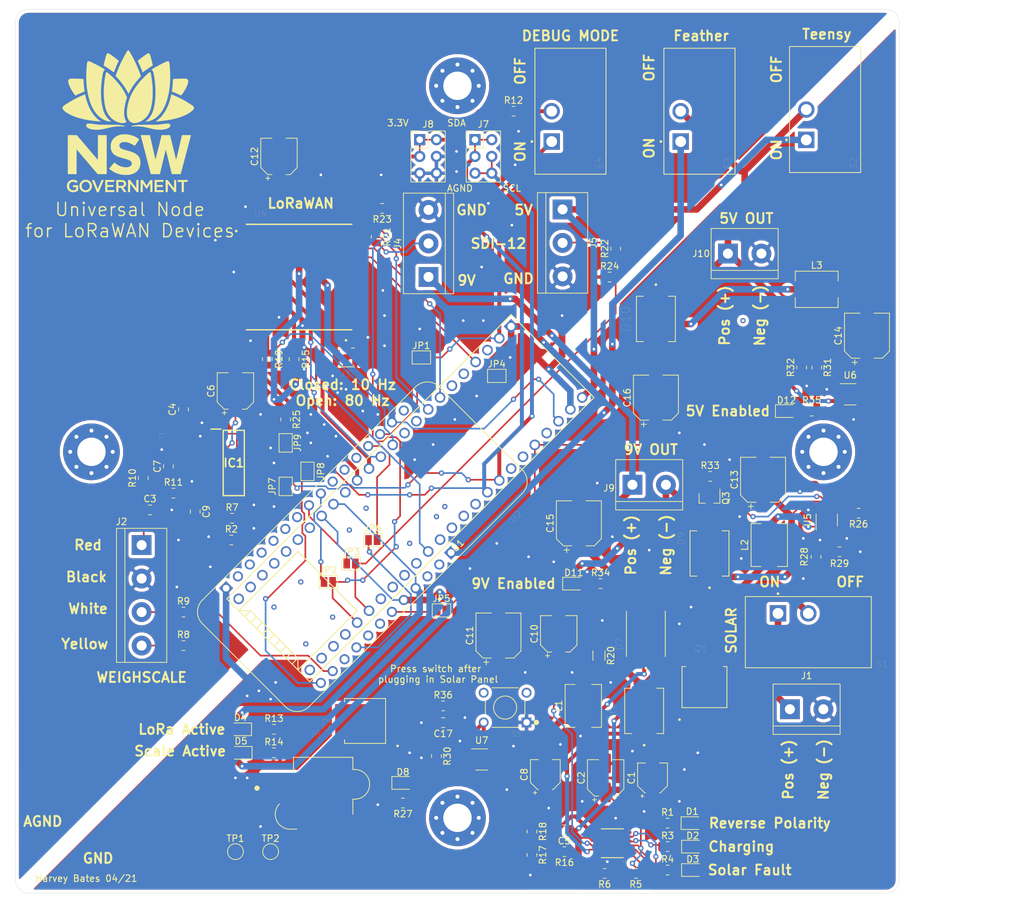
<source format=kicad_pcb>
(kicad_pcb (version 20171130) (host pcbnew "(5.1.9-0-10_14)")
  (layers (0 F.Cu signal) (31 B.Cu signal) (34 B.Paste user) (35 F.Paste user) (36 B.SilkS user) (37 F.SilkS user) (38 B.Mask user) (39 F.Mask user) (44 Edge.Cuts user))
  (net 0 "")
  (net 1 GND)
  (net 2 /SOLAR_IN)
  (net 3 GNDA)
  (net 4 "Net-(C3-Pad1)")
  (net 5 +3V3)
  (net 6 "Net-(C5-Pad2)")
  (net 7 /V_BAT)
  (net 8 "Net-(C7-Pad1)")
  (net 9 "Net-(C7-Pad2)")
  (net 10 "Net-(C8-Pad1)")
  (net 11 "Net-(C8-Pad2)")
  (net 12 "Net-(C9-Pad1)")
  (net 13 "Net-(C9-Pad2)")
  (net 14 /9V_OUT)
  (net 15 /5V_OUT)
  (net 16 "Net-(C17-Pad1)")
  (net 17 "Net-(C17-Pad2)")
  (net 18 "Net-(D1-Pad1)")
  (net 19 "Net-(D1-Pad2)")
  (net 20 "Net-(D2-Pad1)")
  (net 21 "Net-(D3-Pad1)")
  (net 22 /LoRa_Debug)
  (net 23 "Net-(D4-Pad1)")
  (net 24 "Net-(D5-Pad1)")
  (net 25 /Scale_Debug)
  (net 26 "Net-(D8-Pad1)")
  (net 27 "Net-(D8-Pad2)")
  (net 28 "Net-(D9-PadA)")
  (net 29 "Net-(D10-PadA)")
  (net 30 /9V_GND)
  (net 31 "Net-(D11-Pad2)")
  (net 32 "Net-(D12-Pad2)")
  (net 33 "Net-(IC1-Pad2)")
  (net 34 /SCL)
  (net 35 /SDA)
  (net 36 "Net-(IC1-Pad13)")
  (net 37 "Net-(IC1-Pad15)")
  (net 38 "Net-(J1-Pad1)")
  (net 39 "Net-(J2-Pad3)")
  (net 40 "Net-(J2-Pad4)")
  (net 41 "Net-(J3-Pad1)")
  (net 42 "Net-(J4-Pad2)")
  (net 43 /5V_Teensy)
  (net 44 "Net-(J5-Pad2)")
  (net 45 /Debug)
  (net 46 "Net-(JP1-Pad1)")
  (net 47 /SM_Data)
  (net 48 "Net-(JP2-Pad1)")
  (net 49 "Net-(JP3-Pad1)")
  (net 50 /Weather_Data)
  (net 51 "Net-(JP5-Pad1)")
  (net 52 /9V_EN)
  (net 53 "Net-(JP6-Pad1)")
  (net 54 /Enable_LoRa)
  (net 55 "Net-(JP7-Pad1)")
  (net 56 "Net-(JP8-Pad1)")
  (net 57 "Net-(R3-Pad1)")
  (net 58 "Net-(R4-Pad1)")
  (net 59 /VIN_REG)
  (net 60 "Net-(R12-Pad2)")
  (net 61 /L_CS)
  (net 62 "Net-(R16-Pad1)")
  (net 63 /Reset)
  (net 64 "Net-(L1-Pad2)")
  (net 65 "Net-(R28-Pad1)")
  (net 66 "Net-(R30-Pad1)")
  (net 67 "Net-(R31-Pad1)")
  (net 68 "Net-(S3-Pad1)")
  (net 69 "Net-(S5-Pad2)")
  (net 70 "Net-(S5-Pad4)")
  (net 71 "Net-(U1-Pad18)")
  (net 72 "Net-(U1-Pad19)")
  (net 73 "Net-(U1-Pad20)")
  (net 74 "Net-(U1-Pad15)")
  (net 75 /MISO)
  (net 76 "Net-(U1-Pad21)")
  (net 77 "Net-(U1-Pad22)")
  (net 78 "Net-(U1-Pad23)")
  (net 79 "Net-(U1-Pad24)")
  (net 80 "Net-(U1-Pad30)")
  (net 81 "Net-(U1-Pad31)")
  (net 82 "Net-(U1-Pad32)")
  (net 83 "Net-(U1-Pad33)")
  (net 84 "Net-(U1-Pad36)")
  (net 85 "Net-(U1-Pad37)")
  (net 86 /MOSI)
  (net 87 "Net-(U1-Pad10)")
  (net 88 "Net-(U1-Pad9)")
  (net 89 /G2)
  (net 90 /G1)
  (net 91 "Net-(U1-Pad6)")
  (net 92 "Net-(U1-Pad5)")
  (net 93 /G0)
  (net 94 "Net-(U1-Pad3)")
  (net 95 "Net-(U1-Pad38)")
  (net 96 "Net-(U1-Pad39)")
  (net 97 /SCK)
  (net 98 "Net-(U1-Pad41)")
  (net 99 "Net-(U1-Pad42)")
  (net 100 "Net-(U1-Pad43)")
  (net 101 "Net-(U1-Pad44)")
  (net 102 "Net-(U1-Pad47)")
  (net 103 "Net-(U1-Pad48)")
  (net 104 "Net-(U1-Pad50)")
  (net 105 "Net-(U2-PadP2_2)")
  (net 106 "Net-(U2-PadP2_3)")
  (net 107 "Net-(U2-PadP2_7)")
  (net 108 "Net-(U2-PadP2_8)")
  (net 109 "Net-(U2-PadP2_10)")
  (net 110 "Net-(U2-PadP1_2)")
  (net 111 "Net-(U2-PadP1_3)")
  (net 112 "Net-(U2-PadP1_4)")
  (net 113 "Net-(U2-PadP1_5)")
  (net 114 "Net-(U2-PadP1_6)")
  (net 115 "Net-(U2-PadP1_7)")
  (net 116 "Net-(U2-PadP1_10)")
  (net 117 "Net-(U2-PadP1_11)")
  (net 118 "Net-(U2-PadP1_12)")
  (net 119 "Net-(U2-PadP1_16)")
  (net 120 "Net-(U3-Pad8)")
  (net 121 "Net-(U4-Pad7)")
  (net 122 "Net-(U4-Pad11)")
  (net 123 "Net-(U4-Pad12)")
  (net 124 "Net-(U5-Pad6)")
  (net 125 "Net-(U6-Pad6)")
  (net 126 "Net-(U7-Pad4)")
  (module SilkscreenImages:NSWGov (layer F.Cu) (at 100.076 39.878)
    (fp_text reference G*** hide)
    (fp_text value LOGO hide)
  )
  (module SilkscreenImages:NSWGov (layer F.Cu) (at 231.902 73.66)
    (fp_text reference G*** hide)
    (fp_text value LOGO hide)
  )
  (module L101011MS02Q:SW_L101011MS02Q (layer F.Cu) (at 167.132 38.354 90)
    (fp_text reference S4 (at -7.874 4.318 90) (layer F.SilkS) (effects (font (thickness 0.015))))
    (fp_text value L101011MS02Q)
    (pad 1 thru_hole rect (at -4.6 -2.85 90) (size 2.48 2.48) (drill 1.65) (layers *.Cu *.Mask) (net 45 /Debug))
    (pad 2 thru_hole circle (at 0 -2.85 90) (size 2.48 2.48) (drill 1.65) (layers *.Cu *.Mask) (net 60 "Net-(R12-Pad2)"))
  )
  (module teensyBoards:Teensy35_36 (layer F.Cu) (at 142.87 97.03 225)
    (fp_text reference U1 (at 0 -10.16 225) (layer F.SilkS))
    (fp_text value Teensy3.6)
    (pad 53 thru_hole circle (at -29.21 -7.62 225) (size 1.6 1.6) (drill 1.1) (layers *.Cu *.Mask) (net 43 /5V_Teensy))
    (pad 52 thru_hole circle (at -26.67 -7.62 225) (size 1.6 1.6) (drill 1.1) (layers *.Cu *.Mask) (net 3 GNDA))
    (pad 51 thru_hole circle (at -24.13 -7.62 225) (size 1.6 1.6) (drill 1.1) (layers *.Cu *.Mask) (net 5 +3V3))
    (pad 50 thru_hole circle (at -21.59 -7.62 225) (size 1.6 1.6) (drill 1.1) (layers *.Cu *.Mask) (net 104 "Net-(U1-Pad50)"))
    (pad 49 thru_hole circle (at -19.05 -7.62 225) (size 1.6 1.6) (drill 1.1) (layers *.Cu *.Mask) (net 52 /9V_EN))
    (pad 48 thru_hole circle (at -16.51 -7.62 225) (size 1.6 1.6) (drill 1.1) (layers *.Cu *.Mask) (net 103 "Net-(U1-Pad48)"))
    (pad 47 thru_hole circle (at -13.97 -7.62 225) (size 1.6 1.6) (drill 1.1) (layers *.Cu *.Mask) (net 102 "Net-(U1-Pad47)"))
    (pad 46 thru_hole circle (at -11.43 -7.62 225) (size 1.6 1.6) (drill 1.1) (layers *.Cu *.Mask) (net 34 /SCL))
    (pad 45 thru_hole circle (at -8.89 -7.62 225) (size 1.6 1.6) (drill 1.1) (layers *.Cu *.Mask) (net 35 /SDA))
    (pad 44 thru_hole circle (at -6.35 -7.62 225) (size 1.6 1.6) (drill 1.1) (layers *.Cu *.Mask) (net 101 "Net-(U1-Pad44)"))
    (pad 43 thru_hole circle (at -3.81 -7.62 225) (size 1.6 1.6) (drill 1.1) (layers *.Cu *.Mask) (net 100 "Net-(U1-Pad43)"))
    (pad 42 thru_hole circle (at -1.27 -7.62 225) (size 1.6 1.6) (drill 1.1) (layers *.Cu *.Mask) (net 99 "Net-(U1-Pad42)"))
    (pad 41 thru_hole circle (at 1.27 -7.62 225) (size 1.6 1.6) (drill 1.1) (layers *.Cu *.Mask) (net 98 "Net-(U1-Pad41)"))
    (pad 40 thru_hole circle (at 3.81 -7.62 225) (size 1.6 1.6) (drill 1.1) (layers *.Cu *.Mask) (net 97 /SCK))
    (pad 39 thru_hole circle (at 6.35 -7.62 225) (size 1.6 1.6) (drill 1.1) (layers *.Cu *.Mask) (net 96 "Net-(U1-Pad39)"))
    (pad 38 thru_hole circle (at 8.89 -7.62 225) (size 1.6 1.6) (drill 1.1) (layers *.Cu *.Mask) (net 95 "Net-(U1-Pad38)"))
    (pad 1 thru_hole rect (at -29.21 7.62 225) (size 1.6 1.6) (drill 1.1) (layers *.Cu *.Mask) (net 1 GND))
    (pad 2 thru_hole circle (at -26.67 7.62 225) (size 1.6 1.6) (drill 1.1) (layers *.Cu *.Mask) (net 45 /Debug))
    (pad 3 thru_hole circle (at -24.13 7.62 225) (size 1.6 1.6) (drill 1.1) (layers *.Cu *.Mask) (net 94 "Net-(U1-Pad3)"))
    (pad 4 thru_hole circle (at -21.59 7.62 225) (size 1.6 1.6) (drill 1.1) (layers *.Cu *.Mask) (net 93 /G0))
    (pad 5 thru_hole circle (at -19.05 7.62 225) (size 1.6 1.6) (drill 1.1) (layers *.Cu *.Mask) (net 92 "Net-(U1-Pad5)"))
    (pad 6 thru_hole circle (at -16.51 7.62 225) (size 1.6 1.6) (drill 1.1) (layers *.Cu *.Mask) (net 91 "Net-(U1-Pad6)"))
    (pad 7 thru_hole circle (at -13.97 7.62 225) (size 1.6 1.6) (drill 1.1) (layers *.Cu *.Mask) (net 90 /G1))
    (pad 8 thru_hole circle (at -11.43 7.62 225) (size 1.6 1.6) (drill 1.1) (layers *.Cu *.Mask) (net 89 /G2))
    (pad 9 thru_hole circle (at -8.89 7.62 225) (size 1.6 1.6) (drill 1.1) (layers *.Cu *.Mask) (net 88 "Net-(U1-Pad9)"))
    (pad 10 thru_hole circle (at -6.35 7.62 225) (size 1.6 1.6) (drill 1.1) (layers *.Cu *.Mask) (net 87 "Net-(U1-Pad10)"))
    (pad 11 thru_hole circle (at -3.81 7.62 225) (size 1.6 1.6) (drill 1.1) (layers *.Cu *.Mask) (net 63 /Reset))
    (pad 12 thru_hole circle (at -1.27 7.62 225) (size 1.6 1.6) (drill 1.1) (layers *.Cu *.Mask) (net 61 /L_CS))
    (pad 13 thru_hole circle (at 1.27 7.62 225) (size 1.6 1.6) (drill 1.1) (layers *.Cu *.Mask) (net 86 /MOSI))
    (pad 37 thru_hole circle (at 11.43 -7.62 225) (size 1.6 1.6) (drill 1.1) (layers *.Cu *.Mask) (net 85 "Net-(U1-Pad37)"))
    (pad 36 thru_hole circle (at 13.97 -7.62 225) (size 1.6 1.6) (drill 1.1) (layers *.Cu *.Mask) (net 84 "Net-(U1-Pad36)"))
    (pad 35 thru_hole circle (at 16.51 -7.62 225) (size 1.6 1.6) (drill 1.1) (layers *.Cu *.Mask) (net 50 /Weather_Data))
    (pad 34 thru_hole circle (at 19.05 -7.62 225) (size 1.6 1.6) (drill 1.1) (layers *.Cu *.Mask) (net 47 /SM_Data))
    (pad 33 thru_hole circle (at 21.59 -7.62 225) (size 1.6 1.6) (drill 1.1) (layers *.Cu *.Mask) (net 83 "Net-(U1-Pad33)"))
    (pad 32 thru_hole circle (at 24.13 -7.62 225) (size 1.6 1.6) (drill 1.1) (layers *.Cu *.Mask) (net 82 "Net-(U1-Pad32)"))
    (pad 31 thru_hole circle (at 26.67 -7.62 225) (size 1.6 1.6) (drill 1.1) (layers *.Cu *.Mask) (net 81 "Net-(U1-Pad31)"))
    (pad 30 thru_hole circle (at 29.21 -7.62 225) (size 1.6 1.6) (drill 1.1) (layers *.Cu *.Mask) (net 80 "Net-(U1-Pad30)"))
    (pad 24 thru_hole circle (at 29.21 7.62 225) (size 1.6 1.6) (drill 1.1) (layers *.Cu *.Mask) (net 79 "Net-(U1-Pad24)"))
    (pad 23 thru_hole circle (at 26.67 7.62 225) (size 1.6 1.6) (drill 1.1) (layers *.Cu *.Mask) (net 78 "Net-(U1-Pad23)"))
    (pad 22 thru_hole circle (at 24.13 7.62 225) (size 1.6 1.6) (drill 1.1) (layers *.Cu *.Mask) (net 77 "Net-(U1-Pad22)"))
    (pad 21 thru_hole circle (at 21.59 7.62 225) (size 1.6 1.6) (drill 1.1) (layers *.Cu *.Mask) (net 76 "Net-(U1-Pad21)"))
    (pad 14 thru_hole circle (at 3.81 7.62 225) (size 1.6 1.6) (drill 1.1) (layers *.Cu *.Mask) (net 75 /MISO))
    (pad 15 thru_hole circle (at 6.35 7.62 225) (size 1.6 1.6) (drill 1.1) (layers *.Cu *.Mask) (net 74 "Net-(U1-Pad15)"))
    (pad 16 thru_hole circle (at 8.89 7.62 225) (size 1.6 1.6) (drill 1.1) (layers *.Cu *.Mask) (net 22 /LoRa_Debug))
    (pad 20 thru_hole circle (at 19.05 7.62 225) (size 1.6 1.6) (drill 1.1) (layers *.Cu *.Mask) (net 73 "Net-(U1-Pad20)"))
    (pad 19 thru_hole circle (at 16.51 7.62 225) (size 1.6 1.6) (drill 1.1) (layers *.Cu *.Mask) (net 72 "Net-(U1-Pad19)"))
    (pad 18 thru_hole circle (at 13.97 7.62 225) (size 1.6 1.6) (drill 1.1) (layers *.Cu *.Mask) (net 71 "Net-(U1-Pad18)"))
    (pad 17 thru_hole circle (at 11.43 7.62 225) (size 1.6 1.6) (drill 1.1) (layers *.Cu *.Mask) (net 25 /Scale_Debug))
  )
  (module Inductor_SMD:AMPLA5030S-6R8MT (layer F.Cu) (at 192.024 104.14 90)
    (fp_text reference L2 (at 0 1.524 90) (layer F.SilkS))
    (fp_text value INDUCTOR)
    (pad 2 smd rect (at 2.25 5.25 90) (size 2 2) (layers F.Cu F.Paste F.Mask) (net 28 "Net-(D9-PadA)"))
    (pad 1 smd rect (at -2.25 5.25 90) (size 2 2) (layers F.Cu F.Paste F.Mask) (net 7 /V_BAT))
  )
  (module Inductor_SMD:AMPLA5030S-6R8MT (layer F.Cu) (at 163.83 128.524 90)
    (fp_text reference L1 (at 0 1.524 90) (layer F.SilkS))
    (fp_text value INDUCTOR)
    (pad 2 smd rect (at 2.25 5.25 90) (size 2 2) (layers F.Cu F.Paste F.Mask) (net 64 "Net-(L1-Pad2)"))
    (pad 1 smd rect (at -2.25 5.25 90) (size 2 2) (layers F.Cu F.Paste F.Mask) (net 10 "Net-(C8-Pad1)"))
  )
  (module Inductor_SMD:AMPLA5030S-6R8MT (layer F.Cu) (at 204.47 70.612 180)
    (fp_text reference L3 (at 0 8.89) (layer F.SilkS))
    (fp_text value INDUCTOR)
    (pad 2 smd rect (at 2.25 5.25 180) (size 2 2) (layers F.Cu F.Paste F.Mask) (net 29 "Net-(D10-PadA)"))
    (pad 1 smd rect (at -2.25 5.25 180) (size 2 2) (layers F.Cu F.Paste F.Mask) (net 7 /V_BAT))
  )
  (module MountingHole:MountingHole_4.3mm_M4_Pad_Via (layer F.Cu) (at 205.5 90 90)
    (fp_text reference REF** hide)
    (fp_text value MountingHole_4.3mm_M4_Pad_Via hide)
    (pad 1 thru_hole circle (at 0 0 90) (size 8.6 8.6) (drill 4.3) (layers *.Cu *.Mask))
    (pad 1 thru_hole circle (at 3.225 0 90) (size 0.9 0.9) (drill 0.6) (layers *.Cu *.Mask))
    (pad 1 thru_hole circle (at 2.280419 2.280419 90) (size 0.9 0.9) (drill 0.6) (layers *.Cu *.Mask))
    (pad 1 thru_hole circle (at 0 3.225 90) (size 0.9 0.9) (drill 0.6) (layers *.Cu *.Mask))
    (pad 1 thru_hole circle (at -2.280419 2.280419 90) (size 0.9 0.9) (drill 0.6) (layers *.Cu *.Mask))
    (pad 1 thru_hole circle (at -3.225 0 90) (size 0.9 0.9) (drill 0.6) (layers *.Cu *.Mask))
    (pad 1 thru_hole circle (at -2.280419 -2.280419 90) (size 0.9 0.9) (drill 0.6) (layers *.Cu *.Mask))
    (pad 1 thru_hole circle (at 0 -3.225 90) (size 0.9 0.9) (drill 0.6) (layers *.Cu *.Mask))
    (pad 1 thru_hole circle (at 2.280419 -2.280419 90) (size 0.9 0.9) (drill 0.6) (layers *.Cu *.Mask))
  )
  (module MountingHole:MountingHole_4.3mm_M4_Pad_Via (layer F.Cu) (at 94.5 90)
    (fp_text reference REF** hide)
    (fp_text value MountingHole_4.3mm_M4_Pad_Via hide)
    (pad 1 thru_hole circle (at 0 0) (size 8.6 8.6) (drill 4.3) (layers *.Cu *.Mask))
    (pad 1 thru_hole circle (at 3.225 0) (size 0.9 0.9) (drill 0.6) (layers *.Cu *.Mask))
    (pad 1 thru_hole circle (at 2.280419 2.280419) (size 0.9 0.9) (drill 0.6) (layers *.Cu *.Mask))
    (pad 1 thru_hole circle (at 0 3.225) (size 0.9 0.9) (drill 0.6) (layers *.Cu *.Mask))
    (pad 1 thru_hole circle (at -2.280419 2.280419) (size 0.9 0.9) (drill 0.6) (layers *.Cu *.Mask))
    (pad 1 thru_hole circle (at -3.225 0) (size 0.9 0.9) (drill 0.6) (layers *.Cu *.Mask))
    (pad 1 thru_hole circle (at -2.280419 -2.280419) (size 0.9 0.9) (drill 0.6) (layers *.Cu *.Mask))
    (pad 1 thru_hole circle (at 0 -3.225) (size 0.9 0.9) (drill 0.6) (layers *.Cu *.Mask))
    (pad 1 thru_hole circle (at 2.280419 -2.280419) (size 0.9 0.9) (drill 0.6) (layers *.Cu *.Mask))
  )
  (module MountingHole:MountingHole_4.3mm_M4_Pad_Via (layer F.Cu) (at 150 145.5)
    (fp_text reference REF** hide)
    (fp_text value MountingHole_4.3mm_M4_Pad_Via hide)
    (pad 1 thru_hole circle (at 0 0) (size 8.6 8.6) (drill 4.3) (layers *.Cu *.Mask))
    (pad 1 thru_hole circle (at 3.225 0) (size 0.9 0.9) (drill 0.6) (layers *.Cu *.Mask))
    (pad 1 thru_hole circle (at 2.280419 2.280419) (size 0.9 0.9) (drill 0.6) (layers *.Cu *.Mask))
    (pad 1 thru_hole circle (at 0 3.225) (size 0.9 0.9) (drill 0.6) (layers *.Cu *.Mask))
    (pad 1 thru_hole circle (at -2.280419 2.280419) (size 0.9 0.9) (drill 0.6) (layers *.Cu *.Mask))
    (pad 1 thru_hole circle (at -3.225 0) (size 0.9 0.9) (drill 0.6) (layers *.Cu *.Mask))
    (pad 1 thru_hole circle (at -2.280419 -2.280419) (size 0.9 0.9) (drill 0.6) (layers *.Cu *.Mask))
    (pad 1 thru_hole circle (at 0 -3.225) (size 0.9 0.9) (drill 0.6) (layers *.Cu *.Mask))
    (pad 1 thru_hole circle (at 2.280419 -2.280419) (size 0.9 0.9) (drill 0.6) (layers *.Cu *.Mask))
  )
  (module MountingHole:MountingHole_4.3mm_M4_Pad_Via (layer F.Cu) (at 150 34.5)
    (fp_text reference REF** hide)
    (fp_text value MountingHole_4.3mm_M4_Pad_Via hide)
    (pad 1 thru_hole circle (at 2.280419 -2.280419) (size 0.9 0.9) (drill 0.6) (layers *.Cu *.Mask))
    (pad 1 thru_hole circle (at 0 -3.225) (size 0.9 0.9) (drill 0.6) (layers *.Cu *.Mask))
    (pad 1 thru_hole circle (at -2.280419 -2.280419) (size 0.9 0.9) (drill 0.6) (layers *.Cu *.Mask))
    (pad 1 thru_hole circle (at -3.225 0) (size 0.9 0.9) (drill 0.6) (layers *.Cu *.Mask))
    (pad 1 thru_hole circle (at -2.280419 2.280419) (size 0.9 0.9) (drill 0.6) (layers *.Cu *.Mask))
    (pad 1 thru_hole circle (at 0 3.225) (size 0.9 0.9) (drill 0.6) (layers *.Cu *.Mask))
    (pad 1 thru_hole circle (at 2.280419 2.280419) (size 0.9 0.9) (drill 0.6) (layers *.Cu *.Mask))
    (pad 1 thru_hole circle (at 3.225 0) (size 0.9 0.9) (drill 0.6) (layers *.Cu *.Mask))
    (pad 1 thru_hole circle (at 0 0) (size 8.6 8.6) (drill 4.3) (layers *.Cu *.Mask))
  )
  (module FeatherM0:FeatherM0 (layer F.Cu) (at 135.57 104.39 225)
    (fp_text reference U2 (at -19.725 -13.275 225) (layer F.SilkS) (effects (font (thickness 0.015))))
    (fp_text value FeatherM0_LoRaWAN)
    (pad P1_1 thru_hole rect (at 19.05 10.16 225) (size 1.53 1.53) (drill 1.02) (layers *.Cu *.Mask) (net 1 GND))
    (pad P2_1 thru_hole rect (at -8.89 -10.16 225) (size 1.53 1.53) (drill 1.02) (layers *.Cu *.Mask) (net 68 "Net-(S3-Pad1)"))
    (pad P2_2 thru_hole circle (at -6.35 -10.16 225) (size 1.53 1.53) (drill 1.02) (layers *.Cu *.Mask) (net 105 "Net-(U2-PadP2_2)"))
    (pad P2_3 thru_hole circle (at -3.81 -10.16 225) (size 1.53 1.53) (drill 1.02) (layers *.Cu *.Mask) (net 106 "Net-(U2-PadP2_3)"))
    (pad P2_4 thru_hole circle (at -1.27 -10.16 225) (size 1.53 1.53) (drill 1.02) (layers *.Cu *.Mask) (net 22 /LoRa_Debug))
    (pad P2_5 thru_hole circle (at 1.27 -10.16 225) (size 1.53 1.53) (drill 1.02) (layers *.Cu *.Mask) (net 25 /Scale_Debug))
    (pad P2_6 thru_hole circle (at 3.81 -10.16 225) (size 1.53 1.53) (drill 1.02) (layers *.Cu *.Mask) (net 51 "Net-(JP5-Pad1)"))
    (pad P2_7 thru_hole circle (at 6.35 -10.16 225) (size 1.53 1.53) (drill 1.02) (layers *.Cu *.Mask) (net 107 "Net-(U2-PadP2_7)"))
    (pad P2_8 thru_hole circle (at 8.89 -10.16 225) (size 1.53 1.53) (drill 1.02) (layers *.Cu *.Mask) (net 108 "Net-(U2-PadP2_8)"))
    (pad P2_9 thru_hole circle (at 11.43 -10.16 225) (size 1.53 1.53) (drill 1.02) (layers *.Cu *.Mask) (net 53 "Net-(JP6-Pad1)"))
    (pad P2_10 thru_hole circle (at 13.97 -10.16 225) (size 1.53 1.53) (drill 1.02) (layers *.Cu *.Mask) (net 109 "Net-(U2-PadP2_10)"))
    (pad P2_11 thru_hole circle (at 16.51 -10.16 225) (size 1.53 1.53) (drill 1.02) (layers *.Cu *.Mask) (net 55 "Net-(JP7-Pad1)"))
    (pad P2_12 thru_hole circle (at 19.05 -10.16 225) (size 1.53 1.53) (drill 1.02) (layers *.Cu *.Mask) (net 56 "Net-(JP8-Pad1)"))
    (pad P1_2 thru_hole circle (at 16.51 10.16 225) (size 1.53 1.53) (drill 1.02) (layers *.Cu *.Mask) (net 110 "Net-(U2-PadP1_2)"))
    (pad P1_3 thru_hole circle (at 13.97 10.16 225) (size 1.53 1.53) (drill 1.02) (layers *.Cu *.Mask) (net 111 "Net-(U2-PadP1_3)"))
    (pad P1_4 thru_hole circle (at 11.43 10.16 225) (size 1.53 1.53) (drill 1.02) (layers *.Cu *.Mask) (net 112 "Net-(U2-PadP1_4)"))
    (pad P1_5 thru_hole circle (at 8.89 10.16 225) (size 1.53 1.53) (drill 1.02) (layers *.Cu *.Mask) (net 113 "Net-(U2-PadP1_5)"))
    (pad P1_6 thru_hole circle (at 6.35 10.16 225) (size 1.53 1.53) (drill 1.02) (layers *.Cu *.Mask) (net 114 "Net-(U2-PadP1_6)"))
    (pad P1_7 thru_hole circle (at 3.81 10.16 225) (size 1.53 1.53) (drill 1.02) (layers *.Cu *.Mask) (net 115 "Net-(U2-PadP1_7)"))
    (pad P1_8 thru_hole circle (at 1.27 10.16 225) (size 1.53 1.53) (drill 1.02) (layers *.Cu *.Mask) (net 49 "Net-(JP3-Pad1)"))
    (pad P1_9 thru_hole circle (at -1.27 10.16 225) (size 1.53 1.53) (drill 1.02) (layers *.Cu *.Mask) (net 48 "Net-(JP2-Pad1)"))
    (pad P1_10 thru_hole circle (at -3.81 10.16 225) (size 1.53 1.53) (drill 1.02) (layers *.Cu *.Mask) (net 116 "Net-(U2-PadP1_10)"))
    (pad P1_11 thru_hole circle (at -6.35 10.16 225) (size 1.53 1.53) (drill 1.02) (layers *.Cu *.Mask) (net 117 "Net-(U2-PadP1_11)"))
    (pad P1_12 thru_hole circle (at -8.89 10.16 225) (size 1.53 1.53) (drill 1.02) (layers *.Cu *.Mask) (net 118 "Net-(U2-PadP1_12)"))
    (pad P1_13 thru_hole circle (at -11.43 10.16 225) (size 1.53 1.53) (drill 1.02) (layers *.Cu *.Mask) (net 54 /Enable_LoRa))
    (pad P1_14 thru_hole circle (at -13.97 10.16 225) (size 1.53 1.53) (drill 1.02) (layers *.Cu *.Mask) (net 46 "Net-(JP1-Pad1)"))
    (pad P1_15 thru_hole circle (at -16.51 10.16 225) (size 1.53 1.53) (drill 1.02) (layers *.Cu *.Mask) (net 5 +3V3))
    (pad P1_16 thru_hole circle (at -19.05 10.16 225) (size 1.53 1.53) (drill 1.02) (layers *.Cu *.Mask) (net 119 "Net-(U2-PadP1_16)"))
  )
  (module Capacitor_SMD:CP_Elec_4x5.4 (layer F.Cu) (at 179.578 139.446 90)
    (fp_text reference C1 (at 0 -3.2 90) (layer F.SilkS))
    (fp_text value 1uF)
    (pad 2 smd roundrect (at 1.8 0 90) (size 2.6 1.6) (layers F.Cu F.Paste F.Mask) (roundrect_rratio 0.15625) (net 1 GND))
    (pad 1 smd roundrect (at -1.8 0 90) (size 2.6 1.6) (layers F.Cu F.Paste F.Mask) (roundrect_rratio 0.15625) (net 2 /SOLAR_IN))
  )
  (module Capacitor_SMD:CP_Elec_5x5.4 (layer F.Cu) (at 172.466 139.446 90)
    (fp_text reference C2 (at 0 -3.7 90) (layer F.SilkS))
    (fp_text value 10uF)
    (pad 2 smd roundrect (at 2.2 0 90) (size 3 1.6) (layers F.Cu F.Paste F.Mask) (roundrect_rratio 0.15625) (net 1 GND))
    (pad 1 smd roundrect (at -2.2 0 90) (size 3 1.6) (layers F.Cu F.Paste F.Mask) (roundrect_rratio 0.15625) (net 2 /SOLAR_IN))
  )
  (module Capacitor_SMD:C_0805_2012Metric (layer F.Cu) (at 103.378 98.806)
    (fp_text reference C3 (at 0 -1.68) (layer F.SilkS))
    (fp_text value 0.1uF)
    (pad 2 smd roundrect (at 0.95 0) (size 1 1.45) (layers F.Cu F.Paste F.Mask) (net 3 GNDA))
    (pad 1 smd roundrect (at -0.95 0) (size 1 1.45) (layers F.Cu F.Paste F.Mask) (net 4 "Net-(C3-Pad1)"))
  )
  (module Capacitor_SMD:C_0805_2012Metric (layer F.Cu) (at 108.458 83.566 90)
    (fp_text reference C4 (at 0 -1.68 90) (layer F.SilkS))
    (fp_text value 10nF)
    (pad 2 smd roundrect (at 0.95 0 90) (size 1 1.45) (layers F.Cu F.Paste F.Mask) (net 3 GNDA))
    (pad 1 smd roundrect (at -0.95 0 90) (size 1 1.45) (layers F.Cu F.Paste F.Mask) (net 5 +3V3))
  )
  (module Capacitor_SMD:C_0805_2012Metric (layer F.Cu) (at 166.182 147.32 180)
    (fp_text reference C5 (at 0 -1.68) (layer F.SilkS))
    (fp_text value 30pF)
    (pad 2 smd roundrect (at 0.95 0 180) (size 1 1.45) (layers F.Cu F.Paste F.Mask) (net 6 "Net-(C5-Pad2)"))
    (pad 1 smd roundrect (at -0.95 0 180) (size 1 1.45) (layers F.Cu F.Paste F.Mask) (net 7 /V_BAT))
  )
  (module Capacitor_SMD:CP_Elec_5x5.4 (layer F.Cu) (at 116.332 80.772 90)
    (fp_text reference C6 (at 0 -3.7 90) (layer F.SilkS))
    (fp_text value 10uF)
    (pad 2 smd roundrect (at 2.2 0 90) (size 3 1.6) (layers F.Cu F.Paste F.Mask) (roundrect_rratio 0.15625) (net 3 GNDA))
    (pad 1 smd roundrect (at -2.2 0 90) (size 3 1.6) (layers F.Cu F.Paste F.Mask) (roundrect_rratio 0.15625) (net 4 "Net-(C3-Pad1)"))
  )
  (module Capacitor_SMD:C_0805_2012Metric (layer F.Cu) (at 106.172 92.202 90)
    (fp_text reference C7 (at 0 -1.68 90) (layer F.SilkS))
    (fp_text value 0.1uF)
    (pad 1 smd roundrect (at -0.95 0 90) (size 1 1.45) (layers F.Cu F.Paste F.Mask) (net 8 "Net-(C7-Pad1)"))
    (pad 2 smd roundrect (at 0.95 0 90) (size 1 1.45) (layers F.Cu F.Paste F.Mask) (net 9 "Net-(C7-Pad2)"))
  )
  (module Capacitor_SMD:CP_Elec_4x5.4 (layer F.Cu) (at 163.322 138.938 90)
    (fp_text reference C8 (at 0 -3.2 90) (layer F.SilkS))
    (fp_text value 1uF)
    (pad 1 smd roundrect (at -1.8 0 90) (size 2.6 1.6) (layers F.Cu F.Paste F.Mask) (roundrect_rratio 0.15625) (net 10 "Net-(C8-Pad1)"))
    (pad 2 smd roundrect (at 1.8 0 90) (size 2.6 1.6) (layers F.Cu F.Paste F.Mask) (roundrect_rratio 0.15625) (net 11 "Net-(C8-Pad2)"))
  )
  (module Capacitor_SMD:C_0805_2012Metric (layer F.Cu) (at 110.236 99.06 270)
    (fp_text reference C9 (at 0 -1.68 90) (layer F.SilkS))
    (fp_text value 0.1uF)
    (pad 1 smd roundrect (at -0.95 0 270) (size 1 1.45) (layers F.Cu F.Paste F.Mask) (net 12 "Net-(C9-Pad1)"))
    (pad 2 smd roundrect (at 0.95 0 270) (size 1 1.45) (layers F.Cu F.Paste F.Mask) (net 13 "Net-(C9-Pad2)"))
  )
  (module Capacitor_SMD:CP_Elec_5x5.4 (layer F.Cu) (at 165.354 117.602 90)
    (fp_text reference C10 (at 0 -3.7 90) (layer F.SilkS))
    (fp_text value 10uF)
    (pad 1 smd roundrect (at -2.2 0 90) (size 3 1.6) (layers F.Cu F.Paste F.Mask) (roundrect_rratio 0.15625) (net 7 /V_BAT))
    (pad 2 smd roundrect (at 2.2 0 90) (size 3 1.6) (layers F.Cu F.Paste F.Mask) (roundrect_rratio 0.15625) (net 1 GND))
  )
  (module Capacitor_SMD:CP_Elec_6.3x5.9 (layer F.Cu) (at 156.21 117.856 90)
    (fp_text reference C11 (at 0 -4.35 90) (layer F.SilkS))
    (fp_text value 100uF)
    (pad 1 smd roundrect (at -2.8 0 90) (size 3.5 1.6) (layers F.Cu F.Paste F.Mask) (roundrect_rratio 0.15625) (net 7 /V_BAT))
    (pad 2 smd roundrect (at 2.8 0 90) (size 3.5 1.6) (layers F.Cu F.Paste F.Mask) (roundrect_rratio 0.15625) (net 1 GND))
  )
  (module Capacitor_SMD:CP_Elec_5x5.4 (layer F.Cu) (at 122.936 45.212 90)
    (fp_text reference C12 (at 0 -3.7 90) (layer F.SilkS))
    (fp_text value 10uF)
    (pad 1 smd roundrect (at -2.2 0 90) (size 3 1.6) (layers F.Cu F.Paste F.Mask) (roundrect_rratio 0.15625) (net 5 +3V3))
    (pad 2 smd roundrect (at 2.2 0 90) (size 3 1.6) (layers F.Cu F.Paste F.Mask) (roundrect_rratio 0.15625) (net 3 GNDA))
  )
  (module Capacitor_SMD:CP_Elec_6.3x5.9 (layer F.Cu) (at 196.342 94.234 90)
    (fp_text reference C13 (at 0 -4.35 90) (layer F.SilkS))
    (fp_text value 22uF)
    (pad 2 smd roundrect (at 2.8 0 90) (size 3.5 1.6) (layers F.Cu F.Paste F.Mask) (roundrect_rratio 0.15625) (net 1 GND))
    (pad 1 smd roundrect (at -2.8 0 90) (size 3.5 1.6) (layers F.Cu F.Paste F.Mask) (roundrect_rratio 0.15625) (net 7 /V_BAT))
  )
  (module Capacitor_SMD:CP_Elec_6.3x5.9 (layer F.Cu) (at 212.09 72.39 90)
    (fp_text reference C14 (at 0 -4.35 90) (layer F.SilkS))
    (fp_text value 22uF)
    (pad 1 smd roundrect (at -2.8 0 90) (size 3.5 1.6) (layers F.Cu F.Paste F.Mask) (roundrect_rratio 0.15625) (net 7 /V_BAT))
    (pad 2 smd roundrect (at 2.8 0 90) (size 3.5 1.6) (layers F.Cu F.Paste F.Mask) (roundrect_rratio 0.15625) (net 1 GND))
  )
  (module Capacitor_SMD:CP_Elec_6.3x5.9 (layer F.Cu) (at 168.402 100.838 90)
    (fp_text reference C15 (at 0 -4.35 90) (layer F.SilkS))
    (fp_text value 22uF)
    (pad 1 smd roundrect (at -2.8 0 90) (size 3.5 1.6) (layers F.Cu F.Paste F.Mask) (roundrect_rratio 0.15625) (net 14 /9V_OUT))
    (pad 2 smd roundrect (at 2.8 0 90) (size 3.5 1.6) (layers F.Cu F.Paste F.Mask) (roundrect_rratio 0.15625) (net 1 GND))
  )
  (module Capacitor_SMD:CP_Elec_6.3x5.9 (layer F.Cu) (at 180.086 81.788 90)
    (fp_text reference C16 (at 0 -4.35 90) (layer F.SilkS))
    (fp_text value 22uF)
    (pad 2 smd roundrect (at 2.8 0 90) (size 3.5 1.6) (layers F.Cu F.Paste F.Mask) (roundrect_rratio 0.15625) (net 1 GND))
    (pad 1 smd roundrect (at -2.8 0 90) (size 3.5 1.6) (layers F.Cu F.Paste F.Mask) (roundrect_rratio 0.15625) (net 15 /5V_OUT))
  )
  (module Capacitor_SMD:C_0805_2012Metric (layer F.Cu) (at 147.828 131.064 180)
    (fp_text reference C17 (at 0 -1.68) (layer F.SilkS))
    (fp_text value 0.1uF)
    (pad 1 smd roundrect (at -0.95 0 180) (size 1 1.45) (layers F.Cu F.Paste F.Mask) (net 16 "Net-(C17-Pad1)"))
    (pad 2 smd roundrect (at 0.95 0 180) (size 1 1.45) (layers F.Cu F.Paste F.Mask) (net 17 "Net-(C17-Pad2)"))
  )
  (module LED_SMD:LED_0805_2012Metric (layer F.Cu) (at 185.5955 146.304)
    (fp_text reference D1 (at 0 -1.778) (layer F.SilkS))
    (fp_text value LED)
    (pad 1 smd roundrect (at -0.9375 0) (size 0.975 1.4) (layers F.Cu F.Paste F.Mask) (net 18 "Net-(D1-Pad1)"))
    (pad 2 smd roundrect (at 0.9375 0) (size 0.975 1.4) (layers F.Cu F.Paste F.Mask) (net 19 "Net-(D1-Pad2)"))
  )
  (module LED_SMD:LED_0805_2012Metric (layer F.Cu) (at 185.674 149.86)
    (fp_text reference D2 (at 0 -1.65) (layer F.SilkS))
    (fp_text value LED)
    (pad 2 smd roundrect (at 0.9375 0) (size 0.975 1.4) (layers F.Cu F.Paste F.Mask) (net 2 /SOLAR_IN))
    (pad 1 smd roundrect (at -0.9375 0) (size 0.975 1.4) (layers F.Cu F.Paste F.Mask) (net 20 "Net-(D2-Pad1)"))
  )
  (module LED_SMD:LED_0805_2012Metric (layer F.Cu) (at 185.674 153.416)
    (fp_text reference D3 (at 0 -1.65) (layer F.SilkS))
    (fp_text value LED)
    (pad 2 smd roundrect (at 0.9375 0) (size 0.975 1.4) (layers F.Cu F.Paste F.Mask) (net 2 /SOLAR_IN))
    (pad 1 smd roundrect (at -0.9375 0) (size 0.975 1.4) (layers F.Cu F.Paste F.Mask) (net 21 "Net-(D3-Pad1)"))
  )
  (module LED_SMD:LED_0805_2012Metric (layer F.Cu) (at 117.094 132.08 180)
    (fp_text reference D4 (at 0 1.778) (layer F.SilkS))
    (fp_text value LED)
    (pad 2 smd roundrect (at 0.9375 0 180) (size 0.975 1.4) (layers F.Cu F.Paste F.Mask) (net 22 /LoRa_Debug))
    (pad 1 smd roundrect (at -0.9375 0 180) (size 0.975 1.4) (layers F.Cu F.Paste F.Mask) (net 23 "Net-(D4-Pad1)"))
  )
  (module LED_SMD:LED_0805_2012Metric (layer F.Cu) (at 117.1725 135.636 180)
    (fp_text reference D5 (at 0 1.778) (layer F.SilkS))
    (fp_text value LED)
    (pad 1 smd roundrect (at -0.9375 0 180) (size 0.975 1.4) (layers F.Cu F.Paste F.Mask) (net 24 "Net-(D5-Pad1)"))
    (pad 2 smd roundrect (at 0.9375 0 180) (size 0.975 1.4) (layers F.Cu F.Paste F.Mask) (net 25 /Scale_Debug))
  )
  (module SS34:DIOM7959X265N (layer F.Cu) (at 178.308 129.286 90)
    (fp_text reference D6 (at -0.555 -4.889 90) (layer F.SilkS) (effects (font (size 1.4 1.4) (thickness 0.015))))
    (fp_text value SS34)
    (pad C smd rect (at -3.455 0 90) (size 2.25 3.18) (layers F.Cu F.Paste F.Mask) (net 11 "Net-(C8-Pad2)"))
    (pad A smd rect (at 3.455 0 90) (size 2.25 3.18) (layers F.Cu F.Paste F.Mask) (net 7 /V_BAT))
  )
  (module MBRS340:DIOM7959X261N (layer F.Cu) (at 178.562 117.602 90)
    (fp_text reference D7 (at -1.495 -4.035 90) (layer F.SilkS) (effects (font (thickness 0.015))))
    (fp_text value MBRS340)
    (pad C smd rect (at -3.455 0 90) (size 2.25 3.12) (layers F.Cu F.Paste F.Mask) (net 10 "Net-(C8-Pad1)"))
    (pad A smd rect (at 3.455 0 90) (size 2.25 3.12) (layers F.Cu F.Paste F.Mask) (net 1 GND))
  )
  (module LED_SMD:LED_0805_2012Metric (layer F.Cu) (at 141.732 140.208)
    (fp_text reference D8 (at 0 -1.65) (layer F.SilkS))
    (fp_text value LED)
    (pad 1 smd roundrect (at -0.9375 0) (size 0.975 1.4) (layers F.Cu F.Paste F.Mask) (net 26 "Net-(D8-Pad1)"))
    (pad 2 smd roundrect (at 0.9375 0) (size 0.975 1.4) (layers F.Cu F.Paste F.Mask) (net 27 "Net-(D8-Pad2)"))
  )
  (module SS34:DIOM7959X265N (layer F.Cu) (at 188.214 105.41 90)
    (fp_text reference D9 (at 2.286 -4.318 90) (layer F.SilkS) (effects (font (thickness 0.015))))
    (fp_text value SS34)
    (pad A smd rect (at 3.455 0 90) (size 2.25 3.18) (layers F.Cu F.Paste F.Mask) (net 28 "Net-(D9-PadA)"))
    (pad C smd rect (at -3.455 0 90) (size 2.25 3.18) (layers F.Cu F.Paste F.Mask) (net 14 /9V_OUT))
  )
  (module SS34:DIOM7959X265N (layer F.Cu) (at 180.086 69.85 270)
    (fp_text reference D10 (at 0 4.572 90) (layer F.SilkS) (effects (font (size 1.4 1.4) (thickness 0.015))))
    (fp_text value SS34)
    (pad C smd rect (at -3.455 0 270) (size 2.25 3.18) (layers F.Cu F.Paste F.Mask) (net 15 /5V_OUT))
    (pad A smd rect (at 3.455 0 270) (size 2.25 3.18) (layers F.Cu F.Paste F.Mask) (net 29 "Net-(D10-PadA)"))
  )
  (module LED_SMD:LED_0805_2012Metric (layer F.Cu) (at 167.64 109.982)
    (fp_text reference D11 (at 0 -1.65) (layer F.SilkS))
    (fp_text value LED)
    (pad 1 smd roundrect (at -0.9375 0) (size 0.975 1.4) (layers F.Cu F.Paste F.Mask) (net 30 /9V_GND))
    (pad 2 smd roundrect (at 0.9375 0) (size 0.975 1.4) (layers F.Cu F.Paste F.Mask) (net 31 "Net-(D11-Pad2)"))
  )
  (module LED_SMD:LED_0805_2012Metric (layer F.Cu) (at 199.898 83.82)
    (fp_text reference D12 (at 0 -1.65) (layer F.SilkS))
    (fp_text value LED)
    (pad 2 smd roundrect (at 0.9375 0) (size 0.975 1.4) (layers F.Cu F.Paste F.Mask) (net 32 "Net-(D12-Pad2)"))
    (pad 1 smd roundrect (at -0.9375 0) (size 0.975 1.4) (layers F.Cu F.Paste F.Mask) (net 1 GND))
  )
  (module HX711:SOIC127P600X160-16N (layer F.Cu) (at 116.078 91.694)
    (fp_text reference IC1 (at 0 0) (layer F.SilkS) (effects (font (size 1.27 1.27) (thickness 0.254))))
    (fp_text value HX711 hide)
    (pad 1 smd rect (at -2.712 -4.445 90) (size 0.7 1.525) (layers F.Cu F.Paste F.Mask) (net 5 +3V3))
    (pad 2 smd rect (at -2.712 -3.175 90) (size 0.7 1.525) (layers F.Cu F.Paste F.Mask) (net 33 "Net-(IC1-Pad2)"))
    (pad 3 smd rect (at -2.712 -1.905 90) (size 0.7 1.525) (layers F.Cu F.Paste F.Mask) (net 4 "Net-(C3-Pad1)"))
    (pad 4 smd rect (at -2.712 -0.635 90) (size 0.7 1.525) (layers F.Cu F.Paste F.Mask) (net 9 "Net-(C7-Pad2)"))
    (pad 5 smd rect (at -2.712 0.635 90) (size 0.7 1.525) (layers F.Cu F.Paste F.Mask) (net 3 GNDA))
    (pad 6 smd rect (at -2.712 1.905 90) (size 0.7 1.525) (layers F.Cu F.Paste F.Mask) (net 8 "Net-(C7-Pad1)"))
    (pad 7 smd rect (at -2.712 3.175 90) (size 0.7 1.525) (layers F.Cu F.Paste F.Mask) (net 12 "Net-(C9-Pad1)"))
    (pad 8 smd rect (at -2.712 4.445 90) (size 0.7 1.525) (layers F.Cu F.Paste F.Mask) (net 13 "Net-(C9-Pad2)"))
    (pad 9 smd rect (at 2.712 4.445 90) (size 0.7 1.525) (layers F.Cu F.Paste F.Mask) (net 3 GNDA))
    (pad 10 smd rect (at 2.712 3.175 90) (size 0.7 1.525) (layers F.Cu F.Paste F.Mask) (net 3 GNDA))
    (pad 11 smd rect (at 2.712 1.905 90) (size 0.7 1.525) (layers F.Cu F.Paste F.Mask) (net 34 /SCL))
    (pad 12 smd rect (at 2.712 0.635 90) (size 0.7 1.525) (layers F.Cu F.Paste F.Mask) (net 35 /SDA))
    (pad 13 smd rect (at 2.712 -0.635 90) (size 0.7 1.525) (layers F.Cu F.Paste F.Mask) (net 36 "Net-(IC1-Pad13)"))
    (pad 14 smd rect (at 2.712 -1.905 90) (size 0.7 1.525) (layers F.Cu F.Paste F.Mask) (net 3 GNDA))
    (pad 15 smd rect (at 2.712 -3.175 90) (size 0.7 1.525) (layers F.Cu F.Paste F.Mask) (net 37 "Net-(IC1-Pad15)"))
    (pad 16 smd rect (at 2.712 -4.445 90) (size 0.7 1.525) (layers F.Cu F.Paste F.Mask) (net 5 +3V3))
  )
  (module TerminalBlock:TerminalBlock_bornier-2_P5.08mm (layer F.Cu) (at 200.406 129.032)
    (fp_text reference J1 (at 2.54 -5.08) (layer F.SilkS))
    (fp_text value Screw_Terminal_01x02)
    (pad 1 thru_hole rect (at 0 0) (size 3 3) (drill 1.52) (layers *.Cu *.Mask) (net 38 "Net-(J1-Pad1)"))
    (pad 2 thru_hole circle (at 5.08 0) (size 3 3) (drill 1.52) (layers *.Cu *.Mask) (net 1 GND))
  )
  (module TerminalBlock:TerminalBlock_bornier-4_P5.08mm (layer F.Cu) (at 102.108 104.14 270)
    (fp_text reference J2 (at -3.556 3.048) (layer F.SilkS))
    (fp_text value Screw_Terminal_01x04)
    (pad 2 thru_hole circle (at 5.08 0 270) (size 3 3) (drill 1.52) (layers *.Cu *.Mask) (net 3 GNDA))
    (pad 3 thru_hole circle (at 10.16 0 270) (size 3 3) (drill 1.52) (layers *.Cu *.Mask) (net 39 "Net-(J2-Pad3)"))
    (pad 1 thru_hole rect (at 0 0 270) (size 3 3) (drill 1.52) (layers *.Cu *.Mask) (net 4 "Net-(C3-Pad1)"))
    (pad 4 thru_hole circle (at 15.24 0 270) (size 3 3) (drill 1.52) (layers *.Cu *.Mask) (net 40 "Net-(J2-Pad4)"))
  )
  (module CONUFL001-SMD-T:LINX_CONUFL001-SMD-T (layer F.Cu) (at 133.096 75.693 180)
    (fp_text reference J3 (at 0.04 -2.508) (layer F.SilkS) (effects (font (size 0.8 0.8) (thickness 0.015))))
    (fp_text value CONUFL001-SMD-T)
    (pad 3 smd rect (at 1.475 0 180) (size 1.05 2.2) (layers F.Cu F.Paste F.Mask) (net 3 GNDA))
    (pad 2 smd rect (at -1.475 0 180) (size 1.05 2.2) (layers F.Cu F.Paste F.Mask) (net 3 GNDA))
    (pad 1 smd rect (at 0 1.525 180) (size 1 1.05) (layers F.Cu F.Paste F.Mask) (net 41 "Net-(J3-Pad1)"))
  )
  (module TerminalBlock:TerminalBlock_bornier-3_P5.08mm (layer F.Cu) (at 145.612 63.482 90)
    (fp_text reference J4 (at 5.05 -4.65 90) (layer F.SilkS))
    (fp_text value Screw_Terminal_01x03)
    (pad 3 thru_hole circle (at 10.16 0 90) (size 3 3) (drill 1.52) (layers *.Cu *.Mask) (net 3 GNDA))
    (pad 2 thru_hole circle (at 5.08 0 90) (size 3 3) (drill 1.52) (layers *.Cu *.Mask) (net 42 "Net-(J4-Pad2)"))
    (pad 1 thru_hole rect (at 0 0 90) (size 3 3) (drill 1.52) (layers *.Cu *.Mask) (net 14 /9V_OUT))
  )
  (module TerminalBlock:TerminalBlock_bornier-3_P5.08mm (layer F.Cu) (at 165.938 53.244 270)
    (fp_text reference J5 (at 5.05 -4.65 90) (layer F.SilkS))
    (fp_text value Screw_Terminal_01x03)
    (pad 1 thru_hole rect (at 0 0 270) (size 3 3) (drill 1.52) (layers *.Cu *.Mask) (net 43 /5V_Teensy))
    (pad 2 thru_hole circle (at 5.08 0 270) (size 3 3) (drill 1.52) (layers *.Cu *.Mask) (net 44 "Net-(J5-Pad2)"))
    (pad 3 thru_hole circle (at 10.16 0 270) (size 3 3) (drill 1.52) (layers *.Cu *.Mask) (net 3 GNDA))
  )
  (module PJ-006A-SMT:CUI_PJ-006A-SMT (layer F.Cu) (at 122.936 140.97)
    (fp_text reference J6 (at 5.52544 -8.10565) (layer F.SilkS) (effects (font (size 1.000079 1.000079) (thickness 0.015))))
    (fp_text value PJ-006A-SMT)
    (pad 1 smd rect (at 0 0) (size 5 4.5) (layers F.Cu F.Paste F.Mask) (net 26 "Net-(D8-Pad1)"))
    (pad 2 smd rect (at 5.45 6.95) (size 4.5 4.9) (layers F.Cu F.Paste F.Mask) (net 17 "Net-(C17-Pad2)"))
    (pad 3 smd rect (at 11.45 6.95) (size 4.5 4.9) (layers F.Cu F.Paste F.Mask) (net 17 "Net-(C17-Pad2)"))
  )
  (module Connector_PinHeader_2.54mm:PinHeader_2x03_P2.54mm_Vertical (layer F.Cu) (at 152.654 42.672)
    (fp_text reference J7 (at 1.27 -2.33) (layer F.SilkS))
    (fp_text value Conn_02x03_Top_Bottom)
    (pad 6 thru_hole oval (at 2.54 5.08) (size 1.7 1.7) (drill 1) (layers *.Cu *.Mask) (net 34 /SCL))
    (pad 5 thru_hole oval (at 0 5.08) (size 1.7 1.7) (drill 1) (layers *.Cu *.Mask) (net 34 /SCL))
    (pad 4 thru_hole oval (at 2.54 2.54) (size 1.7 1.7) (drill 1) (layers *.Cu *.Mask) (net 34 /SCL))
    (pad 3 thru_hole oval (at 0 2.54) (size 1.7 1.7) (drill 1) (layers *.Cu *.Mask) (net 35 /SDA))
    (pad 2 thru_hole oval (at 2.54 0) (size 1.7 1.7) (drill 1) (layers *.Cu *.Mask) (net 35 /SDA))
    (pad 1 thru_hole rect (at 0 0) (size 1.7 1.7) (drill 1) (layers *.Cu *.Mask) (net 35 /SDA))
  )
  (module Connector_PinHeader_2.54mm:PinHeader_2x03_P2.54mm_Vertical (layer F.Cu) (at 144.272 42.672)
    (fp_text reference J8 (at 1.27 -2.33) (layer F.SilkS))
    (fp_text value Conn_02x03_Top_Bottom)
    (pad 1 thru_hole rect (at 0 0) (size 1.7 1.7) (drill 1) (layers *.Cu *.Mask) (net 5 +3V3))
    (pad 2 thru_hole oval (at 2.54 0) (size 1.7 1.7) (drill 1) (layers *.Cu *.Mask) (net 5 +3V3))
    (pad 3 thru_hole oval (at 0 2.54) (size 1.7 1.7) (drill 1) (layers *.Cu *.Mask) (net 5 +3V3))
    (pad 4 thru_hole oval (at 2.54 2.54) (size 1.7 1.7) (drill 1) (layers *.Cu *.Mask) (net 3 GNDA))
    (pad 5 thru_hole oval (at 0 5.08) (size 1.7 1.7) (drill 1) (layers *.Cu *.Mask) (net 3 GNDA))
    (pad 6 thru_hole oval (at 2.54 5.08) (size 1.7 1.7) (drill 1) (layers *.Cu *.Mask) (net 3 GNDA))
  )
  (module TerminalBlock:TerminalBlock_bornier-2_P5.08mm (layer F.Cu) (at 176.53 94.996)
    (fp_text reference J9 (at -3.556 0.508) (layer F.SilkS))
    (fp_text value Screw_Terminal_01x02)
    (pad 2 thru_hole circle (at 5.08 0) (size 3 3) (drill 1.52) (layers *.Cu *.Mask) (net 30 /9V_GND))
    (pad 1 thru_hole rect (at 0 0) (size 3 3) (drill 1.52) (layers *.Cu *.Mask) (net 14 /9V_OUT))
  )
  (module TerminalBlock:TerminalBlock_bornier-2_P5.08mm (layer F.Cu) (at 191.008 59.944)
    (fp_text reference J10 (at -4.064 0) (layer F.SilkS))
    (fp_text value Screw_Terminal_01x02)
    (pad 1 thru_hole rect (at 0 0) (size 3 3) (drill 1.52) (layers *.Cu *.Mask) (net 15 /5V_OUT))
    (pad 2 thru_hole circle (at 5.08 0) (size 3 3) (drill 1.52) (layers *.Cu *.Mask) (net 1 GND))
  )
  (module Jumper:SolderJumper-2_P1.3mm_Open_Pad1.0x1.5mm (layer F.Cu) (at 144.526 75.692)
    (fp_text reference JP1 (at 0 -1.8) (layer F.SilkS))
    (fp_text value "Enable Debug")
    (pad 2 smd rect (at 0.65 0) (size 1 1.5) (layers F.Cu F.Mask) (net 45 /Debug))
    (pad 1 smd rect (at -0.65 0) (size 1 1.5) (layers F.Cu F.Mask) (net 46 "Net-(JP1-Pad1)"))
  )
  (module Jumper:SolderJumper-2_P1.3mm_Open_Pad1.0x1.5mm (layer F.Cu) (at 130.414 109.728)
    (fp_text reference JP2 (at 0 -1.8) (layer F.SilkS))
    (fp_text value "Enable SM")
    (pad 2 smd rect (at 0.65 0) (size 1 1.5) (layers F.Cu F.Mask) (net 47 /SM_Data))
    (pad 1 smd rect (at -0.65 0) (size 1 1.5) (layers F.Cu F.Mask) (net 48 "Net-(JP2-Pad1)"))
  )
  (module Jumper:SolderJumper-2_P1.3mm_Open_Pad1.0x1.5mm (layer F.Cu) (at 133.858 106.934)
    (fp_text reference JP3 (at 0 -1.8) (layer F.SilkS))
    (fp_text value "Enable Weather")
    (pad 1 smd rect (at -0.65 0) (size 1 1.5) (layers F.Cu F.Mask) (net 49 "Net-(JP3-Pad1)"))
    (pad 2 smd rect (at 0.65 0) (size 1 1.5) (layers F.Cu F.Mask) (net 50 /Weather_Data))
  )
  (module Jumper:SolderJumper-2_P1.3mm_Open_Pad1.0x1.5mm (layer F.Cu) (at 155.956 78.486)
    (fp_text reference JP4 (at 0 -1.8) (layer F.SilkS))
    (fp_text value "Enable FeaM0 AGND")
    (pad 2 smd rect (at 0.65 0) (size 1 1.5) (layers F.Cu F.Mask) (net 3 GNDA))
    (pad 1 smd rect (at -0.65 0) (size 1 1.5) (layers F.Cu F.Mask) (net 1 GND))
  )
  (module Jumper:SolderJumper-2_P1.3mm_Open_Pad1.0x1.5mm (layer F.Cu) (at 147.574 114.046)
    (fp_text reference JP5 (at 0 -1.8) (layer F.SilkS))
    (fp_text value "Enable 9V Control")
    (pad 1 smd rect (at -0.65 0) (size 1 1.5) (layers F.Cu F.Mask) (net 51 "Net-(JP5-Pad1)"))
    (pad 2 smd rect (at 0.65 0) (size 1 1.5) (layers F.Cu F.Mask) (net 52 /9V_EN))
  )
  (module Jumper:SolderJumper-2_P1.3mm_Open_Pad1.0x1.5mm (layer F.Cu) (at 137.16 103.378)
    (fp_text reference JP6 (at 0 -1.8) (layer F.SilkS))
    (fp_text value "Enable LoRaWAN")
    (pad 1 smd rect (at -0.65 0) (size 1 1.5) (layers F.Cu F.Mask) (net 53 "Net-(JP6-Pad1)"))
    (pad 2 smd rect (at 0.65 0) (size 1 1.5) (layers F.Cu F.Mask) (net 54 /Enable_LoRa))
  )
  (module Jumper:SolderJumper-2_P1.3mm_Open_Pad1.0x1.5mm (layer F.Cu) (at 123.952 95.25 90)
    (fp_text reference JP7 (at 0 -2.032 90) (layer F.SilkS))
    (fp_text value "Enable SCL")
    (pad 2 smd rect (at 0.65 0 90) (size 1 1.5) (layers F.Cu F.Mask) (net 34 /SCL))
    (pad 1 smd rect (at -0.65 0 90) (size 1 1.5) (layers F.Cu F.Mask) (net 55 "Net-(JP7-Pad1)"))
  )
  (module Jumper:SolderJumper-2_P1.3mm_Open_Pad1.0x1.5mm (layer F.Cu) (at 127.254 92.964 90)
    (fp_text reference JP8 (at 0 2.032 90) (layer F.SilkS))
    (fp_text value "Enable SDA")
    (pad 1 smd rect (at -0.65 0 90) (size 1 1.5) (layers F.Cu F.Mask) (net 56 "Net-(JP8-Pad1)"))
    (pad 2 smd rect (at 0.65 0 90) (size 1 1.5) (layers F.Cu F.Mask) (net 35 /SDA))
  )
  (module Jumper:SolderJumper-2_P1.3mm_Bridged_Pad1.0x1.5mm (layer F.Cu) (at 123.952 88.646 270)
    (fp_text reference JP9 (at 0 -1.8 90) (layer F.SilkS))
    (fp_text value "Scale SPS")
    (fp_poly (pts (xy -0.25 -0.3) (xy 0.25 -0.3) (xy 0.25 0.3) (xy -0.25 0.3)) (layer F.Cu) (width 0))
    (pad 1 smd rect (at -0.65 0 270) (size 1 1.5) (layers F.Cu F.Mask) (net 37 "Net-(IC1-Pad15)"))
    (pad 2 smd rect (at 0.65 0 270) (size 1 1.5) (layers F.Cu F.Mask) (net 3 GNDA))
  )
  (module AOD417:DPAK228P994X240_3N (layer F.Cu) (at 187.452 126.746)
    (fp_text reference Q1 (at -0.53178 -6.89244) (layer F.SilkS) (effects (font (thickness 0.015))))
    (fp_text value AOD417)
    (pad 1 smd rect (at -2.286 4.09) (size 0.97 3.02) (layers F.Cu F.Paste F.Mask) (net 1 GND))
    (pad 3 smd rect (at 2.286 4.09) (size 0.97 3.02) (layers F.Cu F.Paste F.Mask) (net 2 /SOLAR_IN))
    (pad 4 smd rect (at 0 -2.44) (size 5.09 6.32) (layers F.Cu F.Mask) (net 18 "Net-(D1-Pad1)"))
  )
  (module AOD417:DPAK228P994X240_3N (layer F.Cu) (at 137.06 130.81 90)
    (fp_text reference Q2 (at -0.53178 -6.89244 90) (layer F.SilkS) (effects (font (thickness 0.015))))
    (fp_text value AOD417)
    (pad 4 smd rect (at 0 -2.44 90) (size 5.09 6.32) (layers F.Cu F.Mask) (net 26 "Net-(D8-Pad1)"))
    (pad 3 smd rect (at 2.286 4.09 90) (size 0.97 3.02) (layers F.Cu F.Paste F.Mask) (net 7 /V_BAT))
    (pad 1 smd rect (at -2.286 4.09 90) (size 0.97 3.02) (layers F.Cu F.Paste F.Mask) (net 1 GND))
  )
  (module Package_TO_SOT_SMD:SOT-23 (layer F.Cu) (at 188.214 97.028 270)
    (fp_text reference Q3 (at 0 -2.5 90) (layer F.SilkS))
    (fp_text value DMG3406L)
    (pad 1 smd rect (at -1 -0.95 270) (size 0.9 0.8) (layers F.Cu F.Paste F.Mask) (net 52 /9V_EN))
    (pad 2 smd rect (at -1 0.95 270) (size 0.9 0.8) (layers F.Cu F.Paste F.Mask) (net 1 GND))
    (pad 3 smd rect (at 1 0 270) (size 0.9 0.8) (layers F.Cu F.Paste F.Mask) (net 30 /9V_GND))
  )
  (module Resistor_SMD:R_0805_2012Metric (layer F.Cu) (at 181.864 146.304)
    (fp_text reference R1 (at 0 -1.65) (layer F.SilkS))
    (fp_text value 4.7K)
    (pad 1 smd roundrect (at -0.9125 0) (size 1.025 1.4) (layers F.Cu F.Paste F.Mask) (roundrect_rratio 0.2439014634146341) (net 19 "Net-(D1-Pad2)"))
    (pad 2 smd roundrect (at 0.9125 0) (size 1.025 1.4) (layers F.Cu F.Paste F.Mask) (roundrect_rratio 0.2439014634146341) (net 1 GND))
  )
  (module Resistor_SMD:R_0805_2012Metric (layer F.Cu) (at 115.7205 103.378)
    (fp_text reference R2 (at 0 -1.65) (layer F.SilkS))
    (fp_text value 10K)
    (pad 1 smd roundrect (at -0.9125 0) (size 1.025 1.4) (layers F.Cu F.Paste F.Mask) (roundrect_rratio 0.2439014634146341) (net 5 +3V3))
    (pad 2 smd roundrect (at 0.9125 0) (size 1.025 1.4) (layers F.Cu F.Paste F.Mask) (roundrect_rratio 0.2439014634146341) (net 34 /SCL))
  )
  (module Resistor_SMD:R_0805_2012Metric (layer F.Cu) (at 181.864 149.86)
    (fp_text reference R3 (at 0 -1.65) (layer F.SilkS))
    (fp_text value 10K)
    (pad 2 smd roundrect (at 0.9125 0) (size 1.025 1.4) (layers F.Cu F.Paste F.Mask) (roundrect_rratio 0.2439014634146341) (net 20 "Net-(D2-Pad1)"))
    (pad 1 smd roundrect (at -0.9125 0) (size 1.025 1.4) (layers F.Cu F.Paste F.Mask) (roundrect_rratio 0.2439014634146341) (net 57 "Net-(R3-Pad1)"))
  )
  (module Resistor_SMD:R_0805_2012Metric (layer F.Cu) (at 181.864 153.416)
    (fp_text reference R4 (at 0 -1.65) (layer F.SilkS))
    (fp_text value 10K)
    (pad 2 smd roundrect (at 0.9125 0) (size 1.025 1.4) (layers F.Cu F.Paste F.Mask) (roundrect_rratio 0.2439014634146341) (net 21 "Net-(D3-Pad1)"))
    (pad 1 smd roundrect (at -0.9125 0) (size 1.025 1.4) (layers F.Cu F.Paste F.Mask) (roundrect_rratio 0.2439014634146341) (net 58 "Net-(R4-Pad1)"))
  )
  (module Resistor_SMD:R_0805_2012Metric (layer F.Cu) (at 177.038 153.924 180)
    (fp_text reference R5 (at 0 -1.65) (layer F.SilkS))
    (fp_text value 220K)
    (pad 2 smd roundrect (at 0.9125 0 180) (size 1.025 1.4) (layers F.Cu F.Paste F.Mask) (roundrect_rratio 0.2439014634146341) (net 59 /VIN_REG))
    (pad 1 smd roundrect (at -0.9125 0 180) (size 1.025 1.4) (layers F.Cu F.Paste F.Mask) (roundrect_rratio 0.2439014634146341) (net 2 /SOLAR_IN))
  )
  (module Resistor_SMD:R_0805_2012Metric (layer F.Cu) (at 172.3155 153.924 180)
    (fp_text reference R6 (at 0 -1.65) (layer F.SilkS))
    (fp_text value 100K)
    (pad 1 smd roundrect (at -0.9125 0 180) (size 1.025 1.4) (layers F.Cu F.Paste F.Mask) (roundrect_rratio 0.2439014634146341) (net 59 /VIN_REG))
    (pad 2 smd roundrect (at 0.9125 0 180) (size 1.025 1.4) (layers F.Cu F.Paste F.Mask) (roundrect_rratio 0.2439014634146341) (net 1 GND))
  )
  (module Resistor_SMD:R_0805_2012Metric (layer F.Cu) (at 115.824 100.076)
    (fp_text reference R7 (at 0 -1.65) (layer F.SilkS))
    (fp_text value 10K)
    (pad 2 smd roundrect (at 0.9125 0) (size 1.025 1.4) (layers F.Cu F.Paste F.Mask) (roundrect_rratio 0.2439014634146341) (net 35 /SDA))
    (pad 1 smd roundrect (at -0.9125 0) (size 1.025 1.4) (layers F.Cu F.Paste F.Mask) (roundrect_rratio 0.2439014634146341) (net 5 +3V3))
  )
  (module Resistor_SMD:R_0805_2012Metric (layer F.Cu) (at 108.458 119.38)
    (fp_text reference R8 (at 0 -1.65) (layer F.SilkS))
    (fp_text value 100)
    (pad 1 smd roundrect (at -0.9125 0) (size 1.025 1.4) (layers F.Cu F.Paste F.Mask) (roundrect_rratio 0.2439014634146341) (net 40 "Net-(J2-Pad4)"))
    (pad 2 smd roundrect (at 0.9125 0) (size 1.025 1.4) (layers F.Cu F.Paste F.Mask) (roundrect_rratio 0.2439014634146341) (net 13 "Net-(C9-Pad2)"))
  )
  (module Resistor_SMD:R_0805_2012Metric (layer F.Cu) (at 108.458 114.3)
    (fp_text reference R9 (at 0 -1.65) (layer F.SilkS))
    (fp_text value 100)
    (pad 2 smd roundrect (at 0.9125 0) (size 1.025 1.4) (layers F.Cu F.Paste F.Mask) (roundrect_rratio 0.2439014634146341) (net 12 "Net-(C9-Pad1)"))
    (pad 1 smd roundrect (at -0.9125 0) (size 1.025 1.4) (layers F.Cu F.Paste F.Mask) (roundrect_rratio 0.2439014634146341) (net 39 "Net-(J2-Pad3)"))
  )
  (module Resistor_SMD:R_0805_2012Metric (layer F.Cu) (at 102.362 93.98 90)
    (fp_text reference R10 (at 0 -1.65 90) (layer F.SilkS))
    (fp_text value 20K)
    (pad 2 smd roundrect (at 0.9125 0 90) (size 1.025 1.4) (layers F.Cu F.Paste F.Mask) (roundrect_rratio 0.2439014634146341) (net 9 "Net-(C7-Pad2)"))
    (pad 1 smd roundrect (at -0.9125 0 90) (size 1.025 1.4) (layers F.Cu F.Paste F.Mask) (roundrect_rratio 0.2439014634146341) (net 4 "Net-(C3-Pad1)"))
  )
  (module Resistor_SMD:R_0805_2012Metric (layer F.Cu) (at 106.934 96.266)
    (fp_text reference R11 (at 0 -1.65) (layer F.SilkS))
    (fp_text value 8.2K)
    (pad 1 smd roundrect (at -0.9125 0) (size 1.025 1.4) (layers F.Cu F.Paste F.Mask) (roundrect_rratio 0.2439014634146341) (net 9 "Net-(C7-Pad2)"))
    (pad 2 smd roundrect (at 0.9125 0) (size 1.025 1.4) (layers F.Cu F.Paste F.Mask) (roundrect_rratio 0.2439014634146341) (net 3 GNDA))
  )
  (module Resistor_SMD:R_0805_2012Metric (layer F.Cu) (at 158.496 38.354)
    (fp_text reference R12 (at 0 -1.65) (layer F.SilkS))
    (fp_text value 10K)
    (pad 1 smd roundrect (at -0.9125 0) (size 1.025 1.4) (layers F.Cu F.Paste F.Mask) (roundrect_rratio 0.2439014634146341) (net 5 +3V3))
    (pad 2 smd roundrect (at 0.9125 0) (size 1.025 1.4) (layers F.Cu F.Paste F.Mask) (roundrect_rratio 0.2439014634146341) (net 60 "Net-(R12-Pad2)"))
  )
  (module Resistor_SMD:R_0805_2012Metric (layer F.Cu) (at 122.174 132.08)
    (fp_text reference R13 (at 0 -1.65) (layer F.SilkS))
    (fp_text value 220)
    (pad 2 smd roundrect (at 0.9125 0) (size 1.025 1.4) (layers F.Cu F.Paste F.Mask) (roundrect_rratio 0.2439014634146341) (net 1 GND))
    (pad 1 smd roundrect (at -0.9125 0) (size 1.025 1.4) (layers F.Cu F.Paste F.Mask) (roundrect_rratio 0.2439014634146341) (net 23 "Net-(D4-Pad1)"))
  )
  (module Resistor_SMD:R_0805_2012Metric (layer F.Cu) (at 122.174 135.636)
    (fp_text reference R14 (at 0 -1.65) (layer F.SilkS))
    (fp_text value 220)
    (pad 2 smd roundrect (at 0.9125 0) (size 1.025 1.4) (layers F.Cu F.Paste F.Mask) (roundrect_rratio 0.2439014634146341) (net 1 GND))
    (pad 1 smd roundrect (at -0.9125 0) (size 1.025 1.4) (layers F.Cu F.Paste F.Mask) (roundrect_rratio 0.2439014634146341) (net 24 "Net-(D5-Pad1)"))
  )
  (module Resistor_SMD:R_0805_2012Metric (layer F.Cu) (at 125.222 75.946 270)
    (fp_text reference R15 (at 0 -1.778 90) (layer F.SilkS))
    (fp_text value 100K)
    (pad 2 smd roundrect (at 0.9125 0 270) (size 1.025 1.4) (layers F.Cu F.Paste F.Mask) (roundrect_rratio 0.2439014634146341) (net 5 +3V3))
    (pad 1 smd roundrect (at -0.9125 0 270) (size 1.025 1.4) (layers F.Cu F.Paste F.Mask) (roundrect_rratio 0.2439014634146341) (net 61 /L_CS))
  )
  (module Resistor_SMD:R_0805_2012Metric (layer F.Cu) (at 166.2195 150.622 180)
    (fp_text reference R16 (at 0 -1.65) (layer F.SilkS))
    (fp_text value 180K)
    (pad 2 smd roundrect (at 0.9125 0 180) (size 1.025 1.4) (layers F.Cu F.Paste F.Mask) (roundrect_rratio 0.2439014634146341) (net 6 "Net-(C5-Pad2)"))
    (pad 1 smd roundrect (at -0.9125 0 180) (size 1.025 1.4) (layers F.Cu F.Paste F.Mask) (roundrect_rratio 0.2439014634146341) (net 62 "Net-(R16-Pad1)"))
  )
  (module Resistor_SMD:R_0805_2012Metric (layer F.Cu) (at 161.29 151.13 270)
    (fp_text reference R17 (at 0 -1.65 90) (layer F.SilkS))
    (fp_text value 91K)
    (pad 2 smd roundrect (at 0.9125 0 270) (size 1.025 1.4) (layers F.Cu F.Paste F.Mask) (roundrect_rratio 0.2439014634146341) (net 7 /V_BAT))
    (pad 1 smd roundrect (at -0.9125 0 270) (size 1.025 1.4) (layers F.Cu F.Paste F.Mask) (roundrect_rratio 0.2439014634146341) (net 62 "Net-(R16-Pad1)"))
  )
  (module Resistor_SMD:R_0805_2012Metric (layer F.Cu) (at 161.29 147.574 270)
    (fp_text reference R18 (at 0 -1.65 90) (layer F.SilkS))
    (fp_text value 330K)
    (pad 1 smd roundrect (at -0.9125 0 270) (size 1.025 1.4) (layers F.Cu F.Paste F.Mask) (roundrect_rratio 0.2439014634146341) (net 1 GND))
    (pad 2 smd roundrect (at 0.9125 0 270) (size 1.025 1.4) (layers F.Cu F.Paste F.Mask) (roundrect_rratio 0.2439014634146341) (net 62 "Net-(R16-Pad1)"))
  )
  (module Resistor_SMD:R_0805_2012Metric (layer F.Cu) (at 121.158 75.946 270)
    (fp_text reference R19 (at 0 -1.778 90) (layer F.SilkS))
    (fp_text value 100K)
    (pad 1 smd roundrect (at -0.9125 0 270) (size 1.025 1.4) (layers F.Cu F.Paste F.Mask) (roundrect_rratio 0.2439014634146341) (net 63 /Reset))
    (pad 2 smd roundrect (at 0.9125 0 270) (size 1.025 1.4) (layers F.Cu F.Paste F.Mask) (roundrect_rratio 0.2439014634146341) (net 5 +3V3))
  )
  (module Resistor_SMD:R_1206_3216Metric (layer F.Cu) (at 171.45 120.904 270)
    (fp_text reference R20 (at 0 -1.82 90) (layer F.SilkS))
    (fp_text value "0.05(RS)")
    (pad 1 smd roundrect (at -1.4625 0 270) (size 1.125 1.75) (layers F.Cu F.Paste F.Mask) (roundrect_rratio 0.2222213333333333) (net 7 /V_BAT))
    (pad 2 smd roundrect (at 1.4625 0 270) (size 1.125 1.75) (layers F.Cu F.Paste F.Mask) (roundrect_rratio 0.2222213333333333) (net 64 "Net-(L1-Pad2)"))
  )
  (module Resistor_SMD:R_0805_2012Metric (layer F.Cu) (at 137.668 57.404 270)
    (fp_text reference R21 (at 0 -1.65 90) (layer F.SilkS))
    (fp_text value 28K)
    (pad 1 smd roundrect (at -0.9125 0 270) (size 1.025 1.4) (layers F.Cu F.Paste F.Mask) (roundrect_rratio 0.2439014634146341) (net 47 /SM_Data))
    (pad 2 smd roundrect (at 0.9125 0 270) (size 1.025 1.4) (layers F.Cu F.Paste F.Mask) (roundrect_rratio 0.2439014634146341) (net 42 "Net-(J4-Pad2)"))
  )
  (module Resistor_SMD:R_0805_2012Metric (layer F.Cu) (at 173.99 59.182 90)
    (fp_text reference R22 (at 0 -1.65 90) (layer F.SilkS))
    (fp_text value 20K)
    (pad 1 smd roundrect (at -0.9125 0 90) (size 1.025 1.4) (layers F.Cu F.Paste F.Mask) (roundrect_rratio 0.2439014634146341) (net 50 /Weather_Data))
    (pad 2 smd roundrect (at 0.9125 0 90) (size 1.025 1.4) (layers F.Cu F.Paste F.Mask) (roundrect_rratio 0.2439014634146341) (net 44 "Net-(J5-Pad2)"))
  )
  (module Resistor_SMD:R_0805_2012Metric (layer F.Cu) (at 138.5805 53.086 180)
    (fp_text reference R23 (at 0 -1.65) (layer F.SilkS))
    (fp_text value 16K)
    (pad 2 smd roundrect (at 0.9125 0 180) (size 1.025 1.4) (layers F.Cu F.Paste F.Mask) (roundrect_rratio 0.2439014634146341) (net 47 /SM_Data))
    (pad 1 smd roundrect (at -0.9125 0 180) (size 1.025 1.4) (layers F.Cu F.Paste F.Mask) (roundrect_rratio 0.2439014634146341) (net 3 GNDA))
  )
  (module Resistor_SMD:R_0805_2012Metric (layer F.Cu) (at 173.0775 63.5)
    (fp_text reference R24 (at 0 -1.65) (layer F.SilkS))
    (fp_text value 40K)
    (pad 1 smd roundrect (at -0.9125 0) (size 1.025 1.4) (layers F.Cu F.Paste F.Mask) (roundrect_rratio 0.2439014634146341) (net 3 GNDA))
    (pad 2 smd roundrect (at 0.9125 0) (size 1.025 1.4) (layers F.Cu F.Paste F.Mask) (roundrect_rratio 0.2439014634146341) (net 50 /Weather_Data))
  )
  (module Resistor_SMD:R_0805_2012Metric (layer F.Cu) (at 123.952 85.09 270)
    (fp_text reference R25 (at 0 -1.65 90) (layer F.SilkS))
    (fp_text value 10K)
    (pad 1 smd roundrect (at -0.9125 0 270) (size 1.025 1.4) (layers F.Cu F.Paste F.Mask) (roundrect_rratio 0.2439014634146341) (net 5 +3V3))
    (pad 2 smd roundrect (at 0.9125 0 270) (size 1.025 1.4) (layers F.Cu F.Paste F.Mask) (roundrect_rratio 0.2439014634146341) (net 37 "Net-(IC1-Pad15)"))
  )
  (module Resistor_SMD:R_0805_2012Metric (layer F.Cu) (at 210.82 99.314 180)
    (fp_text reference R26 (at 0 -1.65) (layer F.SilkS))
    (fp_text value 1M)
    (pad 1 smd roundrect (at -0.9125 0 180) (size 1.025 1.4) (layers F.Cu F.Paste F.Mask) (roundrect_rratio 0.2439014634146341) (net 1 GND))
    (pad 2 smd roundrect (at 0.9125 0 180) (size 1.025 1.4) (layers F.Cu F.Paste F.Mask) (roundrect_rratio 0.2439014634146341) (net 52 /9V_EN))
  )
  (module Resistor_SMD:R_0805_2012Metric (layer F.Cu) (at 141.732 143.256 180)
    (fp_text reference R27 (at 0 -1.65) (layer F.SilkS))
    (fp_text value 2K)
    (pad 2 smd roundrect (at 0.9125 0 180) (size 1.025 1.4) (layers F.Cu F.Paste F.Mask) (roundrect_rratio 0.2439014634146341) (net 17 "Net-(C17-Pad2)"))
    (pad 1 smd roundrect (at -0.9125 0 180) (size 1.025 1.4) (layers F.Cu F.Paste F.Mask) (roundrect_rratio 0.2439014634146341) (net 27 "Net-(D8-Pad2)"))
  )
  (module Resistor_SMD:R_0805_2012Metric (layer F.Cu) (at 204.3665 105.918 270)
    (fp_text reference R28 (at 0 1.778 90) (layer F.SilkS))
    (fp_text value 28K)
    (pad 2 smd roundrect (at 0.9125 0 270) (size 1.025 1.4) (layers F.Cu F.Paste F.Mask) (roundrect_rratio 0.2439014634146341) (net 14 /9V_OUT))
    (pad 1 smd roundrect (at -0.9125 0 270) (size 1.025 1.4) (layers F.Cu F.Paste F.Mask) (roundrect_rratio 0.2439014634146341) (net 65 "Net-(R28-Pad1)"))
  )
  (module Resistor_SMD:R_0805_2012Metric (layer F.Cu) (at 207.9225 105.156 180)
    (fp_text reference R29 (at 0 -1.778) (layer F.SilkS))
    (fp_text value 2K)
    (pad 1 smd roundrect (at -0.9125 0 180) (size 1.025 1.4) (layers F.Cu F.Paste F.Mask) (roundrect_rratio 0.2439014634146341) (net 1 GND))
    (pad 2 smd roundrect (at 0.9125 0 180) (size 1.025 1.4) (layers F.Cu F.Paste F.Mask) (roundrect_rratio 0.2439014634146341) (net 65 "Net-(R28-Pad1)"))
  )
  (module Resistor_SMD:R_0805_2012Metric (layer F.Cu) (at 146.812 136.144 270)
    (fp_text reference R30 (at 0 -1.65 90) (layer F.SilkS))
    (fp_text value 1K)
    (pad 1 smd roundrect (at -0.9125 0 270) (size 1.025 1.4) (layers F.Cu F.Paste F.Mask) (roundrect_rratio 0.2439014634146341) (net 66 "Net-(R30-Pad1)"))
    (pad 2 smd roundrect (at 0.9125 0 270) (size 1.025 1.4) (layers F.Cu F.Paste F.Mask) (roundrect_rratio 0.2439014634146341) (net 1 GND))
  )
  (module Resistor_SMD:R_0805_2012Metric (layer F.Cu) (at 204.47 77.216 270)
    (fp_text reference R31 (at 0 -1.65 90) (layer F.SilkS))
    (fp_text value 20K)
    (pad 2 smd roundrect (at 0.9125 0 270) (size 1.025 1.4) (layers F.Cu F.Paste F.Mask) (roundrect_rratio 0.2439014634146341) (net 15 /5V_OUT))
    (pad 1 smd roundrect (at -0.9125 0 270) (size 1.025 1.4) (layers F.Cu F.Paste F.Mask) (roundrect_rratio 0.2439014634146341) (net 67 "Net-(R31-Pad1)"))
  )
  (module Resistor_SMD:R_0805_2012Metric (layer F.Cu) (at 202.184 77.216 90)
    (fp_text reference R32 (at 0 -1.65 90) (layer F.SilkS))
    (fp_text value 2.7K)
    (pad 1 smd roundrect (at -0.9125 0 90) (size 1.025 1.4) (layers F.Cu F.Paste F.Mask) (roundrect_rratio 0.2439014634146341) (net 1 GND))
    (pad 2 smd roundrect (at 0.9125 0 90) (size 1.025 1.4) (layers F.Cu F.Paste F.Mask) (roundrect_rratio 0.2439014634146341) (net 67 "Net-(R31-Pad1)"))
  )
  (module Resistor_SMD:R_0805_2012Metric (layer F.Cu) (at 188.3175 93.726)
    (fp_text reference R33 (at 0 -1.65) (layer F.SilkS))
    (fp_text value 1M)
    (pad 2 smd roundrect (at 0.9125 0) (size 1.025 1.4) (layers F.Cu F.Paste F.Mask) (roundrect_rratio 0.2439014634146341) (net 52 /9V_EN))
    (pad 1 smd roundrect (at -0.9125 0) (size 1.025 1.4) (layers F.Cu F.Paste F.Mask) (roundrect_rratio 0.2439014634146341) (net 1 GND))
  )
  (module Resistor_SMD:R_0805_2012Metric (layer F.Cu) (at 171.704 109.982)
    (fp_text reference R34 (at 0 -1.65) (layer F.SilkS))
    (fp_text value 15K)
    (pad 1 smd roundrect (at -0.9125 0) (size 1.025 1.4) (layers F.Cu F.Paste F.Mask) (roundrect_rratio 0.2439014634146341) (net 31 "Net-(D11-Pad2)"))
    (pad 2 smd roundrect (at 0.9125 0) (size 1.025 1.4) (layers F.Cu F.Paste F.Mask) (roundrect_rratio 0.2439014634146341) (net 14 /9V_OUT))
  )
  (module Resistor_SMD:R_0805_2012Metric (layer F.Cu) (at 203.708 83.82)
    (fp_text reference R35 (at 0 -1.65) (layer F.SilkS))
    (fp_text value 10K)
    (pad 1 smd roundrect (at -0.9125 0) (size 1.025 1.4) (layers F.Cu F.Paste F.Mask) (roundrect_rratio 0.2439014634146341) (net 32 "Net-(D12-Pad2)"))
    (pad 2 smd roundrect (at 0.9125 0) (size 1.025 1.4) (layers F.Cu F.Paste F.Mask) (roundrect_rratio 0.2439014634146341) (net 15 /5V_OUT))
  )
  (module Resistor_SMD:R_0805_2012Metric (layer F.Cu) (at 147.828 128.524)
    (fp_text reference R36 (at 0 -1.65) (layer F.SilkS))
    (fp_text value 100)
    (pad 2 smd roundrect (at 0.9125 0) (size 1.025 1.4) (layers F.Cu F.Paste F.Mask) (roundrect_rratio 0.2439014634146341) (net 16 "Net-(C17-Pad1)"))
    (pad 1 smd roundrect (at -0.9125 0) (size 1.025 1.4) (layers F.Cu F.Paste F.Mask) (roundrect_rratio 0.2439014634146341) (net 7 /V_BAT))
  )
  (module L101011MS02Q:SW_L101011MS02Q (layer F.Cu) (at 203.2 117.348)
    (fp_text reference S1 (at 11.176 4.826) (layer F.SilkS) (effects (font (thickness 0.015))))
    (fp_text value L101011MS02Q)
    (pad 2 thru_hole circle (at 0 -2.85) (size 2.48 2.48) (drill 1.65) (layers *.Cu *.Mask) (net 18 "Net-(D1-Pad1)"))
    (pad 1 thru_hole rect (at -4.6 -2.85) (size 2.48 2.48) (drill 1.65) (layers *.Cu *.Mask) (net 38 "Net-(J1-Pad1)"))
  )
  (module L101011MS02Q:SW_L101011MS02Q (layer F.Cu) (at 205.74 38.1 90)
    (fp_text reference S2 (at -8.128 4.318 90) (layer F.SilkS) (effects (font (thickness 0.015))))
    (fp_text value L101011MS02Q)
    (pad 2 thru_hole circle (at 0 -2.85 90) (size 2.48 2.48) (drill 1.65) (layers *.Cu *.Mask) (net 15 /5V_OUT))
    (pad 1 thru_hole rect (at -4.6 -2.85 90) (size 2.48 2.48) (drill 1.65) (layers *.Cu *.Mask) (net 43 /5V_Teensy))
  )
  (module L101011MS02Q:SW_L101011MS02Q (layer F.Cu) (at 186.69 38.354 90)
    (fp_text reference S3 (at -7.874 4.318 90) (layer F.SilkS) (effects (font (thickness 0.015))))
    (fp_text value L101011MS02Q)
    (pad 1 thru_hole rect (at -4.6 -2.85 90) (size 2.48 2.48) (drill 1.65) (layers *.Cu *.Mask) (net 68 "Net-(S3-Pad1)"))
    (pad 2 thru_hole circle (at 0 -2.85 90) (size 2.48 2.48) (drill 1.65) (layers *.Cu *.Mask) (net 15 /5V_OUT))
  )
  (module FSM8JH:SW_FSM8JH (layer F.Cu) (at 157.226 128.778 180)
    (fp_text reference S5 (at -1.71258 -4.01401) (layer F.SilkS) (effects (font (size 0.801197 0.801197) (thickness 0.015))))
    (fp_text value FSM8JH)
    (pad 1 thru_hole rect (at -3.25 -2.25 180) (size 1.498 1.498) (drill 0.99) (layers *.Cu *.Mask) (net 1 GND))
    (pad 3 thru_hole circle (at 3.25 -2.25 180) (size 1.498 1.498) (drill 0.99) (layers *.Cu *.Mask) (net 17 "Net-(C17-Pad2)"))
    (pad 2 thru_hole circle (at -3.25 2.25 180) (size 1.498 1.498) (drill 0.99) (layers *.Cu *.Mask) (net 69 "Net-(S5-Pad2)"))
    (pad 4 thru_hole circle (at 3.25 2.25 180) (size 1.498 1.498) (drill 0.99) (layers *.Cu *.Mask) (net 70 "Net-(S5-Pad4)"))
  )
  (module MMBT4403L:SOT23 (layer F.Cu) (at 107.442 87.63 90)
    (fp_text reference T1 (at 0.127195 -2.314943 90) (layer F.SilkS) (effects (font (size 0.640981 0.640981) (thickness 0.015))))
    (fp_text value MMBT4403L)
    (pad 3 smd rect (at 0 -1.1 90) (size 1 1.4) (layers F.Cu F.Paste F.Mask) (net 4 "Net-(C3-Pad1)"))
    (pad 2 smd rect (at 0.95 1.1 90) (size 1 1.4) (layers F.Cu F.Paste F.Mask) (net 5 +3V3))
    (pad 1 smd rect (at -0.95 1.1 90) (size 1 1.4) (layers F.Cu F.Paste F.Mask) (net 33 "Net-(IC1-Pad2)"))
  )
  (module TestPoint:TestPoint_Pad_D2.0mm (layer F.Cu) (at 116.332 150.622)
    (fp_text reference TP1 (at 0 -1.998) (layer F.SilkS))
    (fp_text value Bat+)
    (pad 1 smd circle (at 0 0) (size 2 2) (layers F.Cu F.Mask) (net 26 "Net-(D8-Pad1)"))
  )
  (module TestPoint:TestPoint_Pad_D2.0mm (layer F.Cu) (at 121.666 150.622)
    (fp_text reference TP2 (at 0 -1.998) (layer F.SilkS))
    (fp_text value Bat-)
    (pad 1 smd circle (at 0 0) (size 2 2) (layers F.Cu F.Mask) (net 17 "Net-(C17-Pad2)"))
  )
  (module LT3652IMSETRPBF:MSOP-12_MSE (layer F.Cu) (at 173.482 149.352 180)
    (fp_text reference U3 (at -1.8829 -2.7415) (layer F.SilkS) (effects (font (size 0.314961 0.314961) (thickness 0.015))))
    (fp_text value LT3652IMSETRPBF)
    (pad 1 smd rect (at -2.1844 -1.6256 180) (size 1.397 0.4318) (layers F.Cu F.Paste F.Mask) (net 2 /SOLAR_IN))
    (pad 2 smd rect (at -2.1844 -0.975359 180) (size 1.397 0.4318) (layers F.Cu F.Paste F.Mask) (net 59 /VIN_REG))
    (pad 3 smd rect (at -2.1844 -0.325119 180) (size 1.397 0.4318) (layers F.Cu F.Paste F.Mask) (net 2 /SOLAR_IN))
    (pad 4 smd rect (at -2.1844 0.325119 180) (size 1.397 0.4318) (layers F.Cu F.Paste F.Mask) (net 57 "Net-(R3-Pad1)"))
    (pad 5 smd rect (at -2.1844 0.975359 180) (size 1.397 0.4318) (layers F.Cu F.Paste F.Mask) (net 58 "Net-(R4-Pad1)"))
    (pad 6 smd rect (at -2.1844 1.6256 180) (size 1.397 0.4318) (layers F.Cu F.Paste F.Mask) (net 1 GND))
    (pad 7 smd rect (at 2.1844 1.6256 180) (size 1.397 0.4318) (layers F.Cu F.Paste F.Mask) (net 6 "Net-(C5-Pad2)"))
    (pad 8 smd rect (at 2.1844 0.975359 180) (size 1.397 0.4318) (layers F.Cu F.Paste F.Mask) (net 120 "Net-(U3-Pad8)"))
    (pad 9 smd rect (at 2.1844 0.325119 180) (size 1.397 0.4318) (layers F.Cu F.Paste F.Mask) (net 7 /V_BAT))
    (pad 10 smd rect (at 2.1844 -0.325119 180) (size 1.397 0.4318) (layers F.Cu F.Paste F.Mask) (net 64 "Net-(L1-Pad2)"))
    (pad 11 smd rect (at 2.1844 -0.975359 180) (size 1.397 0.4318) (layers F.Cu F.Paste F.Mask) (net 11 "Net-(C8-Pad2)"))
    (pad 12 smd rect (at 2.1844 -1.6256 180) (size 1.397 0.4318) (layers F.Cu F.Paste F.Mask) (net 10 "Net-(C8-Pad1)"))
    (pad 13 smd rect (at 0 0 180) (size 1.7526 2.9464) (layers F.Cu F.Mask) (net 1 GND))
  )
  (module RFM69HCW:MOD_COM-13909 (layer F.Cu) (at 125.984 63.5)
    (fp_text reference U4 (at -5.84038 -9.6604) (layer F.SilkS) (effects (font (size 1.00263 1.00263) (thickness 0.015))))
    (fp_text value COM-13909)
    (pad 16 smd rect (at 7.5 -7) (size 3 1.2) (layers F.Cu F.Paste F.Mask) (net 89 /G2))
    (pad 15 smd rect (at 7.5 -5) (size 3 1.2) (layers F.Cu F.Paste F.Mask) (net 90 /G1))
    (pad 14 smd rect (at 7.5 -3) (size 3 1.2) (layers F.Cu F.Paste F.Mask) (net 93 /G0))
    (pad 13 smd rect (at 7.5 -1) (size 3 1.2) (layers F.Cu F.Paste F.Mask) (net 5 +3V3))
    (pad 12 smd rect (at 7.5 1) (size 3 1.2) (layers F.Cu F.Paste F.Mask) (net 123 "Net-(U4-Pad12)"))
    (pad 11 smd rect (at 7.5 3) (size 3 1.2) (layers F.Cu F.Paste F.Mask) (net 122 "Net-(U4-Pad11)"))
    (pad 10 smd rect (at 7.5 5) (size 3 1.2) (layers F.Cu F.Paste F.Mask) (net 3 GNDA))
    (pad 9 smd rect (at 7.5 7) (size 3 1.2) (layers F.Cu F.Paste F.Mask) (net 41 "Net-(J3-Pad1)"))
    (pad 8 smd rect (at -7.5 7) (size 3 1.2) (layers F.Cu F.Paste F.Mask) (net 3 GNDA))
    (pad 7 smd rect (at -7.5 5) (size 3 1.2) (layers F.Cu F.Paste F.Mask) (net 121 "Net-(U4-Pad7)"))
    (pad 6 smd rect (at -7.5 3) (size 3 1.2) (layers F.Cu F.Paste F.Mask) (net 63 /Reset))
    (pad 5 smd rect (at -7.5 1) (size 3 1.2) (layers F.Cu F.Paste F.Mask) (net 61 /L_CS))
    (pad 4 smd rect (at -7.5 -1) (size 3 1.2) (layers F.Cu F.Paste F.Mask) (net 97 /SCK))
    (pad 3 smd rect (at -7.5 -3) (size 3 1.2) (layers F.Cu F.Paste F.Mask) (net 86 /MOSI))
    (pad 2 smd rect (at -7.5 -5) (size 3 1.2) (layers F.Cu F.Paste F.Mask) (net 75 /MISO))
    (pad 1 smd rect (at -7.5 -7) (size 3 1.2) (layers F.Cu F.Paste F.Mask) (net 3 GNDA))
  )
  (module Package_TO_SOT_SMD:SOT-23-6 (layer F.Cu) (at 205.994 100.33 90)
    (fp_text reference U5 (at 0 -2.9 90) (layer F.SilkS))
    (fp_text value MT3608)
    (pad 5 smd rect (at 1.1 0 90) (size 1.06 0.65) (layers F.Cu F.Paste F.Mask) (net 7 /V_BAT))
    (pad 6 smd rect (at 1.1 -0.95 90) (size 1.06 0.65) (layers F.Cu F.Paste F.Mask) (net 124 "Net-(U5-Pad6)"))
    (pad 4 smd rect (at 1.1 0.95 90) (size 1.06 0.65) (layers F.Cu F.Paste F.Mask) (net 52 /9V_EN))
    (pad 3 smd rect (at -1.1 0.95 90) (size 1.06 0.65) (layers F.Cu F.Paste F.Mask) (net 65 "Net-(R28-Pad1)"))
    (pad 2 smd rect (at -1.1 0 90) (size 1.06 0.65) (layers F.Cu F.Paste F.Mask) (net 1 GND))
    (pad 1 smd rect (at -1.1 -0.95 90) (size 1.06 0.65) (layers F.Cu F.Paste F.Mask) (net 28 "Net-(D9-PadA)"))
  )
  (module Package_TO_SOT_SMD:SOT-23-6 (layer F.Cu) (at 209.55 81.28)
    (fp_text reference U6 (at 0 -2.9) (layer F.SilkS))
    (fp_text value MT3608)
    (pad 1 smd rect (at -1.1 -0.95) (size 1.06 0.65) (layers F.Cu F.Paste F.Mask) (net 29 "Net-(D10-PadA)"))
    (pad 2 smd rect (at -1.1 0) (size 1.06 0.65) (layers F.Cu F.Paste F.Mask) (net 1 GND))
    (pad 3 smd rect (at -1.1 0.95) (size 1.06 0.65) (layers F.Cu F.Paste F.Mask) (net 67 "Net-(R31-Pad1)"))
    (pad 4 smd rect (at 1.1 0.95) (size 1.06 0.65) (layers F.Cu F.Paste F.Mask) (net 7 /V_BAT))
    (pad 6 smd rect (at 1.1 -0.95) (size 1.06 0.65) (layers F.Cu F.Paste F.Mask) (net 125 "Net-(U6-Pad6)"))
    (pad 5 smd rect (at 1.1 0) (size 1.06 0.65) (layers F.Cu F.Paste F.Mask) (net 7 /V_BAT))
  )
  (module Package_TO_SOT_SMD:SOT-23-6 (layer F.Cu) (at 153.67 136.652)
    (fp_text reference U7 (at 0 -2.9) (layer F.SilkS))
    (fp_text value DW06D)
    (pad 1 smd rect (at -1.1 -0.95) (size 1.06 0.65) (layers F.Cu F.Paste F.Mask) (net 66 "Net-(R30-Pad1)"))
    (pad 2 smd rect (at -1.1 0) (size 1.06 0.65) (layers F.Cu F.Paste F.Mask) (net 1 GND))
    (pad 3 smd rect (at -1.1 0.95) (size 1.06 0.65) (layers F.Cu F.Paste F.Mask) (net 17 "Net-(C17-Pad2)"))
    (pad 4 smd rect (at 1.1 0.95) (size 1.06 0.65) (layers F.Cu F.Paste F.Mask) (net 126 "Net-(U7-Pad4)"))
    (pad 6 smd rect (at 1.1 -0.95) (size 1.06 0.65) (layers F.Cu F.Paste F.Mask) (net 17 "Net-(C17-Pad2)"))
    (pad 5 smd rect (at 1.1 0) (size 1.06 0.65) (layers F.Cu F.Paste F.Mask) (net 16 "Net-(C17-Pad1)"))
  )
  (gr_text GND (at 95.504 151.638) (layer F.SilkS) (effects (font (size 1.5 1.5) (thickness 0.3))))
  (gr_text AGND (at 87.122 146.05) (layer F.SilkS) (effects (font (size 1.5 1.5) (thickness 0.3))))
  (gr_text GND (at 159.258 63.754) (layer F.SilkS) (effects (font (size 1.5 1.5) (thickness 0.3))))
  (gr_text 5V (at 160.02 53.34) (layer F.SilkS) (effects (font (size 1.5 1.5) (thickness 0.3))))
  (gr_text "SDI-12\n" (at 156.21 58.42) (layer F.SilkS) (effects (font (size 1.5 1.5) (thickness 0.3))))
  (gr_text GND (at 152.146 53.34) (layer F.SilkS) (effects (font (size 1.5 1.5) (thickness 0.3))))
  (gr_text 9V (at 151.384 64.008) (layer F.SilkS) (effects (font (size 1.5 1.5) (thickness 0.3))))
  (gr_text SCL (at 158.242 50.038) (layer F.SilkS) (effects (font (size 1 1))))
  (gr_text SDA (at 149.86 40.132) (layer F.SilkS) (effects (font (size 1 1))))
  (gr_text AGND (at 150.368 50.038) (layer F.SilkS) (effects (font (size 1 1))))
  (gr_text 3.3V (at 140.97 40.132) (layer F.SilkS) (effects (font (size 1 1))))
  (gr_text LoRaWAN (at 126.238 52.324) (layer F.SilkS) (effects (font (size 1.5 1.5) (thickness 0.3))))
  (gr_text WEIGHSCALE (at 102.108 124.206) (layer F.SilkS) (effects (font (size 1.5 1.5) (thickness 0.3))))
  (gr_text "Harvey Bates 04/21" (at 93.726 154.686) (layer F.SilkS) (effects (font (size 1 1))))
  (gr_text "Universal Node\nfor LoRaWAN Devices" (at 100.33 54.864) (layer F.SilkS) (effects (font (size 2 2) (thickness 0.2))))
  (gr_text "Scale Active" (at 107.95 135.382) (layer F.SilkS) (effects (font (size 1.5 1.5) (thickness 0.3))))
  (gr_text "LoRa Active" (at 108.204 132.08) (layer F.SilkS) (effects (font (size 1.5 1.5) (thickness 0.3))))
  (gr_text "Closed: 10 Hz\nOpen: 80 Hz" (at 132.588 81.026) (layer F.SilkS) (effects (font (size 1.5 1.5) (thickness 0.3))))
  (gr_text Yellow (at 93.472 119.126) (layer F.SilkS) (effects (font (size 1.5 1.5) (thickness 0.3))))
  (gr_text White (at 93.98 113.792) (layer F.SilkS) (effects (font (size 1.5 1.5) (thickness 0.3))))
  (gr_text Black (at 93.726 108.966) (layer F.SilkS) (effects (font (size 1.5 1.5) (thickness 0.3))))
  (gr_text Red (at 93.98 104.14) (layer F.SilkS) (effects (font (size 1.5 1.5) (thickness 0.3))))
  (gr_text ON (at 198.374 44.196 90) (layer F.SilkS) (effects (font (size 1.5 1.5) (thickness 0.3))))
  (gr_text OFF (at 198.374 32.004 90) (layer F.SilkS) (effects (font (size 1.5 1.5) (thickness 0.3))))
  (gr_text ON (at 159.512 44.45 90) (layer F.SilkS) (effects (font (size 1.5 1.5) (thickness 0.3))))
  (gr_text OFF (at 159.512 32.258 90) (layer F.SilkS) (effects (font (size 1.5 1.5) (thickness 0.3))))
  (gr_text ON (at 179.07 43.942 90) (layer F.SilkS) (effects (font (size 1.5 1.5) (thickness 0.3))))
  (gr_text OFF (at 179.07 31.75 90) (layer F.SilkS) (effects (font (size 1.5 1.5) (thickness 0.3))))
  (gr_text Teensy (at 205.994 26.67) (layer F.SilkS) (effects (font (size 1.5 1.5) (thickness 0.3))))
  (gr_text Feather (at 186.944 26.924) (layer F.SilkS) (effects (font (size 1.5 1.5) (thickness 0.3))))
  (gr_text "DEBUG MODE" (at 167.132 26.924) (layer F.SilkS) (effects (font (size 1.5 1.5) (thickness 0.3))))
  (gr_text "5V OUT" (at 193.802 54.61) (layer F.SilkS) (effects (font (size 1.5 1.5) (thickness 0.3))))
  (gr_text "9V OUT" (at 179.324 89.662) (layer F.SilkS) (effects (font (size 1.5 1.5) (thickness 0.3))))
  (gr_text "Neg (-)" (at 195.834 69.342 90) (layer F.SilkS) (effects (font (size 1.5 1.5) (thickness 0.3))))
  (gr_text "Pos (+)" (at 190.5 69.342 90) (layer F.SilkS) (effects (font (size 1.5 1.5) (thickness 0.3))))
  (gr_text "Press switch after \nplugging in Solar Panel" (at 147.066 123.698) (layer F.SilkS) (effects (font (size 1 1))))
  (gr_text "5V Enabled" (at 191.008 83.82) (layer F.SilkS) (effects (font (size 1.5 1.5) (thickness 0.3))))
  (gr_text "Neg (-)" (at 181.61 104.14 90) (layer F.SilkS) (effects (font (size 1.5 1.5) (thickness 0.3))))
  (gr_text "Pos (+)" (at 176.276 104.14 90) (layer F.SilkS) (effects (font (size 1.5 1.5) (thickness 0.3))))
  (gr_text "9V Enabled" (at 158.496 109.982) (layer F.SilkS) (effects (font (size 1.5 1.5) (thickness 0.3))))
  (gr_text "Neg (-)" (at 205.486 138.176 90) (layer F.SilkS) (effects (font (size 1.5 1.5) (thickness 0.3))))
  (gr_text "Pos (+)" (at 200.152 138.176 90) (layer F.SilkS) (effects (font (size 1.5 1.5) (thickness 0.3))))
  (gr_text SOLAR (at 191.516 117.094 90) (layer F.SilkS) (effects (font (size 1.5 1.5) (thickness 0.3))))
  (gr_text OFF (at 209.55 109.728) (layer F.SilkS) (effects (font (size 1.5 1.5) (thickness 0.3))))
  (gr_text ON (at 197.358 109.728) (layer F.SilkS) (effects (font (size 1.5 1.5) (thickness 0.3))))
  (gr_text "Solar Fault" (at 194.31 153.416) (layer F.SilkS) (effects (font (size 1.5 1.5) (thickness 0.3))))
  (gr_text Charging (at 193.04 149.86) (layer F.SilkS) (effects (font (size 1.5 1.5) (thickness 0.3))))
  (gr_text "Reverse Polarity" (at 197.358 146.304) (layer F.SilkS) (effects (font (size 1.5 1.5) (thickness 0.3))))
  (gr_arc (start 214.98 24.9) (end 216.97 24.9) (angle -90) (layer Edge.Cuts) (width 0.05))
  (gr_arc (start 84.95 24.9) (end 84.95 22.91) (angle -90) (layer Edge.Cuts) (width 0.05))
  (gr_arc (start 84.96 154.92) (end 82.97 154.92) (angle -90) (layer Edge.Cuts) (width 0.05))
  (gr_arc (start 214.98 154.92) (end 214.98 156.91) (angle -90) (layer Edge.Cuts) (width 0.05))
  (gr_line (start 82.97 154.92) (end 82.96 24.9) (layer Edge.Cuts) (width 0.05))
  (gr_line (start 84.96 156.91) (end 214.98 156.91) (layer Edge.Cuts) (width 0.05))
  (gr_line (start 216.97 24.9) (end 216.97 154.92) (layer Edge.Cuts) (width 0.05))
  (gr_line (start 214.98 22.91) (end 84.95 22.91) (layer Edge.Cuts) (width 0.05))
  (via (at 193.294 70.104) (size 0.8) (drill 0.4) (layers F.Cu B.Cu) (net 0))
  (via (at 148.082 98.298) (size 0.8) (drill 0.4) (layers F.Cu B.Cu) (net 0))
  (via (at 146.812 99.822) (size 0.8) (drill 0.4) (layers F.Cu B.Cu) (net 0))
  (via (at 142.748 103.886) (size 0.8) (drill 0.4) (layers F.Cu B.Cu) (net 0))
  (via (at 131.064 115.062) (size 0.8) (drill 0.4) (layers F.Cu B.Cu) (net 0))
  (via (at 127 119.126) (size 0.8) (drill 0.4) (layers F.Cu B.Cu) (net 0))
  (via (at 122.174 113.538) (size 0.8) (drill 0.4) (layers F.Cu B.Cu) (net 0))
  (via (at 126.238 109.728) (size 0.8) (drill 0.4) (layers F.Cu B.Cu) (net 0))
  (via (at 133.604 101.854) (size 0.8) (drill 0.4) (layers F.Cu B.Cu) (net 0))
  (via (at 136.144 98.552) (size 0.8) (drill 0.4) (layers F.Cu B.Cu) (net 0))
  (segment (start 147.2165 136.652) (end 146.812 137.0565) (width 0.6) (layer F.Cu) (net 1))
  (segment (start 152.57 136.652) (end 147.2165 136.652) (width 0.6) (layer F.Cu) (net 1))
  (segment (start 173.482 149.061639) (end 173.482 149.352) (width 0.25) (layer F.Cu) (net 1))
  (segment (start 174.817239 147.7264) (end 173.482 149.061639) (width 0.25) (layer F.Cu) (net 1))
  (segment (start 175.6664 147.7264) (end 174.817239 147.7264) (width 0.25) (layer F.Cu) (net 1))
  (via (at 173.99 145.542) (size 0.8) (drill 0.4) (layers F.Cu B.Cu) (net 1))
  (via (at 178.308 144.526) (size 0.8) (drill 0.4) (layers F.Cu B.Cu) (net 1))
  (via (at 183.642 143.002) (size 0.8) (drill 0.4) (layers F.Cu B.Cu) (net 1))
  (via (at 168.91 143.002) (size 0.8) (drill 0.4) (layers F.Cu B.Cu) (net 1))
  (via (at 163.83 144.018) (size 0.8) (drill 0.4) (layers F.Cu B.Cu) (net 1))
  (via (at 165.608 134.366) (size 0.8) (drill 0.4) (layers F.Cu B.Cu) (net 1))
  (via (at 168.656 133.096) (size 0.8) (drill 0.4) (layers F.Cu B.Cu) (net 1))
  (via (at 176.53 135.382) (size 0.8) (drill 0.4) (layers F.Cu B.Cu) (net 1))
  (via (at 186.436 135.636) (size 0.8) (drill 0.4) (layers F.Cu B.Cu) (net 1))
  (via (at 184.404 138.176) (size 0.8) (drill 0.4) (layers F.Cu B.Cu) (net 1))
  (via (at 173.228 124.968) (size 0.8) (drill 0.4) (layers F.Cu B.Cu) (net 1))
  (via (at 151.13 130.302) (size 0.8) (drill 0.4) (layers F.Cu B.Cu) (net 1))
  (via (at 158.496 134.62) (size 0.8) (drill 0.4) (layers F.Cu B.Cu) (net 1))
  (via (at 157.48 141.224) (size 0.8) (drill 0.4) (layers F.Cu B.Cu) (net 1))
  (via (at 150.368 133.858) (size 0.8) (drill 0.4) (layers F.Cu B.Cu) (net 1))
  (via (at 144.526 131.064) (size 0.8) (drill 0.4) (layers F.Cu B.Cu) (net 1))
  (via (at 144.526 136.398) (size 0.8) (drill 0.4) (layers F.Cu B.Cu) (net 1))
  (via (at 142.748 135.636) (size 0.8) (drill 0.4) (layers F.Cu B.Cu) (net 1))
  (via (at 137.922 143.51) (size 0.8) (drill 0.4) (layers F.Cu B.Cu) (net 1))
  (via (at 120.142 146.812) (size 0.8) (drill 0.4) (layers F.Cu B.Cu) (net 1))
  (via (at 161.036 154.178) (size 0.8) (drill 0.4) (layers F.Cu B.Cu) (net 1))
  (via (at 172.72 152.146) (size 0.8) (drill 0.4) (layers F.Cu B.Cu) (net 1))
  (via (at 204.978 103.378) (size 0.8) (drill 0.4) (layers F.Cu B.Cu) (net 1))
  (via (at 209.042 103.124) (size 0.8) (drill 0.4) (layers F.Cu B.Cu) (net 1))
  (via (at 211.074 105.156) (size 0.8) (drill 0.4) (layers F.Cu B.Cu) (net 1))
  (via (at 203.2 98.806) (size 0.8) (drill 0.4) (layers F.Cu B.Cu) (net 1))
  (via (at 201.93 96.012) (size 0.8) (drill 0.4) (layers F.Cu B.Cu) (net 1))
  (via (at 192.786 99.822) (size 0.8) (drill 0.4) (layers F.Cu B.Cu) (net 1))
  (via (at 202.438 109.22) (size 0.8) (drill 0.4) (layers F.Cu B.Cu) (net 1))
  (via (at 169.672 108.204) (size 0.8) (drill 0.4) (layers F.Cu B.Cu) (net 1))
  (via (at 173.482 102.87) (size 0.8) (drill 0.4) (layers F.Cu B.Cu) (net 1))
  (via (at 171.196 94.742) (size 0.8) (drill 0.4) (layers F.Cu B.Cu) (net 1))
  (via (at 164.592 106.68) (size 0.8) (drill 0.4) (layers F.Cu B.Cu) (net 1))
  (via (at 171.958 115.57) (size 0.8) (drill 0.4) (layers F.Cu B.Cu) (net 1))
  (via (at 185.42 113.538) (size 0.8) (drill 0.4) (layers F.Cu B.Cu) (net 1))
  (via (at 193.04 106.172) (size 0.8) (drill 0.4) (layers F.Cu B.Cu) (net 1))
  (via (at 179.07 104.902) (size 0.8) (drill 0.4) (layers F.Cu B.Cu) (net 1))
  (segment (start 205.994 102.362) (end 205.994 101.43) (width 0.25) (layer F.Cu) (net 1))
  (segment (start 204.978 103.378) (end 205.994 102.362) (width 0.25) (layer F.Cu) (net 1))
  (via (at 202.946 80.01) (size 0.8) (drill 0.4) (layers F.Cu B.Cu) (net 1))
  (via (at 205.994 80.518) (size 0.8) (drill 0.4) (layers F.Cu B.Cu) (net 1))
  (segment (start 206.756 81.28) (end 208.45 81.28) (width 0.25) (layer F.Cu) (net 1))
  (segment (start 205.994 80.518) (end 206.756 81.28) (width 0.25) (layer F.Cu) (net 1))
  (segment (start 158.136435 70.987257) (end 160.649257 70.987257) (width 1) (layer F.Cu) (net 1))
  (via (at 163.068 73.406) (size 0.8) (drill 0.4) (layers F.Cu B.Cu) (net 1))
  (segment (start 160.649257 70.987257) (end 163.068 73.406) (width 1) (layer F.Cu) (net 1))
  (segment (start 163.068 73.406) (end 167.386 77.724) (width 1) (layer B.Cu) (net 1))
  (segment (start 114.915411 110.676179) (end 114.915411 121.265411) (width 1) (layer B.Cu) (net 1))
  (segment (start 114.915411 121.265411) (end 119.888 126.238) (width 1) (layer B.Cu) (net 1))
  (via (at 119.888 126.238) (size 0.8) (drill 0.4) (layers F.Cu B.Cu) (net 1))
  (segment (start 158.136435 73.20726) (end 158.136435 70.987257) (width 1) (layer F.Cu) (net 1))
  (segment (start 155.306 76.037695) (end 158.136435 73.20726) (width 1) (layer F.Cu) (net 1))
  (segment (start 155.306 78.486) (end 155.306 76.037695) (width 1) (layer F.Cu) (net 1))
  (via (at 118.11 127) (size 0.8) (drill 0.4) (layers F.Cu B.Cu) (net 1))
  (via (at 121.666 127.508) (size 0.8) (drill 0.4) (layers F.Cu B.Cu) (net 1))
  (via (at 122.428 124.968) (size 0.8) (drill 0.4) (layers F.Cu B.Cu) (net 1))
  (via (at 116.332 139.446) (size 0.8) (drill 0.4) (layers F.Cu B.Cu) (net 1))
  (via (at 118.11 139.446) (size 0.8) (drill 0.4) (layers F.Cu B.Cu) (net 1))
  (via (at 160.274 123.444) (size 0.8) (drill 0.4) (layers F.Cu B.Cu) (net 1))
  (via (at 167.386 123.444) (size 0.8) (drill 0.4) (layers F.Cu B.Cu) (net 1))
  (via (at 191.262 91.186) (size 0.8) (drill 0.4) (layers F.Cu B.Cu) (net 1))
  (via (at 187.452 88.9) (size 0.8) (drill 0.4) (layers F.Cu B.Cu) (net 1))
  (via (at 183.642 87.122) (size 0.8) (drill 0.4) (layers F.Cu B.Cu) (net 1))
  (via (at 202.438 103.124) (size 0.8) (drill 0.4) (layers F.Cu B.Cu) (net 1))
  (via (at 183.642 116.078) (size 0.8) (drill 0.4) (layers F.Cu B.Cu) (net 1))
  (via (at 160.782 105.918) (size 0.8) (drill 0.4) (layers F.Cu B.Cu) (net 1))
  (via (at 155.956 103.886) (size 0.8) (drill 0.4) (layers F.Cu B.Cu) (net 1))
  (via (at 151.892 107.696) (size 0.8) (drill 0.4) (layers F.Cu B.Cu) (net 1))
  (via (at 210.058 85.09) (size 0.8) (drill 0.4) (layers F.Cu B.Cu) (net 1))
  (segment (start 175.6664 150.9776) (end 176.3776 150.9776) (width 0.25) (layer F.Cu) (net 2))
  (segment (start 177.9505 152.5505) (end 177.9505 153.924) (width 0.25) (layer F.Cu) (net 2))
  (segment (start 176.3776 150.9776) (end 177.9505 152.5505) (width 0.25) (layer F.Cu) (net 2))
  (segment (start 175.6664 149.677119) (end 177.363119 149.677119) (width 0.25) (layer F.Cu) (net 2))
  (via (at 177.804653 150.109347) (size 0.8) (drill 0.4) (layers F.Cu B.Cu) (net 2))
  (segment (start 177.795347 150.109347) (end 177.804653 150.109347) (width 0.25) (layer F.Cu) (net 2))
  (segment (start 177.363119 149.677119) (end 177.795347 150.109347) (width 0.25) (layer F.Cu) (net 2))
  (segment (start 177.804653 150.109347) (end 177.804653 151.125347) (width 0.25) (layer B.Cu) (net 2))
  (via (at 176.53 152.4) (size 0.8) (drill 0.4) (layers F.Cu B.Cu) (net 2))
  (segment (start 177.804653 151.125347) (end 176.53 152.4) (width 0.25) (layer B.Cu) (net 2))
  (segment (start 176.53 152.5035) (end 177.9505 153.924) (width 0.25) (layer F.Cu) (net 2))
  (segment (start 176.53 152.4) (end 176.53 152.5035) (width 0.25) (layer F.Cu) (net 2))
  (segment (start 189.738 130.836) (end 189.738 139.7) (width 1) (layer F.Cu) (net 2))
  (segment (start 188.192 141.246) (end 179.578 141.246) (width 1) (layer F.Cu) (net 2))
  (segment (start 189.738 139.7) (end 188.192 141.246) (width 1) (layer F.Cu) (net 2))
  (segment (start 172.866 141.246) (end 172.466 141.646) (width 1) (layer F.Cu) (net 2))
  (segment (start 179.578 141.246) (end 172.866 141.246) (width 1) (layer F.Cu) (net 2))
  (segment (start 177.804653 146.984653) (end 177.804653 150.109347) (width 0.25) (layer F.Cu) (net 2))
  (segment (start 172.466 141.646) (end 177.804653 146.984653) (width 0.25) (layer F.Cu) (net 2))
  (segment (start 179.63599 152.32958) (end 179.63599 154.48999) (width 0.25) (layer F.Cu) (net 2))
  (segment (start 177.804653 150.498243) (end 179.63599 152.32958) (width 0.25) (layer F.Cu) (net 2))
  (segment (start 177.804653 150.109347) (end 177.804653 150.498243) (width 0.25) (layer F.Cu) (net 2))
  (segment (start 179.63599 154.48999) (end 180.086 154.94) (width 0.25) (layer F.Cu) (net 2))
  (segment (start 185.0875 154.94) (end 186.6115 153.416) (width 0.25) (layer F.Cu) (net 2))
  (segment (start 180.086 154.94) (end 185.0875 154.94) (width 0.25) (layer F.Cu) (net 2))
  (segment (start 186.6115 153.416) (end 186.6115 149.86) (width 0.25) (layer F.Cu) (net 2))
  (via (at 122.174 91.694) (size 0.8) (drill 0.4) (layers F.Cu B.Cu) (net 3))
  (via (at 121.666 89.408) (size 0.8) (drill 0.4) (layers F.Cu B.Cu) (net 3))
  (segment (start 123.84 89.408) (end 123.952 89.296) (width 0.25) (layer F.Cu) (net 3))
  (segment (start 121.666 89.408) (end 123.84 89.408) (width 0.25) (layer F.Cu) (net 3))
  (segment (start 146.812 47.752) (end 146.812 45.212) (width 0.25) (layer F.Cu) (net 3))
  (segment (start 146.812 47.752) (end 144.272 47.752) (width 0.25) (layer F.Cu) (net 3))
  (via (at 117.856 52.832) (size 0.8) (drill 0.4) (layers F.Cu B.Cu) (net 3))
  (via (at 113.284 57.912) (size 0.8) (drill 0.4) (layers F.Cu B.Cu) (net 3))
  (via (at 116.078 62.738) (size 0.8) (drill 0.4) (layers F.Cu B.Cu) (net 3))
  (via (at 118.618 73.152) (size 0.8) (drill 0.4) (layers F.Cu B.Cu) (net 3))
  (via (at 119.126 98.044) (size 0.8) (drill 0.4) (layers F.Cu B.Cu) (net 3))
  (via (at 133.096 80.518) (size 0.8) (drill 0.4) (layers F.Cu B.Cu) (net 3))
  (via (at 137.922 84.328) (size 0.8) (drill 0.4) (layers F.Cu B.Cu) (net 3))
  (via (at 135.636 83.82) (size 0.8) (drill 0.4) (layers F.Cu B.Cu) (net 3))
  (via (at 127.762 88.646) (size 0.8) (drill 0.4) (layers F.Cu B.Cu) (net 3))
  (segment (start 167.116692 83.559616) (end 167.116692 80.756692) (width 1) (layer B.Cu) (net 3))
  (via (at 163.83 77.47) (size 0.8) (drill 0.4) (layers F.Cu B.Cu) (net 3))
  (segment (start 167.116692 80.756692) (end 163.83 77.47) (width 1) (layer B.Cu) (net 3))
  (segment (start 163.83 77.47) (end 162.052 75.692) (width 1) (layer F.Cu) (net 3))
  (segment (start 162.052 75.692) (end 157.988 75.692) (width 1) (layer F.Cu) (net 3))
  (segment (start 157.988 75.692) (end 157.988 75.692) (width 1) (layer F.Cu) (net 3))
  (via (at 130.302 90.678) (size 0.8) (drill 0.4) (layers F.Cu B.Cu) (net 3))
  (via (at 127.762 84.328) (size 0.8) (drill 0.4) (layers F.Cu B.Cu) (net 3))
  (via (at 127.254 87.122) (size 0.8) (drill 0.4) (layers F.Cu B.Cu) (net 3))
  (via (at 120.142 84.328) (size 0.8) (drill 0.4) (layers F.Cu B.Cu) (net 3))
  (via (at 111.252 85.598) (size 0.8) (drill 0.4) (layers F.Cu B.Cu) (net 3))
  (segment (start 156.606 77.074) (end 157.988 75.692) (width 1) (layer F.Cu) (net 3))
  (segment (start 156.606 78.486) (end 156.606 77.074) (width 1) (layer F.Cu) (net 3))
  (segment (start 157.988 75.692) (end 157.988 75.692) (width 1) (layer F.Cu) (net 3))
  (via (at 157.988 75.692) (size 0.8) (drill 0.4) (layers F.Cu B.Cu) (net 3))
  (via (at 165.862 69.342) (size 0.8) (drill 0.4) (layers F.Cu B.Cu) (net 3))
  (segment (start 165.862 75.438) (end 165.862 69.342) (width 1) (layer F.Cu) (net 3))
  (segment (start 163.83 77.47) (end 165.862 75.438) (width 1) (layer F.Cu) (net 3))
  (via (at 131.064 78.486) (size 0.8) (drill 0.4) (layers F.Cu B.Cu) (net 3))
  (via (at 126.746 77.47) (size 0.8) (drill 0.4) (layers F.Cu B.Cu) (net 3))
  (via (at 126.746 74.168) (size 0.8) (drill 0.4) (layers F.Cu B.Cu) (net 3))
  (via (at 126.492 70.866) (size 0.8) (drill 0.4) (layers F.Cu B.Cu) (net 3))
  (via (at 129.794 85.852) (size 0.8) (drill 0.4) (layers F.Cu B.Cu) (net 3))
  (via (at 131.572 87.63) (size 0.8) (drill 0.4) (layers F.Cu B.Cu) (net 3))
  (via (at 131.826 81.026) (size 0.8) (drill 0.4) (layers F.Cu B.Cu) (net 3))
  (via (at 136.398 72.644) (size 0.8) (drill 0.4) (layers F.Cu B.Cu) (net 3))
  (via (at 109.728 94.488) (size 0.8) (drill 0.4) (layers F.Cu B.Cu) (net 3))
  (via (at 105.156 89.662) (size 0.8) (drill 0.4) (layers F.Cu B.Cu) (net 3))
  (via (at 110.998 87.63) (size 0.8) (drill 0.4) (layers F.Cu B.Cu) (net 3))
  (via (at 119.126 101.6) (size 0.8) (drill 0.4) (layers F.Cu B.Cu) (net 3))
  (via (at 122.174 98.298) (size 0.8) (drill 0.4) (layers F.Cu B.Cu) (net 3))
  (via (at 112.268 102.87) (size 0.8) (drill 0.4) (layers F.Cu B.Cu) (net 3))
  (via (at 112.522 107.442) (size 0.8) (drill 0.4) (layers F.Cu B.Cu) (net 3))
  (via (at 107.696 103.378) (size 0.8) (drill 0.4) (layers F.Cu B.Cu) (net 3))
  (via (at 107.442 110.49) (size 0.8) (drill 0.4) (layers F.Cu B.Cu) (net 3))
  (via (at 106.68 98.806) (size 0.8) (drill 0.4) (layers F.Cu B.Cu) (net 3))
  (via (at 138.684 65.532) (size 0.8) (drill 0.4) (layers F.Cu B.Cu) (net 3))
  (via (at 138.938 73.914) (size 0.8) (drill 0.4) (layers F.Cu B.Cu) (net 3))
  (via (at 144.272 71.374) (size 0.8) (drill 0.4) (layers F.Cu B.Cu) (net 3))
  (via (at 150.876 70.104) (size 0.8) (drill 0.4) (layers F.Cu B.Cu) (net 3))
  (via (at 153.924 70.104) (size 0.8) (drill 0.4) (layers F.Cu B.Cu) (net 3))
  (via (at 153.67 61.976) (size 0.8) (drill 0.4) (layers F.Cu B.Cu) (net 3))
  (via (at 154.686 52.324) (size 0.8) (drill 0.4) (layers F.Cu B.Cu) (net 3))
  (via (at 158.242 55.626) (size 0.8) (drill 0.4) (layers F.Cu B.Cu) (net 3))
  (via (at 149.86 44.45) (size 0.8) (drill 0.4) (layers F.Cu B.Cu) (net 3))
  (via (at 149.86 47.498) (size 0.8) (drill 0.4) (layers F.Cu B.Cu) (net 3))
  (via (at 159.258 41.402) (size 0.8) (drill 0.4) (layers F.Cu B.Cu) (net 3))
  (via (at 158.75 46.482) (size 0.8) (drill 0.4) (layers F.Cu B.Cu) (net 3))
  (via (at 138.43 48.006) (size 0.8) (drill 0.4) (layers F.Cu B.Cu) (net 3))
  (via (at 129.286 48.006) (size 0.8) (drill 0.4) (layers F.Cu B.Cu) (net 3))
  (via (at 143.51 91.186) (size 0.8) (drill 0.4) (layers F.Cu B.Cu) (net 3))
  (via (at 146.304 88.9) (size 0.8) (drill 0.4) (layers F.Cu B.Cu) (net 3))
  (via (at 149.606 85.09) (size 0.8) (drill 0.4) (layers F.Cu B.Cu) (net 3))
  (via (at 152.908 81.534) (size 0.8) (drill 0.4) (layers F.Cu B.Cu) (net 3))
  (via (at 138.938 69.342) (size 0.8) (drill 0.4) (layers F.Cu B.Cu) (net 3))
  (via (at 122.936 69.596) (size 0.8) (drill 0.4) (layers F.Cu B.Cu) (net 3))
  (segment (start 102.428 103.82) (end 102.108 104.14) (width 0.25) (layer F.Cu) (net 4))
  (segment (start 102.428 98.806) (end 102.428 103.82) (width 0.25) (layer F.Cu) (net 4))
  (segment (start 102.428 94.9585) (end 102.362 94.8925) (width 0.25) (layer F.Cu) (net 4))
  (segment (start 102.428 98.806) (end 102.428 94.9585) (width 0.25) (layer F.Cu) (net 4))
  (segment (start 102.362 94.8925) (end 102.0045 94.8925) (width 0.25) (layer F.Cu) (net 4))
  (segment (start 102.0045 94.8925) (end 101.092 93.98) (width 0.25) (layer F.Cu) (net 4))
  (segment (start 101.092 91.93) (end 105.392 87.63) (width 0.25) (layer F.Cu) (net 4))
  (segment (start 105.392 87.63) (end 106.342 87.63) (width 0.25) (layer F.Cu) (net 4))
  (segment (start 101.092 93.98) (end 101.092 91.93) (width 0.25) (layer F.Cu) (net 4))
  (segment (start 106.342 87.63) (end 106.342 88.816) (width 0.25) (layer F.Cu) (net 4))
  (segment (start 107.315 89.789) (end 113.366 89.789) (width 0.25) (layer F.Cu) (net 4))
  (segment (start 106.342 88.816) (end 107.315 89.789) (width 0.25) (layer F.Cu) (net 4))
  (segment (start 113.366 89.789) (end 114.681 89.789) (width 0.25) (layer F.Cu) (net 4))
  (via (at 115.824 88.646) (size 0.8) (drill 0.4) (layers F.Cu B.Cu) (net 4))
  (segment (start 114.681 89.789) (end 115.824 88.646) (width 0.25) (layer F.Cu) (net 4))
  (segment (start 115.824 88.646) (end 115.824 86.106) (width 0.25) (layer B.Cu) (net 4))
  (via (at 116.332 85.598) (size 0.8) (drill 0.4) (layers F.Cu B.Cu) (net 4))
  (segment (start 115.824 86.106) (end 116.332 85.598) (width 0.25) (layer B.Cu) (net 4))
  (segment (start 116.332 85.598) (end 116.332 82.972) (width 0.25) (layer F.Cu) (net 4))
  (segment (start 112.797 86.68) (end 113.366 87.249) (width 0.25) (layer F.Cu) (net 5))
  (segment (start 108.542 86.68) (end 112.797 86.68) (width 0.25) (layer F.Cu) (net 5))
  (segment (start 120.8805 87.249) (end 123.952 84.1775) (width 0.25) (layer F.Cu) (net 5))
  (segment (start 118.79 87.249) (end 120.8805 87.249) (width 0.25) (layer F.Cu) (net 5))
  (segment (start 122.822 47.526) (end 122.936 47.412) (width 0.25) (layer F.Cu) (net 5))
  (segment (start 144.272 42.672) (end 144.272 45.212) (width 0.25) (layer F.Cu) (net 5))
  (segment (start 144.272 42.672) (end 146.812 42.672) (width 0.25) (layer F.Cu) (net 5))
  (segment (start 122.936 47.412) (end 124.546 47.412) (width 0.6) (layer F.Cu) (net 5))
  (segment (start 124.546 47.412) (end 127.762 44.196) (width 0.6) (layer F.Cu) (net 5))
  (segment (start 127.762 44.196) (end 140.208 44.196) (width 0.6) (layer F.Cu) (net 5))
  (segment (start 141.224 45.212) (end 144.272 45.212) (width 0.6) (layer F.Cu) (net 5))
  (segment (start 140.208 44.196) (end 141.224 45.212) (width 0.6) (layer F.Cu) (net 5))
  (segment (start 153.250002 38.354) (end 157.5835 38.354) (width 0.6) (layer F.Cu) (net 5))
  (segment (start 148.932002 42.672) (end 153.250002 38.354) (width 0.6) (layer F.Cu) (net 5))
  (segment (start 146.812 42.672) (end 148.932002 42.672) (width 0.6) (layer F.Cu) (net 5))
  (segment (start 122.936 47.412) (end 122.936 56.388) (width 0.6) (layer F.Cu) (net 5))
  (segment (start 129.048 62.5) (end 133.484 62.5) (width 0.6) (layer F.Cu) (net 5))
  (segment (start 121.158 76.8585) (end 125.222 76.8585) (width 0.6) (layer F.Cu) (net 5))
  (segment (start 108.458 86.596) (end 108.542 86.68) (width 0.25) (layer F.Cu) (net 5))
  (segment (start 108.458 84.516) (end 108.458 86.596) (width 0.25) (layer F.Cu) (net 5))
  (segment (start 114.808 100.1795) (end 114.9115 100.076) (width 0.25) (layer F.Cu) (net 5))
  (segment (start 114.808 103.378) (end 114.808 100.1795) (width 0.25) (layer F.Cu) (net 5))
  (segment (start 116.549001 87.412999) (end 116.713 87.249) (width 0.25) (layer F.Cu) (net 5))
  (segment (start 116.549001 98.438499) (end 116.549001 87.412999) (width 0.25) (layer F.Cu) (net 5))
  (segment (start 114.9115 100.076) (end 116.549001 98.438499) (width 0.25) (layer F.Cu) (net 5))
  (segment (start 116.713 87.249) (end 113.366 87.249) (width 0.25) (layer F.Cu) (net 5))
  (segment (start 118.79 87.249) (end 116.713 87.249) (width 0.25) (layer F.Cu) (net 5))
  (segment (start 123.952 84.1775) (end 123.952 83.82) (width 1) (layer F.Cu) (net 5))
  (via (at 122.174 82.042) (size 0.8) (drill 0.4) (layers F.Cu B.Cu) (net 5))
  (segment (start 123.952 83.82) (end 122.174 82.042) (width 1) (layer F.Cu) (net 5))
  (segment (start 122.174 73.047998) (end 125.984 69.237998) (width 1) (layer B.Cu) (net 5))
  (segment (start 122.174 82.042) (end 122.174 73.047998) (width 1) (layer B.Cu) (net 5))
  (via (at 125.984 62.992) (size 0.8) (drill 0.4) (layers F.Cu B.Cu) (net 5))
  (segment (start 125.984 69.237998) (end 125.984 62.992) (width 1) (layer B.Cu) (net 5))
  (segment (start 125.984 60.452) (end 126.492 59.944) (width 1) (layer F.Cu) (net 5))
  (segment (start 125.984 62.992) (end 125.984 60.452) (width 1) (layer F.Cu) (net 5))
  (segment (start 126.492 59.944) (end 129.048 62.5) (width 0.6) (layer F.Cu) (net 5))
  (segment (start 122.936 56.388) (end 126.492 59.944) (width 0.6) (layer F.Cu) (net 5))
  (segment (start 129.048 62.5) (end 129.048 63.516) (width 1) (layer F.Cu) (net 5))
  (segment (start 129.048 63.516) (end 130.302 64.77) (width 1) (layer F.Cu) (net 5))
  (via (at 130.302 64.77) (size 0.8) (drill 0.4) (layers F.Cu B.Cu) (net 5))
  (segment (start 140.060128 83.464386) (end 140.060128 85.531462) (width 1) (layer B.Cu) (net 5))
  (segment (start 130.302 73.706258) (end 140.060128 83.464386) (width 1) (layer B.Cu) (net 5))
  (segment (start 130.302 64.77) (end 130.302 73.706258) (width 1) (layer B.Cu) (net 5))
  (segment (start 122.174 82.042) (end 123.19 82.042) (width 1) (layer B.Cu) (net 5))
  (via (at 125.476 79.756) (size 0.8) (drill 0.4) (layers F.Cu B.Cu) (net 5))
  (segment (start 123.19 82.042) (end 125.476 79.756) (width 1) (layer B.Cu) (net 5))
  (segment (start 125.476 77.1125) (end 125.222 76.8585) (width 1) (layer F.Cu) (net 5))
  (segment (start 125.476 79.756) (end 125.476 77.1125) (width 1) (layer F.Cu) (net 5))
  (segment (start 142.278819 85.531462) (end 143.228025 86.480668) (width 0.25) (layer B.Cu) (net 5))
  (segment (start 143.228025 86.480668) (end 154.057332 86.480668) (width 0.25) (layer B.Cu) (net 5))
  (segment (start 140.060128 85.531462) (end 142.278819 85.531462) (width 0.25) (layer B.Cu) (net 5))
  (via (at 158.496 82.042) (size 0.8) (drill 0.4) (layers F.Cu B.Cu) (net 5))
  (segment (start 154.057332 86.480668) (end 158.496 82.042) (width 0.25) (layer B.Cu) (net 5))
  (segment (start 158.496 82.042) (end 161.544 78.994) (width 0.25) (layer F.Cu) (net 5))
  (via (at 162.306 78.994) (size 0.8) (drill 0.4) (layers F.Cu B.Cu) (net 5))
  (segment (start 161.544 78.994) (end 162.306 78.994) (width 0.25) (layer F.Cu) (net 5))
  (segment (start 162.306 78.994) (end 164.592 81.28) (width 0.25) (layer B.Cu) (net 5))
  (segment (start 164.592 84.627027) (end 165.32064 85.355667) (width 0.25) (layer B.Cu) (net 5))
  (segment (start 164.592 81.28) (end 164.592 84.627027) (width 0.25) (layer B.Cu) (net 5))
  (segment (start 165.232 150.547) (end 165.307 150.622) (width 1) (layer F.Cu) (net 6))
  (segment (start 165.232 147.32) (end 165.232 150.547) (width 1) (layer F.Cu) (net 6))
  (segment (start 165.232 147.32) (end 167.264 145.288) (width 0.6) (layer F.Cu) (net 6))
  (segment (start 167.264 145.288) (end 167.894 145.288) (width 0.6) (layer F.Cu) (net 6))
  (segment (start 170.26674 147.66074) (end 171.2976 147.66074) (width 0.6) (layer F.Cu) (net 6))
  (segment (start 167.894 145.288) (end 170.26674 147.66074) (width 0.6) (layer F.Cu) (net 6))
  (segment (start 141.15 128.524) (end 146.9155 128.524) (width 0.6) (layer F.Cu) (net 7))
  (segment (start 149.018 120.656) (end 156.21 120.656) (width 1) (layer F.Cu) (net 7))
  (segment (start 141.15 128.524) (end 149.018 120.656) (width 1) (layer F.Cu) (net 7))
  (segment (start 157.064 119.802) (end 156.21 120.656) (width 1) (layer F.Cu) (net 7))
  (segment (start 165.354 119.802) (end 157.064 119.802) (width 1) (layer F.Cu) (net 7))
  (segment (start 171.0895 119.802) (end 171.45 119.4415) (width 1) (layer F.Cu) (net 7))
  (segment (start 165.354 119.802) (end 171.0895 119.802) (width 1) (layer F.Cu) (net 7))
  (segment (start 171.9185 119.4415) (end 178.308 125.831) (width 1) (layer F.Cu) (net 7))
  (segment (start 171.45 119.4415) (end 171.9185 119.4415) (width 1) (layer F.Cu) (net 7))
  (segment (start 171.226481 149.098) (end 171.2976 149.026881) (width 0.25) (layer F.Cu) (net 7))
  (segment (start 167.132 147.32) (end 168.148 147.32) (width 0.6) (layer F.Cu) (net 7))
  (via (at 168.400603 147.067397) (size 0.8) (drill 0.4) (layers F.Cu B.Cu) (net 7))
  (segment (start 168.148 147.32) (end 168.400603 147.067397) (width 0.6) (layer F.Cu) (net 7))
  (segment (start 168.400603 147.067397) (end 173.736 141.732) (width 0.6) (layer B.Cu) (net 7))
  (via (at 173.736 130.81) (size 0.8) (drill 0.4) (layers F.Cu B.Cu) (net 7))
  (segment (start 173.736 141.732) (end 173.736 130.81) (width 0.6) (layer B.Cu) (net 7))
  (segment (start 178.308 126.238) (end 178.308 125.831) (width 0.6) (layer F.Cu) (net 7))
  (segment (start 173.736 130.81) (end 178.308 126.238) (width 0.6) (layer F.Cu) (net 7))
  (segment (start 168.34451 148.53251) (end 167.132 147.32) (width 1) (layer F.Cu) (net 7))
  (segment (start 168.34451 152.96549) (end 168.34451 148.53251) (width 1) (layer F.Cu) (net 7))
  (segment (start 167.132 154.178) (end 168.34451 152.96549) (width 1) (layer F.Cu) (net 7))
  (segment (start 162.913 154.178) (end 167.132 154.178) (width 1) (layer F.Cu) (net 7))
  (segment (start 161.29 152.555) (end 162.913 154.178) (width 1) (layer F.Cu) (net 7))
  (segment (start 161.29 152.0425) (end 161.29 152.555) (width 1) (layer F.Cu) (net 7))
  (segment (start 169.925512 148.53251) (end 168.34451 148.53251) (width 0.25) (layer F.Cu) (net 7))
  (segment (start 170.419883 149.026881) (end 169.925512 148.53251) (width 0.25) (layer F.Cu) (net 7))
  (segment (start 171.2976 149.026881) (end 170.419883 149.026881) (width 0.25) (layer F.Cu) (net 7))
  (segment (start 178.308 125.356) (end 197.274 106.39) (width 1) (layer F.Cu) (net 7))
  (segment (start 178.308 125.831) (end 178.308 125.356) (width 1) (layer F.Cu) (net 7))
  (segment (start 197.274 106.39) (end 197.394 106.39) (width 1) (layer F.Cu) (net 7))
  (segment (start 197.394 106.39) (end 200.66 103.124) (width 1) (layer F.Cu) (net 7))
  (segment (start 200.66 103.124) (end 200.66 99.822) (width 1) (layer F.Cu) (net 7))
  (segment (start 197.872 97.034) (end 196.342 97.034) (width 1) (layer F.Cu) (net 7))
  (segment (start 200.66 99.822) (end 197.872 97.034) (width 1) (layer F.Cu) (net 7))
  (segment (start 200.66 99.822) (end 200.66 99.568) (width 0.25) (layer F.Cu) (net 7))
  (segment (start 200.66 99.568) (end 202.692 97.536) (width 0.25) (layer F.Cu) (net 7))
  (segment (start 205.994 98.45) (end 205.994 99.23) (width 0.25) (layer F.Cu) (net 7))
  (segment (start 205.08 97.536) (end 205.994 98.45) (width 0.25) (layer F.Cu) (net 7))
  (segment (start 202.692 97.536) (end 205.08 97.536) (width 0.25) (layer F.Cu) (net 7))
  (segment (start 204.236001 94.911999) (end 204.828002 95.504) (width 1) (layer F.Cu) (net 7))
  (segment (start 198.464001 94.911999) (end 204.236001 94.911999) (width 1) (layer F.Cu) (net 7))
  (segment (start 196.342 97.034) (end 198.464001 94.911999) (width 1) (layer F.Cu) (net 7))
  (segment (start 204.828002 95.504) (end 208.28 95.504) (width 1) (layer F.Cu) (net 7))
  (segment (start 208.28 95.504) (end 212.09 91.694) (width 1) (layer F.Cu) (net 7))
  (segment (start 206.72 69.82) (end 206.72 65.362) (width 1) (layer F.Cu) (net 7))
  (segment (start 212.09 75.19) (end 206.72 69.82) (width 1) (layer F.Cu) (net 7))
  (segment (start 211.77 82.23) (end 212.09 82.55) (width 0.25) (layer F.Cu) (net 7))
  (segment (start 210.65 82.23) (end 211.77 82.23) (width 0.25) (layer F.Cu) (net 7))
  (segment (start 212.09 91.694) (end 212.09 82.55) (width 1) (layer F.Cu) (net 7))
  (segment (start 212.09 81.534) (end 212.09 75.19) (width 1) (layer F.Cu) (net 7))
  (segment (start 211.836 81.28) (end 212.09 81.534) (width 0.25) (layer F.Cu) (net 7))
  (segment (start 210.65 81.28) (end 211.836 81.28) (width 0.25) (layer F.Cu) (net 7))
  (segment (start 212.09 82.55) (end 212.09 81.534) (width 1) (layer F.Cu) (net 7))
  (segment (start 112.919 93.152) (end 113.366 93.599) (width 0.25) (layer F.Cu) (net 8))
  (segment (start 106.172 93.152) (end 112.919 93.152) (width 0.25) (layer F.Cu) (net 8))
  (segment (start 102.823 93.0675) (end 106.0215 96.266) (width 0.25) (layer F.Cu) (net 9))
  (segment (start 102.362 93.0675) (end 102.823 93.0675) (width 0.25) (layer F.Cu) (net 9))
  (segment (start 104.3565 93.0675) (end 106.172 91.252) (width 0.25) (layer F.Cu) (net 9))
  (segment (start 102.362 93.0675) (end 104.3565 93.0675) (width 0.25) (layer F.Cu) (net 9))
  (segment (start 113.173 91.252) (end 113.366 91.059) (width 0.25) (layer F.Cu) (net 9))
  (segment (start 106.172 91.252) (end 113.173 91.252) (width 0.25) (layer F.Cu) (net 9))
  (segment (start 169.08 130.774) (end 165.644 130.774) (width 1) (layer F.Cu) (net 10))
  (segment (start 165.644 130.774) (end 160.528 135.89) (width 1) (layer F.Cu) (net 10))
  (segment (start 160.528 137.944) (end 163.322 140.738) (width 1) (layer F.Cu) (net 10))
  (segment (start 160.528 135.89) (end 160.528 137.944) (width 1) (layer F.Cu) (net 10))
  (segment (start 169.08 130.774) (end 170.216 130.774) (width 0.6) (layer F.Cu) (net 10))
  (via (at 172.72 128.27) (size 0.8) (drill 0.4) (layers F.Cu B.Cu) (net 10))
  (segment (start 170.216 130.774) (end 172.72 128.27) (width 0.6) (layer F.Cu) (net 10))
  (segment (start 172.72 128.27) (end 177.292 123.698) (width 0.6) (layer B.Cu) (net 10))
  (via (at 178.308 123.698) (size 0.8) (drill 0.4) (layers F.Cu B.Cu) (net 10))
  (segment (start 177.292 123.698) (end 178.308 123.698) (width 0.6) (layer B.Cu) (net 10))
  (segment (start 178.308 121.311) (end 178.562 121.057) (width 0.6) (layer F.Cu) (net 10))
  (segment (start 178.308 123.698) (end 178.308 121.311) (width 0.6) (layer F.Cu) (net 10))
  (segment (start 158.75 145.31) (end 163.322 140.738) (width 0.25) (layer F.Cu) (net 10))
  (segment (start 158.75 153.416) (end 158.75 145.31) (width 0.25) (layer F.Cu) (net 10))
  (segment (start 161.036 155.702) (end 158.75 153.416) (width 0.25) (layer F.Cu) (net 10))
  (segment (start 167.64 155.702) (end 161.036 155.702) (width 0.25) (layer F.Cu) (net 10))
  (segment (start 170.18 151.892) (end 170.18 153.162) (width 0.25) (layer F.Cu) (net 10))
  (segment (start 171.2976 150.9776) (end 171.0944 150.9776) (width 0.25) (layer F.Cu) (net 10))
  (segment (start 170.18 153.162) (end 167.64 155.702) (width 0.25) (layer F.Cu) (net 10))
  (segment (start 171.0944 150.9776) (end 170.18 151.892) (width 0.25) (layer F.Cu) (net 10))
  (via (at 169.672 150.622) (size 0.8) (drill 0.4) (layers F.Cu B.Cu) (net 11))
  (via (at 166.624 139.192) (size 0.8) (drill 0.4) (layers F.Cu B.Cu) (net 11))
  (segment (start 166.624 147.828) (end 166.624 139.192) (width 0.6) (layer B.Cu) (net 11))
  (segment (start 166.624 139.192) (end 166.624 138.43) (width 0.6) (layer F.Cu) (net 11))
  (segment (start 165.332 137.138) (end 163.322 137.138) (width 0.6) (layer F.Cu) (net 11))
  (segment (start 166.624 138.43) (end 165.332 137.138) (width 0.6) (layer F.Cu) (net 11))
  (segment (start 166.624 138.43) (end 166.624 137.16) (width 0.6) (layer F.Cu) (net 11))
  (segment (start 171.043 132.741) (end 178.308 132.741) (width 0.6) (layer F.Cu) (net 11))
  (segment (start 166.624 137.16) (end 171.043 132.741) (width 0.6) (layer F.Cu) (net 11))
  (segment (start 169.418 150.622) (end 169.672 150.622) (width 0.6) (layer B.Cu) (net 11))
  (segment (start 166.624 147.828) (end 169.418 150.622) (width 0.6) (layer B.Cu) (net 11))
  (segment (start 169.966641 150.327359) (end 171.2976 150.327359) (width 0.25) (layer F.Cu) (net 11))
  (segment (start 169.672 150.622) (end 169.966641 150.327359) (width 0.25) (layer F.Cu) (net 11))
  (segment (start 109.3705 114.3) (end 109.3705 102.0045) (width 0.25) (layer F.Cu) (net 12))
  (segment (start 109.3705 102.0045) (end 108.458 101.092) (width 0.25) (layer F.Cu) (net 12))
  (segment (start 108.458 99.888) (end 110.236 98.11) (width 0.25) (layer F.Cu) (net 12))
  (segment (start 108.458 101.092) (end 108.458 99.888) (width 0.25) (layer F.Cu) (net 12))
  (segment (start 110.236 98.11) (end 110.236 96.266) (width 0.25) (layer F.Cu) (net 12))
  (segment (start 111.633 94.869) (end 113.366 94.869) (width 0.25) (layer F.Cu) (net 12))
  (segment (start 110.236 96.266) (end 111.633 94.869) (width 0.25) (layer F.Cu) (net 12))
  (segment (start 110.236 118.5145) (end 110.236 100.01) (width 0.25) (layer F.Cu) (net 13))
  (segment (start 109.3705 119.38) (end 110.236 118.5145) (width 0.25) (layer F.Cu) (net 13))
  (segment (start 113.366 96.88) (end 110.236 100.01) (width 0.25) (layer F.Cu) (net 13))
  (segment (start 113.366 96.139) (end 113.366 96.88) (width 0.25) (layer F.Cu) (net 13))
  (segment (start 204.3665 106.8305) (end 201.7795 106.8305) (width 1) (layer F.Cu) (net 14))
  (via (at 199.644 108.966) (size 0.8) (drill 0.4) (layers F.Cu B.Cu) (net 14))
  (segment (start 201.7795 106.8305) (end 199.644 108.966) (width 1) (layer F.Cu) (net 14))
  (segment (start 199.644 108.966) (end 192.532 108.966) (width 1) (layer B.Cu) (net 14))
  (via (at 192.532 108.966) (size 0.8) (drill 0.4) (layers F.Cu B.Cu) (net 14))
  (segment (start 188.315 108.966) (end 188.214 108.865) (width 1) (layer F.Cu) (net 14))
  (segment (start 192.532 108.966) (end 188.315 108.966) (width 1) (layer F.Cu) (net 14))
  (segment (start 187.097 109.982) (end 188.214 108.865) (width 1) (layer F.Cu) (net 14))
  (segment (start 172.6165 109.982) (end 187.097 109.982) (width 1) (layer F.Cu) (net 14))
  (segment (start 172.6165 107.8525) (end 168.402 103.638) (width 1) (layer F.Cu) (net 14))
  (segment (start 172.6165 109.982) (end 172.6165 107.8525) (width 1) (layer F.Cu) (net 14))
  (segment (start 176.53 95.51) (end 176.53 94.996) (width 1) (layer F.Cu) (net 14))
  (segment (start 168.402 103.638) (end 176.53 95.51) (width 1) (layer F.Cu) (net 14))
  (segment (start 176.53 94.996) (end 176.53 84.582) (width 1) (layer B.Cu) (net 14))
  (via (at 164.338 72.39) (size 0.8) (drill 0.4) (layers F.Cu B.Cu) (net 14))
  (segment (start 176.53 84.582) (end 164.338 72.39) (width 1) (layer B.Cu) (net 14))
  (segment (start 164.338 72.39) (end 158.75 66.802) (width 1) (layer F.Cu) (net 14))
  (via (at 157.988 66.802) (size 0.8) (drill 0.4) (layers F.Cu B.Cu) (net 14))
  (segment (start 158.75 66.802) (end 157.988 66.802) (width 1) (layer F.Cu) (net 14))
  (segment (start 148.932 66.802) (end 145.612 63.482) (width 1) (layer B.Cu) (net 14))
  (segment (start 157.988 66.802) (end 148.932 66.802) (width 1) (layer B.Cu) (net 14))
  (segment (start 184.557 66.395) (end 191.008 59.944) (width 1) (layer F.Cu) (net 15))
  (segment (start 180.086 66.395) (end 184.557 66.395) (width 1) (layer F.Cu) (net 15))
  (segment (start 191.008 59.944) (end 191.262 59.944) (width 1) (layer F.Cu) (net 15))
  (segment (start 191.262 59.944) (end 206.756 75.438) (width 1) (layer F.Cu) (net 15))
  (segment (start 205.17 78.1285) (end 204.47 78.1285) (width 1) (layer F.Cu) (net 15))
  (segment (start 206.756 76.5425) (end 205.17 78.1285) (width 1) (layer F.Cu) (net 15))
  (segment (start 206.756 75.438) (end 206.756 76.5425) (width 1) (layer F.Cu) (net 15))
  (segment (start 204.47 83.6695) (end 204.6205 83.82) (width 1) (layer F.Cu) (net 15))
  (segment (start 204.47 78.1285) (end 204.47 83.6695) (width 1) (layer F.Cu) (net 15))
  (segment (start 180.086 66.395) (end 180.086 66.802) (width 1) (layer F.Cu) (net 15))
  (segment (start 180.086 66.802) (end 175.768 71.12) (width 1) (layer F.Cu) (net 15))
  (segment (start 175.768 80.27) (end 180.086 84.588) (width 1) (layer F.Cu) (net 15))
  (segment (start 175.768 71.12) (end 175.768 80.27) (width 1) (layer F.Cu) (net 15))
  (segment (start 191.008 59.944) (end 191.008 52.578) (width 1) (layer F.Cu) (net 15))
  (segment (start 191.008 52.578) (end 193.548 50.038) (width 1) (layer F.Cu) (net 15))
  (segment (start 193.548 47.442) (end 202.89 38.1) (width 1) (layer F.Cu) (net 15))
  (segment (start 193.548 50.038) (end 193.548 47.442) (width 1) (layer F.Cu) (net 15))
  (segment (start 192.928 47.442) (end 183.84 38.354) (width 1) (layer F.Cu) (net 15))
  (segment (start 193.548 47.442) (end 192.928 47.442) (width 1) (layer F.Cu) (net 15))
  (segment (start 155.575002 136.652) (end 156.21 136.017002) (width 0.6) (layer F.Cu) (net 16))
  (segment (start 154.77 136.652) (end 155.575002 136.652) (width 0.6) (layer F.Cu) (net 16))
  (segment (start 156.21 136.017002) (end 156.21 131.064) (width 0.6) (layer F.Cu) (net 16))
  (segment (start 153.67 128.524) (end 148.7405 128.524) (width 0.6) (layer F.Cu) (net 16))
  (segment (start 156.21 131.064) (end 153.67 128.524) (width 0.6) (layer F.Cu) (net 16))
  (segment (start 148.778 128.5615) (end 148.7405 128.524) (width 0.6) (layer F.Cu) (net 16))
  (segment (start 148.778 131.064) (end 148.778 128.5615) (width 0.6) (layer F.Cu) (net 16))
  (segment (start 125.684 150.622) (end 128.386 147.92) (width 0.6) (layer F.Cu) (net 17))
  (segment (start 121.666 150.622) (end 125.684 150.622) (width 0.6) (layer F.Cu) (net 17))
  (segment (start 128.386 147.92) (end 134.386 147.92) (width 1) (layer F.Cu) (net 17))
  (segment (start 136.1555 147.92) (end 140.8195 143.256) (width 1) (layer F.Cu) (net 17))
  (segment (start 134.386 147.92) (end 136.1555 147.92) (width 1) (layer F.Cu) (net 17))
  (segment (start 140.8195 143.256) (end 140.8195 144.3755) (width 1) (layer F.Cu) (net 17))
  (segment (start 140.8195 144.3755) (end 141.732 145.288) (width 1) (layer F.Cu) (net 17))
  (segment (start 150.279519 137.677001) (end 152.57 137.677001) (width 1) (layer F.Cu) (net 17))
  (segment (start 142.66852 145.288) (end 150.279519 137.677001) (width 1) (layer F.Cu) (net 17))
  (segment (start 141.732 145.288) (end 142.66852 145.288) (width 1) (layer F.Cu) (net 17))
  (segment (start 153.976 134.908) (end 154.77 135.702) (width 0.6) (layer F.Cu) (net 17))
  (segment (start 153.976 131.028) (end 153.976 134.908) (width 0.6) (layer F.Cu) (net 17))
  (segment (start 153.739999 135.144001) (end 153.976 134.908) (width 0.6) (layer F.Cu) (net 17))
  (segment (start 153.739999 137.237003) (end 153.739999 135.144001) (width 0.6) (layer F.Cu) (net 17))
  (segment (start 153.375002 137.602) (end 153.739999 137.237003) (width 0.6) (layer F.Cu) (net 17))
  (segment (start 152.57 137.602) (end 153.375002 137.602) (width 0.6) (layer F.Cu) (net 17))
  (segment (start 146.878 131.064) (end 146.878 131.892) (width 0.6) (layer F.Cu) (net 17))
  (segment (start 152.71499 132.28901) (end 153.976 131.028) (width 0.6) (layer F.Cu) (net 17))
  (segment (start 147.27501 132.28901) (end 152.71499 132.28901) (width 0.6) (layer F.Cu) (net 17))
  (segment (start 146.878 131.892) (end 147.27501 132.28901) (width 0.6) (layer F.Cu) (net 17))
  (segment (start 187.452 124.306) (end 187.452 125.476) (width 0.6) (layer F.Cu) (net 18))
  (segment (start 187.452 125.476) (end 191.516 129.54) (width 0.6) (layer F.Cu) (net 18))
  (segment (start 191.516 129.54) (end 191.516 140.97) (width 0.6) (layer F.Cu) (net 18))
  (segment (start 191.516 140.97) (end 188.976 143.51) (width 0.6) (layer F.Cu) (net 18))
  (segment (start 187.452 143.51) (end 184.658 146.304) (width 0.6) (layer F.Cu) (net 18))
  (segment (start 188.976 143.51) (end 187.452 143.51) (width 0.6) (layer F.Cu) (net 18))
  (segment (start 199.954 111.252) (end 203.2 114.498) (width 1) (layer F.Cu) (net 18))
  (segment (start 195.072 111.252) (end 199.954 111.252) (width 1) (layer F.Cu) (net 18))
  (segment (start 187.452 118.872) (end 195.072 111.252) (width 1) (layer F.Cu) (net 18))
  (segment (start 187.452 124.306) (end 187.452 118.872) (width 1) (layer F.Cu) (net 18))
  (segment (start 180.9515 146.304) (end 182.4755 147.828) (width 0.25) (layer F.Cu) (net 19))
  (segment (start 182.4755 147.828) (end 184.912 147.828) (width 0.25) (layer F.Cu) (net 19))
  (segment (start 186.436 146.304) (end 186.533 146.304) (width 0.25) (layer F.Cu) (net 19))
  (segment (start 184.912 147.828) (end 186.436 146.304) (width 0.25) (layer F.Cu) (net 19))
  (segment (start 182.7765 149.86) (end 184.7365 149.86) (width 0.25) (layer F.Cu) (net 20))
  (segment (start 182.7765 153.416) (end 184.7365 153.416) (width 0.25) (layer F.Cu) (net 21))
  (segment (start 143.652231 108.719588) (end 143.652231 110.676179) (width 0.25) (layer B.Cu) (net 22))
  (segment (start 132.860669 97.928026) (end 143.652231 108.719588) (width 0.25) (layer B.Cu) (net 22))
  (segment (start 131.195667 97.928026) (end 132.860669 97.928026) (width 0.25) (layer B.Cu) (net 22))
  (segment (start 143.652231 110.676179) (end 144.272 111.295948) (width 1) (layer B.Cu) (net 22))
  (segment (start 144.272 114.45074) (end 129.69074 129.032) (width 1) (layer B.Cu) (net 22))
  (segment (start 144.272 111.295948) (end 144.272 114.45074) (width 1) (layer B.Cu) (net 22))
  (segment (start 129.69074 129.032) (end 117.856 129.032) (width 1) (layer B.Cu) (net 22))
  (via (at 117.348 129.54) (size 0.8) (drill 0.4) (layers F.Cu B.Cu) (net 22))
  (segment (start 117.856 129.032) (end 117.348 129.54) (width 1) (layer B.Cu) (net 22))
  (segment (start 116.1565 130.7315) (end 116.1565 132.08) (width 1) (layer F.Cu) (net 22))
  (segment (start 117.348 129.54) (end 116.1565 130.7315) (width 1) (layer F.Cu) (net 22))
  (segment (start 118.0315 132.08) (end 121.2615 132.08) (width 1) (layer F.Cu) (net 23))
  (segment (start 118.11 135.636) (end 121.2615 135.636) (width 1) (layer F.Cu) (net 24))
  (segment (start 129.399616 99.724077) (end 131.826 102.150461) (width 0.25) (layer B.Cu) (net 25))
  (segment (start 140.22067 112.472231) (end 141.856179 112.472231) (width 0.25) (layer B.Cu) (net 25))
  (segment (start 131.826 104.077561) (end 140.22067 112.472231) (width 0.25) (layer B.Cu) (net 25))
  (segment (start 131.826 102.150461) (end 131.826 104.077561) (width 0.25) (layer B.Cu) (net 25))
  (segment (start 141.856179 112.472231) (end 146.099769 112.472231) (width 1) (layer F.Cu) (net 25))
  (via (at 147.32 111.252) (size 0.8) (drill 0.4) (layers F.Cu B.Cu) (net 25))
  (segment (start 146.099769 112.472231) (end 147.32 111.252) (width 1) (layer F.Cu) (net 25))
  (segment (start 147.32 111.252) (end 148.844 112.776) (width 1) (layer B.Cu) (net 25))
  (segment (start 148.844 112.776) (end 148.844 114.046) (width 1) (layer B.Cu) (net 25))
  (segment (start 148.844 114.046) (end 125.222 137.668) (width 1) (layer B.Cu) (net 25))
  (via (at 117.348 137.668) (size 0.8) (drill 0.4) (layers F.Cu B.Cu) (net 25))
  (segment (start 125.222 137.668) (end 117.348 137.668) (width 1) (layer B.Cu) (net 25))
  (segment (start 116.235 136.555) (end 116.235 135.636) (width 1) (layer F.Cu) (net 25))
  (segment (start 117.348 137.668) (end 116.235 136.555) (width 1) (layer F.Cu) (net 25))
  (segment (start 116.332 147.574) (end 122.936 140.97) (width 0.6) (layer F.Cu) (net 26))
  (segment (start 116.332 150.622) (end 116.332 147.574) (width 0.6) (layer F.Cu) (net 26))
  (segment (start 124.46 140.97) (end 134.62 130.81) (width 1) (layer F.Cu) (net 26))
  (segment (start 122.936 140.97) (end 124.46 140.97) (width 1) (layer F.Cu) (net 26))
  (segment (start 140.7945 136.9845) (end 134.62 130.81) (width 0.6) (layer F.Cu) (net 26))
  (segment (start 140.7945 140.208) (end 140.7945 136.9845) (width 0.6) (layer F.Cu) (net 26))
  (segment (start 142.6695 143.231) (end 142.6445 143.256) (width 0.6) (layer F.Cu) (net 27))
  (segment (start 142.6695 140.208) (end 142.6695 143.231) (width 0.6) (layer F.Cu) (net 27))
  (segment (start 197.209 101.955) (end 197.274 101.89) (width 1) (layer F.Cu) (net 28))
  (segment (start 188.214 101.955) (end 197.209 101.955) (width 1) (layer F.Cu) (net 28))
  (segment (start 197.274 101.89) (end 197.274 101.176) (width 1) (layer F.Cu) (net 28))
  (via (at 198.628 99.822) (size 0.8) (drill 0.4) (layers F.Cu B.Cu) (net 28))
  (segment (start 197.274 101.176) (end 198.628 99.822) (width 1) (layer F.Cu) (net 28))
  (segment (start 198.628 99.822) (end 201.422 99.822) (width 1) (layer B.Cu) (net 28))
  (segment (start 201.422 99.822) (end 201.676 99.822) (width 1) (layer B.Cu) (net 28))
  (via (at 203.2 101.346) (size 0.8) (drill 0.4) (layers F.Cu B.Cu) (net 28))
  (segment (start 201.676 99.822) (end 203.2 101.346) (width 1) (layer B.Cu) (net 28))
  (segment (start 204.96 101.346) (end 205.044 101.43) (width 0.25) (layer F.Cu) (net 28))
  (segment (start 203.2 101.346) (end 204.96 101.346) (width 0.25) (layer F.Cu) (net 28))
  (segment (start 202.22 65.362) (end 202.22 68.108) (width 0.6) (layer F.Cu) (net 29))
  (segment (start 208.45 74.338) (end 208.45 80.33) (width 0.6) (layer F.Cu) (net 29))
  (segment (start 202.22 68.108) (end 208.45 74.338) (width 0.6) (layer F.Cu) (net 29))
  (segment (start 202.22 65.362) (end 200.068 65.362) (width 1) (layer F.Cu) (net 29))
  (via (at 200.068 65.362) (size 0.8) (drill 0.4) (layers F.Cu B.Cu) (net 29))
  (segment (start 200.068 65.362) (end 190.67 65.362) (width 1) (layer B.Cu) (net 29))
  (via (at 185.42 70.612) (size 0.8) (drill 0.4) (layers F.Cu B.Cu) (net 29))
  (segment (start 190.67 65.362) (end 185.42 70.612) (width 1) (layer B.Cu) (net 29))
  (segment (start 182.779 70.612) (end 180.086 73.305) (width 1) (layer F.Cu) (net 29))
  (segment (start 185.42 70.612) (end 182.779 70.612) (width 1) (layer F.Cu) (net 29))
  (segment (start 184.642 98.028) (end 188.214 98.028) (width 1) (layer F.Cu) (net 30))
  (segment (start 181.61 94.996) (end 184.642 98.028) (width 1) (layer F.Cu) (net 30))
  (segment (start 181.61 94.996) (end 181.61 97.282) (width 1) (layer F.Cu) (net 30))
  (via (at 174.244 104.648) (size 0.8) (drill 0.4) (layers F.Cu B.Cu) (net 30))
  (segment (start 181.61 97.282) (end 174.244 104.648) (width 1) (layer F.Cu) (net 30))
  (segment (start 174.244 104.648) (end 171.958 106.934) (width 1) (layer B.Cu) (net 30))
  (via (at 168.91 106.934) (size 0.8) (drill 0.4) (layers F.Cu B.Cu) (net 30))
  (segment (start 171.958 106.934) (end 168.91 106.934) (width 1) (layer B.Cu) (net 30))
  (segment (start 166.7025 109.1415) (end 166.7025 109.982) (width 1) (layer F.Cu) (net 30))
  (segment (start 168.91 106.934) (end 166.7025 109.1415) (width 1) (layer F.Cu) (net 30))
  (segment (start 168.5775 109.982) (end 170.7915 109.982) (width 0.25) (layer F.Cu) (net 31))
  (segment (start 200.8355 83.82) (end 202.7955 83.82) (width 1) (layer F.Cu) (net 32))
  (segment (start 113.305 88.58) (end 113.366 88.519) (width 0.25) (layer F.Cu) (net 33))
  (segment (start 108.542 88.58) (end 113.305 88.58) (width 0.25) (layer F.Cu) (net 33))
  (segment (start 155.194 45.212) (end 155.194 47.752) (width 0.25) (layer F.Cu) (net 34))
  (segment (start 155.194 47.752) (end 152.654 47.752) (width 0.25) (layer F.Cu) (net 34))
  (segment (start 119.8025 93.599) (end 118.79 93.599) (width 0.25) (layer F.Cu) (net 34))
  (segment (start 120.65 98.552) (end 120.65 94.4465) (width 0.25) (layer F.Cu) (net 34))
  (segment (start 120.65 94.4465) (end 119.8025 93.599) (width 0.25) (layer F.Cu) (net 34))
  (segment (start 116.633 102.569) (end 120.65 98.552) (width 0.25) (layer F.Cu) (net 34))
  (segment (start 116.633 103.378) (end 116.633 102.569) (width 0.25) (layer F.Cu) (net 34))
  (segment (start 123.7985 94.4465) (end 123.952 94.6) (width 0.25) (layer F.Cu) (net 34))
  (segment (start 120.65 94.4465) (end 123.7985 94.4465) (width 0.25) (layer F.Cu) (net 34))
  (segment (start 155.194 47.752) (end 161.29 53.848) (width 0.6) (layer B.Cu) (net 34))
  (via (at 161.29 84.582) (size 0.8) (drill 0.4) (layers F.Cu B.Cu) (net 34))
  (segment (start 161.29 53.848) (end 161.29 84.582) (width 0.6) (layer B.Cu) (net 34))
  (segment (start 156.340384 89.531616) (end 156.340384 94.335923) (width 0.6) (layer F.Cu) (net 34))
  (segment (start 161.29 84.582) (end 156.340384 89.531616) (width 0.6) (layer F.Cu) (net 34))
  (segment (start 123.952 94.6) (end 124.826 94.6) (width 0.25) (layer F.Cu) (net 34))
  (via (at 125.672768 95.504) (size 0.8) (drill 0.4) (layers F.Cu B.Cu) (net 34))
  (segment (start 125.672768 95.446768) (end 125.672768 95.504) (width 0.25) (layer F.Cu) (net 34))
  (segment (start 124.826 94.6) (end 125.672768 95.446768) (width 0.25) (layer F.Cu) (net 34))
  (segment (start 134.247768 95.460924) (end 142.029076 95.460924) (width 0.25) (layer B.Cu) (net 34))
  (segment (start 133.782844 94.996) (end 134.247768 95.460924) (width 0.25) (layer B.Cu) (net 34))
  (segment (start 130.399719 95.601719) (end 131.856971 95.601719) (width 0.25) (layer B.Cu) (net 34))
  (segment (start 130.015768 95.217768) (end 130.399719 95.601719) (width 0.25) (layer B.Cu) (net 34))
  (segment (start 131.856971 95.601719) (end 132.46269 94.996) (width 0.25) (layer B.Cu) (net 34))
  (segment (start 132.46269 94.996) (end 133.782844 94.996) (width 0.25) (layer B.Cu) (net 34))
  (segment (start 125.959 95.217768) (end 130.015768 95.217768) (width 0.25) (layer B.Cu) (net 34))
  (segment (start 125.672768 95.504) (end 125.959 95.217768) (width 0.25) (layer B.Cu) (net 34))
  (via (at 142.494 94.996) (size 0.8) (drill 0.4) (layers F.Cu B.Cu) (net 34))
  (segment (start 142.029076 95.460924) (end 142.494 94.996) (width 0.25) (layer B.Cu) (net 34))
  (segment (start 142.494 94.996) (end 144.272 93.218) (width 0.25) (layer F.Cu) (net 34))
  (via (at 147.574 93.218) (size 0.8) (drill 0.4) (layers F.Cu B.Cu) (net 34))
  (segment (start 144.272 93.218) (end 147.574 93.218) (width 0.25) (layer F.Cu) (net 34))
  (segment (start 147.574 93.218) (end 150.622 93.218) (width 0.25) (layer B.Cu) (net 34))
  (via (at 151.638 94.234) (size 0.8) (drill 0.4) (layers F.Cu B.Cu) (net 34))
  (segment (start 150.622 93.218) (end 151.638 94.234) (width 0.25) (layer B.Cu) (net 34))
  (segment (start 156.238461 94.234) (end 156.340384 94.335923) (width 0.25) (layer F.Cu) (net 34))
  (segment (start 151.638 94.234) (end 156.238461 94.234) (width 0.25) (layer F.Cu) (net 34))
  (segment (start 152.654 45.212) (end 152.654 42.672) (width 0.25) (layer F.Cu) (net 35))
  (segment (start 152.654 42.672) (end 155.194 42.672) (width 0.25) (layer F.Cu) (net 35))
  (segment (start 116.7365 100.076) (end 117.348 99.4645) (width 0.25) (layer F.Cu) (net 35))
  (segment (start 117.7775 92.329) (end 118.79 92.329) (width 0.25) (layer F.Cu) (net 35))
  (segment (start 117.348 92.7585) (end 117.7775 92.329) (width 0.25) (layer F.Cu) (net 35))
  (segment (start 117.348 99.4645) (end 117.348 92.7585) (width 0.25) (layer F.Cu) (net 35))
  (segment (start 127.148999 92.419001) (end 127.254 92.314) (width 0.25) (layer F.Cu) (net 35))
  (segment (start 121.735998 92.329) (end 121.825999 92.419001) (width 0.25) (layer F.Cu) (net 35))
  (segment (start 121.825999 92.419001) (end 127.148999 92.419001) (width 0.25) (layer F.Cu) (net 35))
  (segment (start 118.79 92.329) (end 121.735998 92.329) (width 0.25) (layer F.Cu) (net 35))
  (segment (start 130.861054 92.314) (end 135.067054 96.52) (width 0.25) (layer F.Cu) (net 35))
  (segment (start 127.254 92.314) (end 130.861054 92.314) (width 0.25) (layer F.Cu) (net 35))
  (via (at 136.398 96.52) (size 0.8) (drill 0.4) (layers F.Cu B.Cu) (net 35))
  (segment (start 135.067054 96.52) (end 136.398 96.52) (width 0.25) (layer F.Cu) (net 35))
  (segment (start 136.398 96.52) (end 142.748 96.52) (width 0.25) (layer B.Cu) (net 35))
  (via (at 142.748 96.52) (size 0.8) (drill 0.4) (layers F.Cu B.Cu) (net 35))
  (segment (start 142.748 96.52) (end 145.034 96.52) (width 0.25) (layer F.Cu) (net 35))
  (via (at 146.05 95.504) (size 0.8) (drill 0.4) (layers F.Cu B.Cu) (net 35))
  (segment (start 145.034 96.52) (end 146.05 95.504) (width 0.25) (layer F.Cu) (net 35))
  (segment (start 153.916359 95.504) (end 154.544333 96.131974) (width 0.25) (layer B.Cu) (net 35))
  (segment (start 146.05 95.504) (end 153.916359 95.504) (width 0.25) (layer B.Cu) (net 35))
  (segment (start 151.303999 46.562001) (end 151.303999 54.275999) (width 0.6) (layer F.Cu) (net 35))
  (segment (start 152.654 45.212) (end 151.303999 46.562001) (width 0.6) (layer F.Cu) (net 35))
  (via (at 154.432 57.404) (size 0.8) (drill 0.4) (layers F.Cu B.Cu) (net 35))
  (segment (start 151.303999 54.275999) (end 154.432 57.404) (width 0.6) (layer F.Cu) (net 35))
  (segment (start 159.767816 62.739816) (end 159.767816 86.104184) (width 0.6) (layer B.Cu) (net 35))
  (segment (start 154.432 57.404) (end 159.767816 62.739816) (width 0.6) (layer B.Cu) (net 35))
  (segment (start 154.048283 95.635924) (end 154.544333 96.131974) (width 0.6) (layer B.Cu) (net 35))
  (segment (start 154.048283 91.823717) (end 154.048283 95.635924) (width 0.6) (layer B.Cu) (net 35))
  (segment (start 159.767816 86.104184) (end 154.048283 91.823717) (width 0.6) (layer B.Cu) (net 35))
  (segment (start 119.313 87.996) (end 123.952 87.996) (width 0.25) (layer F.Cu) (net 37))
  (segment (start 118.79 88.519) (end 119.313 87.996) (width 0.25) (layer F.Cu) (net 37))
  (segment (start 123.952 86.0025) (end 123.952 87.996) (width 0.25) (layer F.Cu) (net 37))
  (segment (start 198.6 127.226) (end 200.406 129.032) (width 1) (layer F.Cu) (net 38))
  (segment (start 198.6 114.498) (end 198.6 127.226) (width 1) (layer F.Cu) (net 38))
  (segment (start 102.108 114.3) (end 107.5455 114.3) (width 0.25) (layer F.Cu) (net 39))
  (segment (start 102.108 119.38) (end 107.5455 119.38) (width 0.25) (layer F.Cu) (net 40))
  (segment (start 133.096 70.888) (end 133.484 70.5) (width 0.6) (layer F.Cu) (net 41))
  (segment (start 133.096 74.168) (end 133.096 70.888) (width 0.6) (layer F.Cu) (net 41))
  (segment (start 137.668 58.3165) (end 137.8185 58.3165) (width 0.25) (layer F.Cu) (net 42))
  (via (at 139.192 59.69) (size 0.8) (drill 0.4) (layers F.Cu B.Cu) (net 42))
  (segment (start 137.8185 58.3165) (end 139.192 59.69) (width 0.25) (layer F.Cu) (net 42))
  (segment (start 139.192 59.69) (end 142.24 59.69) (width 0.25) (layer B.Cu) (net 42))
  (segment (start 143.528 58.402) (end 145.612 58.402) (width 0.25) (layer B.Cu) (net 42))
  (segment (start 142.24 59.69) (end 143.528 58.402) (width 0.25) (layer B.Cu) (net 42))
  (segment (start 165.938 53.244) (end 186.278 53.244) (width 1) (layer F.Cu) (net 43))
  (via (at 189.992 49.53) (size 0.8) (drill 0.4) (layers F.Cu B.Cu) (net 43))
  (segment (start 186.278 53.244) (end 189.992 49.53) (width 1) (layer F.Cu) (net 43))
  (segment (start 196.822 42.7) (end 202.89 42.7) (width 1) (layer B.Cu) (net 43))
  (segment (start 189.992 49.53) (end 196.822 42.7) (width 1) (layer B.Cu) (net 43))
  (segment (start 165.938 53.244) (end 170.688 57.994) (width 1) (layer B.Cu) (net 43))
  (via (at 170.688 74.422) (size 0.8) (drill 0.4) (layers F.Cu B.Cu) (net 43))
  (segment (start 170.688 57.994) (end 170.688 74.422) (width 1) (layer B.Cu) (net 43))
  (segment (start 170.688 79.988308) (end 168.912743 81.763565) (width 1) (layer F.Cu) (net 43))
  (segment (start 170.688 74.422) (end 170.688 79.988308) (width 1) (layer F.Cu) (net 43))
  (segment (start 165.9925 58.2695) (end 165.938 58.324) (width 0.25) (layer F.Cu) (net 44))
  (segment (start 173.99 58.2695) (end 165.9925 58.2695) (width 0.25) (layer F.Cu) (net 44))
  (segment (start 156.340384 50.895616) (end 156.340384 72.783308) (width 0.6) (layer F.Cu) (net 45))
  (segment (start 164.282 42.954) (end 156.340384 50.895616) (width 0.6) (layer F.Cu) (net 45))
  (segment (start 145.176 75.692) (end 147.574 75.692) (width 0.25) (layer F.Cu) (net 45))
  (via (at 148.844 74.422) (size 0.8) (drill 0.4) (layers F.Cu B.Cu) (net 45))
  (segment (start 147.574 75.692) (end 148.844 74.422) (width 0.25) (layer F.Cu) (net 45))
  (segment (start 150.482692 72.783308) (end 156.340384 72.783308) (width 0.25) (layer B.Cu) (net 45))
  (segment (start 148.844 74.422) (end 150.482692 72.783308) (width 0.25) (layer B.Cu) (net 45))
  (segment (start 139.877279 87.327513) (end 138.264077 87.327513) (width 0.25) (layer F.Cu) (net 46))
  (segment (start 143.876 83.328792) (end 139.877279 87.327513) (width 0.25) (layer F.Cu) (net 46))
  (segment (start 143.876 75.692) (end 143.876 83.328792) (width 0.25) (layer F.Cu) (net 46))
  (segment (start 131.064 112.164769) (end 134.787769 115.888538) (width 0.25) (layer F.Cu) (net 47))
  (segment (start 131.064 109.728) (end 131.064 112.164769) (width 0.25) (layer F.Cu) (net 47))
  (segment (start 137.668 56.4915) (end 137.668 53.086) (width 0.25) (layer F.Cu) (net 47))
  (segment (start 137.668 56.4915) (end 138.5335 56.4915) (width 0.25) (layer F.Cu) (net 47))
  (via (at 139.192 57.15) (size 0.8) (drill 0.4) (layers F.Cu B.Cu) (net 47))
  (segment (start 138.5335 56.4915) (end 139.192 57.15) (width 0.25) (layer F.Cu) (net 47))
  (segment (start 139.192 57.15) (end 137.16 59.182) (width 0.25) (layer B.Cu) (net 47))
  (via (at 137.16 78.232) (size 0.8) (drill 0.4) (layers F.Cu B.Cu) (net 47))
  (segment (start 137.16 59.182) (end 137.16 78.232) (width 0.25) (layer B.Cu) (net 47))
  (segment (start 140.670679 87.777523) (end 141.300924 88.407768) (width 0.25) (layer F.Cu) (net 47))
  (segment (start 137.16 78.232) (end 137.16 87.836638) (width 0.25) (layer F.Cu) (net 47))
  (segment (start 137.16 87.836638) (end 137.740876 88.417514) (width 0.25) (layer F.Cu) (net 47))
  (segment (start 138.787278 88.417514) (end 139.427269 87.777523) (width 0.25) (layer F.Cu) (net 47))
  (segment (start 141.300924 88.407768) (end 141.300924 99.745076) (width 0.25) (layer F.Cu) (net 47))
  (segment (start 139.427269 87.777523) (end 140.670679 87.777523) (width 0.25) (layer F.Cu) (net 47))
  (segment (start 137.740876 88.417514) (end 138.787278 88.417514) (width 0.25) (layer F.Cu) (net 47))
  (via (at 140.462 100.584) (size 0.8) (drill 0.4) (layers F.Cu B.Cu) (net 47))
  (segment (start 141.300924 99.745076) (end 140.462 100.584) (width 0.25) (layer F.Cu) (net 47))
  (segment (start 140.462 100.584) (end 140.462 104.14) (width 0.25) (layer B.Cu) (net 47))
  (via (at 140.716 104.394) (size 0.8) (drill 0.4) (layers F.Cu B.Cu) (net 47))
  (segment (start 140.462 104.14) (end 140.716 104.394) (width 0.25) (layer B.Cu) (net 47))
  (segment (start 140.716 104.394) (end 135.636 109.474) (width 0.25) (layer F.Cu) (net 47))
  (via (at 135.636 109.474) (size 0.8) (drill 0.4) (layers F.Cu B.Cu) (net 47))
  (segment (start 135.636 109.474) (end 133.35 109.474) (width 0.25) (layer B.Cu) (net 47))
  (via (at 133.35 109.474) (size 0.8) (drill 0.4) (layers F.Cu B.Cu) (net 47))
  (segment (start 133.096 109.728) (end 133.35 109.474) (width 0.25) (layer F.Cu) (net 47))
  (segment (start 131.064 109.728) (end 133.096 109.728) (width 0.25) (layer F.Cu) (net 47))
  (segment (start 129.283821 98.17487) (end 128.274615 99.184076) (width 0.25) (layer B.Cu) (net 48))
  (segment (start 128.274615 100.526176) (end 129.286 101.537561) (width 0.25) (layer B.Cu) (net 48))
  (segment (start 128.274615 99.184076) (end 128.274615 100.526176) (width 0.25) (layer B.Cu) (net 48))
  (segment (start 129.283821 96.307769) (end 129.283821 98.17487) (width 0.25) (layer B.Cu) (net 48))
  (via (at 129.286 106.68) (size 0.8) (drill 0.4) (layers F.Cu B.Cu) (net 48))
  (segment (start 129.286 101.537561) (end 129.286 106.68) (width 0.25) (layer B.Cu) (net 48))
  (segment (start 129.286 109.25) (end 129.764 109.728) (width 0.25) (layer F.Cu) (net 48))
  (segment (start 129.286 106.68) (end 129.286 109.25) (width 0.25) (layer F.Cu) (net 48))
  (segment (start 133.208 105.459561) (end 133.208 106.934) (width 0.25) (layer F.Cu) (net 49))
  (segment (start 127.487769 99.73933) (end 133.208 105.459561) (width 0.25) (layer F.Cu) (net 49))
  (segment (start 127.487769 98.103821) (end 127.487769 99.73933) (width 0.25) (layer F.Cu) (net 49))
  (segment (start 134.508 112.016666) (end 136.583821 114.092487) (width 0.25) (layer F.Cu) (net 50))
  (segment (start 134.508 106.934) (end 134.508 112.016666) (width 0.25) (layer F.Cu) (net 50))
  (segment (start 173.99 69.033002) (end 173.99 63.5) (width 0.25) (layer F.Cu) (net 50))
  (segment (start 136.089002 106.934) (end 173.99 69.033002) (width 0.25) (layer F.Cu) (net 50))
  (segment (start 134.508 106.934) (end 136.089002 106.934) (width 0.25) (layer F.Cu) (net 50))
  (segment (start 173.99 63.5) (end 173.99 60.0945) (width 0.25) (layer F.Cu) (net 50))
  (segment (start 146.701718 114.268282) (end 146.924 114.046) (width 0.25) (layer F.Cu) (net 51))
  (segment (start 140.060128 114.268282) (end 146.701718 114.268282) (width 0.25) (layer F.Cu) (net 51))
  (segment (start 189.23 95.962) (end 189.164 96.028) (width 0.25) (layer F.Cu) (net 52))
  (segment (start 189.23 93.726) (end 189.23 95.962) (width 0.25) (layer F.Cu) (net 52))
  (segment (start 189.164 96.028) (end 190.77 96.028) (width 0.25) (layer F.Cu) (net 52))
  (segment (start 194.564 99.822) (end 194.818 99.822) (width 0.25) (layer F.Cu) (net 52))
  (via (at 194.818 99.822) (size 0.8) (drill 0.4) (layers F.Cu B.Cu) (net 52))
  (segment (start 190.77 96.028) (end 194.564 99.822) (width 0.25) (layer F.Cu) (net 52))
  (segment (start 194.818 99.822) (end 197.104 99.822) (width 0.25) (layer B.Cu) (net 52))
  (segment (start 197.104 99.822) (end 200.152 96.774) (width 0.25) (layer B.Cu) (net 52))
  (via (at 204.47 96.774) (size 0.8) (drill 0.4) (layers F.Cu B.Cu) (net 52))
  (segment (start 200.152 96.774) (end 204.47 96.774) (width 0.25) (layer B.Cu) (net 52))
  (segment (start 206.944 98.682315) (end 206.944 99.23) (width 0.25) (layer F.Cu) (net 52))
  (segment (start 205.035685 96.774) (end 206.944 98.682315) (width 0.25) (layer F.Cu) (net 52))
  (segment (start 204.47 96.774) (end 205.035685 96.774) (width 0.25) (layer F.Cu) (net 52))
  (segment (start 209.8235 99.23) (end 209.9075 99.314) (width 0.25) (layer F.Cu) (net 52))
  (segment (start 206.944 99.23) (end 209.8235 99.23) (width 0.25) (layer F.Cu) (net 52))
  (segment (start 161.728538 100.541462) (end 161.728538 88.947769) (width 0.25) (layer F.Cu) (net 52))
  (segment (start 148.224 114.046) (end 161.728538 100.541462) (width 0.25) (layer F.Cu) (net 52))
  (segment (start 184.451769 88.947769) (end 189.23 93.726) (width 0.25) (layer F.Cu) (net 52))
  (segment (start 161.728538 88.947769) (end 184.451769 88.947769) (width 0.25) (layer F.Cu) (net 52))
  (via (at 136.652 105.156) (size 0.8) (drill 0.4) (layers F.Cu B.Cu) (net 53))
  (segment (start 142.94618 111.605639) (end 142.94618 114.60982) (width 0.25) (layer B.Cu) (net 53))
  (segment (start 137.899565 119.656435) (end 134.671974 119.656435) (width 0.25) (layer B.Cu) (net 53))
  (segment (start 142.94618 114.60982) (end 137.899565 119.656435) (width 0.25) (layer B.Cu) (net 53))
  (segment (start 136.750541 105.41) (end 136.95527 105.61473) (width 0.25) (layer B.Cu) (net 53))
  (segment (start 136.95527 105.45927) (end 136.652 105.156) (width 0.25) (layer B.Cu) (net 53))
  (segment (start 136.95527 105.61473) (end 136.95527 105.45927) (width 0.25) (layer B.Cu) (net 53))
  (segment (start 136.95527 105.61473) (end 142.94618 111.605639) (width 0.25) (layer B.Cu) (net 53))
  (segment (start 136.51 104.536) (end 136.51 105.014) (width 0.25) (layer F.Cu) (net 53))
  (segment (start 136.51 105.014) (end 136.652 105.156) (width 0.25) (layer F.Cu) (net 53))
  (segment (start 136.51 103.378) (end 136.51 104.536) (width 0.25) (layer F.Cu) (net 53))
  (segment (start 136.51 104.536) (end 136.51 105.044) (width 0.25) (layer F.Cu) (net 53))
  (segment (start 137.81 103.378) (end 137.81 93.838) (width 0.25) (layer F.Cu) (net 54))
  (segment (start 137.81 93.838) (end 139.7 91.948) (width 0.25) (layer F.Cu) (net 54))
  (segment (start 138.424618 89.123565) (end 136.468026 89.123565) (width 0.25) (layer F.Cu) (net 54))
  (segment (start 139.7 90.398947) (end 138.424618 89.123565) (width 0.25) (layer F.Cu) (net 54))
  (segment (start 139.7 91.948) (end 139.7 90.398947) (width 0.25) (layer F.Cu) (net 54))
  (segment (start 123.952 95.9) (end 123.952 98.298) (width 0.25) (layer F.Cu) (net 55))
  (segment (start 123.952 98.298) (end 112.776 109.474) (width 0.25) (layer F.Cu) (net 55))
  (segment (start 112.776 109.474) (end 112.776 113.538) (width 0.25) (layer F.Cu) (net 55))
  (segment (start 112.776 113.538) (end 120.142 120.904) (width 0.25) (layer F.Cu) (net 55))
  (segment (start 129.70646 123.248538) (end 131.079872 123.248538) (width 0.25) (layer F.Cu) (net 55))
  (segment (start 127.361922 120.904) (end 129.70646 123.248538) (width 0.25) (layer F.Cu) (net 55))
  (segment (start 120.142 120.904) (end 127.361922 120.904) (width 0.25) (layer F.Cu) (net 55))
  (segment (start 126.478564 102.322228) (end 126.932514 102.776178) (width 0.25) (layer F.Cu) (net 56))
  (segment (start 126.478564 100.980127) (end 126.478564 102.322228) (width 0.25) (layer F.Cu) (net 56))
  (segment (start 126.781719 100.676972) (end 126.478564 100.980127) (width 0.25) (layer F.Cu) (net 56))
  (segment (start 126.397768 98.99272) (end 126.781719 99.376671) (width 0.25) (layer F.Cu) (net 56))
  (segment (start 127.254 93.614) (end 126.397768 94.470232) (width 0.25) (layer F.Cu) (net 56))
  (segment (start 126.781719 99.376671) (end 126.781719 100.676972) (width 0.25) (layer F.Cu) (net 56))
  (segment (start 126.932514 102.776178) (end 126.932514 106.493486) (width 0.25) (layer F.Cu) (net 56))
  (segment (start 126.397768 94.470232) (end 126.397768 98.99272) (width 0.25) (layer F.Cu) (net 56))
  (via (at 120.904 112.268) (size 0.8) (drill 0.4) (layers F.Cu B.Cu) (net 56))
  (segment (start 121.158 112.268) (end 120.904 112.268) (width 0.25) (layer F.Cu) (net 56))
  (segment (start 126.932514 106.493486) (end 121.158 112.268) (width 0.25) (layer F.Cu) (net 56))
  (segment (start 120.904 112.268) (end 120.904 120.142) (width 0.25) (layer B.Cu) (net 56))
  (segment (start 125.806589 125.044589) (end 129.283821 125.044589) (width 0.25) (layer B.Cu) (net 56))
  (segment (start 120.904 120.142) (end 125.806589 125.044589) (width 0.25) (layer B.Cu) (net 56))
  (segment (start 175.696881 149.026881) (end 175.768 149.098) (width 0.25) (layer F.Cu) (net 57))
  (segment (start 175.6664 149.026881) (end 175.696881 149.026881) (width 0.25) (layer F.Cu) (net 57))
  (via (at 177.038 148.952119) (size 0.8) (drill 0.4) (layers F.Cu B.Cu) (net 57))
  (segment (start 176.892119 149.098) (end 177.038 148.952119) (width 0.25) (layer F.Cu) (net 57))
  (segment (start 175.768 149.098) (end 176.892119 149.098) (width 0.25) (layer F.Cu) (net 57))
  (segment (start 177.038 148.952119) (end 178.670119 148.952119) (width 0.25) (layer B.Cu) (net 57))
  (via (at 179.324 149.606) (size 0.8) (drill 0.4) (layers F.Cu B.Cu) (net 57))
  (segment (start 178.670119 148.952119) (end 179.324 149.606) (width 0.25) (layer B.Cu) (net 57))
  (segment (start 180.6975 149.606) (end 180.9515 149.86) (width 0.25) (layer F.Cu) (net 57))
  (segment (start 179.324 149.606) (end 180.6975 149.606) (width 0.25) (layer F.Cu) (net 57))
  (segment (start 176.540476 148.376641) (end 177.038 147.879117) (width 0.25) (layer F.Cu) (net 58))
  (segment (start 175.6664 148.376641) (end 176.540476 148.376641) (width 0.25) (layer F.Cu) (net 58))
  (via (at 177.038 147.879117) (size 0.8) (drill 0.4) (layers F.Cu B.Cu) (net 58))
  (segment (start 178.670119 147.879117) (end 180.086 149.294998) (width 0.25) (layer B.Cu) (net 58))
  (segment (start 177.038 147.879117) (end 178.670119 147.879117) (width 0.25) (layer B.Cu) (net 58))
  (via (at 180.086 151.384) (size 0.8) (drill 0.4) (layers F.Cu B.Cu) (net 58))
  (segment (start 180.086 149.294998) (end 180.086 151.384) (width 0.25) (layer B.Cu) (net 58))
  (segment (start 180.086 152.5505) (end 180.9515 153.416) (width 0.25) (layer F.Cu) (net 58))
  (segment (start 180.086 151.384) (end 180.086 152.5505) (width 0.25) (layer F.Cu) (net 58))
  (segment (start 173.228 153.924) (end 176.1255 153.924) (width 0.25) (layer F.Cu) (net 59))
  (segment (start 175.6664 150.327359) (end 176.997359 150.327359) (width 0.25) (layer F.Cu) (net 59))
  (segment (start 176.997359 150.327359) (end 179.07 152.4) (width 0.25) (layer F.Cu) (net 59))
  (segment (start 179.07 152.4) (end 179.07 155.448) (width 0.25) (layer F.Cu) (net 59))
  (segment (start 179.07 155.448) (end 178.562 155.956) (width 0.25) (layer F.Cu) (net 59))
  (segment (start 178.1575 155.956) (end 176.1255 153.924) (width 0.25) (layer F.Cu) (net 59))
  (segment (start 178.562 155.956) (end 178.1575 155.956) (width 0.25) (layer F.Cu) (net 59))
  (segment (start 159.4085 38.354) (end 164.282 38.354) (width 0.6) (layer F.Cu) (net 60))
  (segment (start 120.584 64.5) (end 125.222 69.138) (width 0.6) (layer F.Cu) (net 61))
  (segment (start 125.222 69.138) (end 125.222 75.0335) (width 0.6) (layer F.Cu) (net 61))
  (segment (start 118.484 64.5) (end 120.584 64.5) (width 0.6) (layer F.Cu) (net 61))
  (segment (start 125.922 75.0335) (end 127.762 76.8735) (width 0.25) (layer F.Cu) (net 61))
  (segment (start 125.222 75.0335) (end 125.922 75.0335) (width 0.25) (layer F.Cu) (net 61))
  (segment (start 127.762 76.8735) (end 127.762 80.518) (width 0.25) (layer F.Cu) (net 61))
  (via (at 128.27 81.026) (size 0.8) (drill 0.4) (layers F.Cu B.Cu) (net 61))
  (segment (start 127.762 80.518) (end 128.27 81.026) (width 0.25) (layer F.Cu) (net 61))
  (segment (start 136.47508 90.743821) (end 138.379872 90.743821) (width 0.25) (layer B.Cu) (net 61))
  (segment (start 128.27 82.538741) (end 136.47508 90.743821) (width 0.25) (layer B.Cu) (net 61))
  (segment (start 128.27 81.026) (end 128.27 82.538741) (width 0.25) (layer B.Cu) (net 61))
  (segment (start 161.29 148.4865) (end 161.29 150.2175) (width 1) (layer F.Cu) (net 62))
  (segment (start 161.29 150.2175) (end 162.1555 150.2175) (width 1) (layer F.Cu) (net 62))
  (segment (start 162.1555 150.2175) (end 164.592 152.654) (width 1) (layer F.Cu) (net 62))
  (segment (start 167.132 151.322) (end 167.132 150.622) (width 1) (layer F.Cu) (net 62))
  (segment (start 165.8 152.654) (end 167.132 151.322) (width 1) (layer F.Cu) (net 62))
  (segment (start 164.592 152.654) (end 165.8 152.654) (width 1) (layer F.Cu) (net 62))
  (segment (start 121.158 75.0335) (end 121.158 68.072) (width 0.6) (layer F.Cu) (net 63))
  (segment (start 119.586 66.5) (end 118.484 66.5) (width 0.6) (layer F.Cu) (net 63))
  (segment (start 121.158 68.072) (end 119.586 66.5) (width 0.6) (layer F.Cu) (net 63))
  (segment (start 121.158 75.0335) (end 121.8165 75.0335) (width 0.25) (layer F.Cu) (net 63))
  (via (at 123.444 73.406) (size 0.8) (drill 0.4) (layers F.Cu B.Cu) (net 63))
  (segment (start 121.8165 75.0335) (end 123.444 73.406) (width 0.25) (layer F.Cu) (net 63))
  (segment (start 123.444 73.406) (end 124.714 72.136) (width 0.25) (layer B.Cu) (net 63))
  (segment (start 138.938 83.508998) (end 138.938 86.388234) (width 0.25) (layer B.Cu) (net 63))
  (segment (start 140.175923 87.626157) (end 140.175923 88.947769) (width 0.25) (layer B.Cu) (net 63))
  (segment (start 127.565002 72.136) (end 138.938 83.508998) (width 0.25) (layer B.Cu) (net 63))
  (segment (start 138.938 86.388234) (end 140.175923 87.626157) (width 0.25) (layer B.Cu) (net 63))
  (segment (start 124.714 72.136) (end 127.565002 72.136) (width 0.25) (layer B.Cu) (net 63))
  (segment (start 171.45 123.904) (end 169.08 126.274) (width 1) (layer F.Cu) (net 64))
  (segment (start 171.45 122.3665) (end 171.45 123.904) (width 1) (layer F.Cu) (net 64))
  (segment (start 170.3491 149.677119) (end 170.023981 149.352) (width 0.25) (layer F.Cu) (net 64))
  (segment (start 171.2976 149.677119) (end 170.3491 149.677119) (width 0.25) (layer F.Cu) (net 64))
  (via (at 169.672 149.352) (size 0.8) (drill 0.4) (layers F.Cu B.Cu) (net 64))
  (segment (start 170.023981 149.352) (end 169.672 149.352) (width 0.25) (layer F.Cu) (net 64))
  (segment (start 169.106315 149.352) (end 167.386 147.631685) (width 0.25) (layer B.Cu) (net 64))
  (segment (start 169.672 149.352) (end 169.106315 149.352) (width 0.25) (layer B.Cu) (net 64))
  (segment (start 167.386 147.631685) (end 167.386 132.842) (width 0.25) (layer B.Cu) (net 64))
  (via (at 164.592 129.286) (size 0.8) (drill 0.4) (layers F.Cu B.Cu) (net 64))
  (segment (start 164.592 130.048) (end 164.592 129.286) (width 0.25) (layer B.Cu) (net 64))
  (segment (start 167.386 132.842) (end 164.592 130.048) (width 0.25) (layer B.Cu) (net 64))
  (segment (start 164.592 129.286) (end 164.592 128.524) (width 0.25) (layer F.Cu) (net 64))
  (segment (start 166.842 126.274) (end 169.08 126.274) (width 0.25) (layer F.Cu) (net 64))
  (segment (start 164.592 128.524) (end 166.842 126.274) (width 0.25) (layer F.Cu) (net 64))
  (segment (start 206.944 105.09) (end 207.01 105.156) (width 0.25) (layer F.Cu) (net 65))
  (segment (start 206.944 101.43) (end 206.944 105.09) (width 0.25) (layer F.Cu) (net 65))
  (segment (start 204.517 105.156) (end 204.3665 105.0055) (width 0.25) (layer F.Cu) (net 65))
  (segment (start 207.01 105.156) (end 204.517 105.156) (width 0.25) (layer F.Cu) (net 65))
  (segment (start 152.0995 135.2315) (end 152.57 135.702) (width 0.6) (layer F.Cu) (net 66))
  (segment (start 146.812 135.2315) (end 152.0995 135.2315) (width 0.6) (layer F.Cu) (net 66))
  (segment (start 202.184 76.3035) (end 204.47 76.3035) (width 1) (layer F.Cu) (net 67))
  (segment (start 202.184 76.3035) (end 200.152 78.3355) (width 0.6) (layer F.Cu) (net 67))
  (segment (start 200.152 78.3355) (end 200.152 79.502) (width 0.6) (layer F.Cu) (net 67))
  (via (at 201.422 80.772) (size 0.8) (drill 0.4) (layers F.Cu B.Cu) (net 67))
  (segment (start 200.152 79.502) (end 201.422 80.772) (width 0.6) (layer F.Cu) (net 67))
  (segment (start 201.422 80.772) (end 202.946 82.296) (width 0.6) (layer B.Cu) (net 67))
  (via (at 206.248 82.296) (size 0.8) (drill 0.4) (layers F.Cu B.Cu) (net 67))
  (segment (start 202.946 82.296) (end 206.248 82.296) (width 0.6) (layer B.Cu) (net 67))
  (segment (start 208.384 82.296) (end 208.45 82.23) (width 0.6) (layer F.Cu) (net 67))
  (segment (start 206.248 82.296) (end 208.384 82.296) (width 0.6) (layer F.Cu) (net 67))
  (segment (start 149.040384 105.288026) (end 150.997974 105.288026) (width 1) (layer B.Cu) (net 68))
  (via (at 172.212 84.074) (size 0.8) (drill 0.4) (layers F.Cu B.Cu) (net 68))
  (segment (start 150.997974 105.288026) (end 172.212 84.074) (width 1) (layer B.Cu) (net 68))
  (segment (start 172.212 84.074) (end 173.482 82.804) (width 1) (layer F.Cu) (net 68))
  (via (at 173.482 73.66) (size 0.8) (drill 0.4) (layers F.Cu B.Cu) (net 68))
  (segment (start 173.482 82.804) (end 173.482 73.66) (width 1) (layer F.Cu) (net 68))
  (segment (start 173.482 73.66) (end 173.482 67.564) (width 1) (layer B.Cu) (net 68))
  (segment (start 183.84 57.206) (end 183.84 42.954) (width 1) (layer B.Cu) (net 68))
  (segment (start 173.482 67.564) (end 183.84 57.206) (width 1) (layer B.Cu) (net 68))
  (segment (start 116.384 58.5) (end 114.808 60.076) (width 0.6) (layer F.Cu) (net 75))
  (segment (start 118.484 58.5) (end 116.384 58.5) (width 0.6) (layer F.Cu) (net 75))
  (segment (start 134.787769 92.831462) (end 134.787769 94.335923) (width 0.6) (layer F.Cu) (net 75))
  (segment (start 114.808 72.851693) (end 134.787769 92.831462) (width 0.6) (layer F.Cu) (net 75))
  (segment (start 114.808 60.076) (end 114.808 72.851693) (width 0.6) (layer F.Cu) (net 75))
  (segment (start 118.484 60.5) (end 121.206 60.5) (width 0.6) (layer F.Cu) (net 86))
  (segment (start 121.206 60.5) (end 129.54 68.834) (width 0.6) (layer F.Cu) (net 86))
  (segment (start 136.583821 91.035412) (end 136.583821 92.539872) (width 0.6) (layer F.Cu) (net 86))
  (segment (start 129.54 83.991591) (end 136.583821 91.035412) (width 0.6) (layer F.Cu) (net 86))
  (segment (start 129.54 68.834) (end 129.54 83.991591) (width 0.6) (layer F.Cu) (net 86))
  (segment (start 136.21299 57.47899) (end 138.35618 57.47899) (width 0.25) (layer F.Cu) (net 89))
  (segment (start 135.234 56.5) (end 136.21299 57.47899) (width 0.25) (layer F.Cu) (net 89))
  (segment (start 138.35618 57.47899) (end 140.716 59.83881) (width 0.25) (layer F.Cu) (net 89))
  (segment (start 133.484 56.5) (end 135.234 56.5) (width 0.25) (layer F.Cu) (net 89))
  (via (at 140.716 60.706) (size 0.8) (drill 0.4) (layers F.Cu B.Cu) (net 89))
  (segment (start 140.716 59.83881) (end 140.716 60.706) (width 0.25) (layer F.Cu) (net 89))
  (segment (start 140.716 78.711539) (end 145.564077 83.559616) (width 0.25) (layer B.Cu) (net 89))
  (segment (start 140.716 60.706) (end 140.716 78.711539) (width 0.25) (layer B.Cu) (net 89))
  (segment (start 134.13801 59.15401) (end 137.38601 59.15401) (width 0.25) (layer F.Cu) (net 90))
  (segment (start 133.484 58.5) (end 134.13801 59.15401) (width 0.25) (layer F.Cu) (net 90))
  (via (at 145.796 67.564) (size 0.8) (drill 0.4) (layers F.Cu B.Cu) (net 90))
  (segment (start 137.38601 59.15401) (end 145.796 67.564) (width 0.25) (layer F.Cu) (net 90))
  (segment (start 147.360128 69.128128) (end 147.360128 81.763565) (width 0.25) (layer B.Cu) (net 90))
  (segment (start 145.796 67.564) (end 147.360128 69.128128) (width 0.25) (layer B.Cu) (net 90))
  (segment (start 136.872871 60.5) (end 152.748282 76.375411) (width 0.25) (layer F.Cu) (net 93))
  (segment (start 133.484 60.5) (end 136.872871 60.5) (width 0.25) (layer F.Cu) (net 93))
  (segment (start 118.484 62.5) (end 120.666 62.5) (width 0.6) (layer F.Cu) (net 97))
  (segment (start 120.666 62.5) (end 127.762 69.596) (width 0.6) (layer F.Cu) (net 97))
  (via (at 127.762 73.406) (size 0.8) (drill 0.4) (layers F.Cu B.Cu) (net 97))
  (segment (start 127.762 69.596) (end 127.762 73.406) (width 0.6) (layer F.Cu) (net 97))
  (segment (start 127.762 78.438638) (end 144.272 94.948638) (width 0.25) (layer B.Cu) (net 97))
  (segment (start 127.762 73.406) (end 127.762 78.438638) (width 0.25) (layer B.Cu) (net 97))
  (segment (start 144.272 103.820154) (end 145.564077 105.112231) (width 0.25) (layer B.Cu) (net 97))
  (segment (start 144.272 94.948638) (end 144.272 103.820154) (width 0.25) (layer B.Cu) (net 97))
  (zone (net 1) (net_name GND) (layer F.Cu) (connect_pads (clearance 0.508)) (min_thickness 0.254) (fill yes (arc_segments 32) (thermal_gap 0.508) (thermal_bridge_width 0.508))
    (polygon (pts (xy 218.593337 159.758793) (xy 82.195337 159.758793) (xy 83.719337 158.234793) (xy 218.339337 23.868793)))
  )
  (zone (net 1) (net_name GND) (layer B.Cu) (connect_pads (clearance 0.508)) (min_thickness 0.254) (fill yes (arc_segments 32) (thermal_gap 0.508) (thermal_bridge_width 0.508))
    (polygon (pts (xy 218.698077 159.766) (xy 82.300077 159.766) (xy 83.824077 158.242) (xy 218.444077 23.876)))
  )
  (zone (net 3) (net_name GNDA) (layer B.Cu) (connect_pads (clearance 0.508)) (min_thickness 0.254) (fill yes (arc_segments 32) (thermal_gap 0.508) (thermal_bridge_width 0.508))
    (polygon (pts (xy 80.641574 21.662251) (xy 217.039574 21.662251) (xy 215.515574 23.186251) (xy 80.895574 157.552251)))
  )
  (zone (net 3) (net_name GNDA) (layer F.Cu) (connect_pads (clearance 0.508)) (min_thickness 0.254) (fill yes (arc_segments 32) (thermal_gap 0.508) (thermal_bridge_width 0.508))
    (polygon (pts (xy 80.632231 21.48984) (xy 217.030231 21.48984) (xy 215.506231 23.01384) (xy 80.886231 157.37984)))
  )
)
</source>
